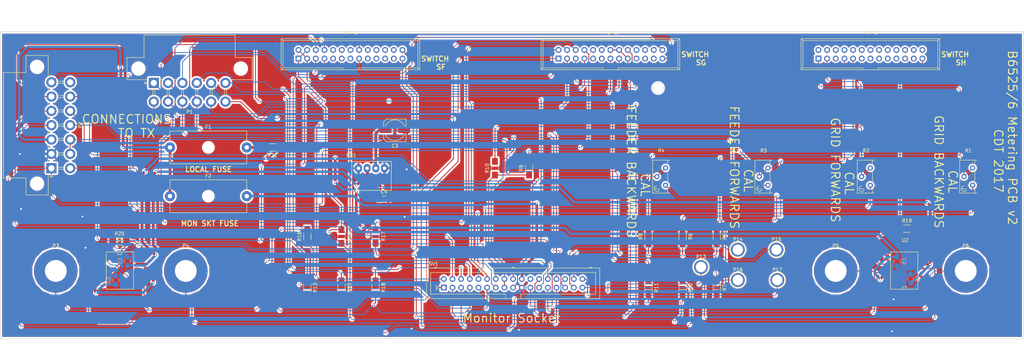
<source format=kicad_pcb>
(kicad_pcb (version 4) (host pcbnew 4.0.7-e2-6376~58~ubuntu14.04.1)

  (general
    (links 137)
    (no_connects 0)
    (area 64.924999 86.200001 365.075001 193.200001)
    (thickness 1.6)
    (drawings 23)
    (tracks 1174)
    (zones 0)
    (modules 48)
    (nets 47)
  )

  (page A3)
  (layers
    (0 F.Cu signal)
    (31 B.Cu signal)
    (32 B.Adhes user hide)
    (33 F.Adhes user hide)
    (34 B.Paste user hide)
    (35 F.Paste user hide)
    (36 B.SilkS user)
    (37 F.SilkS user)
    (38 B.Mask user hide)
    (39 F.Mask user hide)
    (40 Dwgs.User user)
    (41 Cmts.User user)
    (42 Eco1.User user hide)
    (43 Eco2.User user hide)
    (44 Edge.Cuts user)
    (45 Margin user hide)
    (46 B.CrtYd user hide)
    (47 F.CrtYd user hide)
    (48 B.Fab user hide)
    (49 F.Fab user hide)
  )

  (setup
    (last_trace_width 0.25)
    (trace_clearance 0.2)
    (zone_clearance 0.508)
    (zone_45_only no)
    (trace_min 0.2)
    (segment_width 0.2)
    (edge_width 0.15)
    (via_size 0.6)
    (via_drill 0.4)
    (via_min_size 0.4)
    (via_min_drill 0.3)
    (uvia_size 0.3)
    (uvia_drill 0.1)
    (uvias_allowed no)
    (uvia_min_size 0)
    (uvia_min_drill 0)
    (pcb_text_width 0.3)
    (pcb_text_size 1.5 1.5)
    (mod_edge_width 0.15)
    (mod_text_size 1 1)
    (mod_text_width 0.15)
    (pad_size 12.8 12.8)
    (pad_drill 6.4)
    (pad_to_mask_clearance 0.2)
    (aux_axis_origin 0 0)
    (visible_elements 7FFFFFFF)
    (pcbplotparams
      (layerselection 0x00030_80000001)
      (usegerberextensions false)
      (excludeedgelayer true)
      (linewidth 0.100000)
      (plotframeref false)
      (viasonmask false)
      (mode 1)
      (useauxorigin false)
      (hpglpennumber 1)
      (hpglpenspeed 20)
      (hpglpendiameter 15)
      (hpglpenoverlay 2)
      (psnegative false)
      (psa4output false)
      (plotreference true)
      (plotvalue true)
      (plotinvisibletext false)
      (padsonsilk false)
      (subtractmaskfromsilk false)
      (outputformat 1)
      (mirror false)
      (drillshape 1)
      (scaleselection 1)
      (outputdirectory "/home/clive/tombsserver/DOCUMENTS/KiCAD shematics/B6526_meter_panel/"))
  )

  (net 0 "")
  (net 1 /P1-11)
  (net 2 /P1-3)
  (net 3 /P1-8)
  (net 4 /P1-7)
  (net 5 /P1-9)
  (net 6 /P1-10)
  (net 7 /P1-1)
  (net 8 /P1-2)
  (net 9 /P1-4)
  (net 10 /P1-5)
  (net 11 /P1-6)
  (net 12 /P1-12)
  (net 13 /P2-1)
  (net 14 /P2-13)
  (net 15 /M3+)
  (net 16 GNDPWR)
  (net 17 /P2-4)
  (net 18 /P2-5)
  (net 19 /P2-6)
  (net 20 /P2-7)
  (net 21 /P2-8)
  (net 22 /M3-)
  (net 23 /P2-11)
  (net 24 /P2-12)
  (net 25 /M2+)
  (net 26 /M2-)
  (net 27 /-12v)
  (net 28 /P2-3)
  (net 29 /P2-10)
  (net 30 /Spare3)
  (net 31 /Spare4)
  (net 32 /Spare5)
  (net 33 /LOCPWR)
  (net 34 /Spare1)
  (net 35 /Spare2)
  (net 36 "Net-(F1-Pad2)")
  (net 37 /MONPWR)
  (net 38 "Net-(PH-1-Pad1)")
  (net 39 "Net-(PH-1-Pad3)")
  (net 40 "Net-(PH-1-Pad7)")
  (net 41 "Net-(PH-1-Pad9)")
  (net 42 "Net-(PH-1-Pad25)")
  (net 43 "Net-(PF-1-Pad25)")
  (net 44 "Net-(PF-1-Pad26)")
  (net 45 "Net-(PF-1-Pad15)")
  (net 46 "Net-(PF-1-Pad16)")

  (net_class Default "This is the default net class."
    (clearance 0.2)
    (trace_width 0.25)
    (via_dia 0.6)
    (via_drill 0.4)
    (uvia_dia 0.3)
    (uvia_drill 0.1)
    (add_net /Spare1)
    (add_net /Spare2)
    (add_net /Spare3)
    (add_net /Spare4)
    (add_net /Spare5)
    (add_net "Net-(PF-1-Pad15)")
    (add_net "Net-(PF-1-Pad16)")
    (add_net "Net-(PF-1-Pad25)")
    (add_net "Net-(PF-1-Pad26)")
    (add_net "Net-(PH-1-Pad1)")
    (add_net "Net-(PH-1-Pad25)")
    (add_net "Net-(PH-1-Pad3)")
    (add_net "Net-(PH-1-Pad7)")
    (add_net "Net-(PH-1-Pad9)")
  )

  (net_class POWER ""
    (clearance 0.254)
    (trace_width 0.762)
    (via_dia 0.762)
    (via_drill 0.508)
    (uvia_dia 0.3)
    (uvia_drill 0.1)
    (add_net /-12v)
    (add_net /LOCPWR)
    (add_net /MONPWR)
    (add_net /P2-3)
    (add_net GNDPWR)
    (add_net "Net-(F1-Pad2)")
  )

  (net_class SIGNAL ""
    (clearance 0.254)
    (trace_width 0.25)
    (via_dia 0.6)
    (via_drill 0.4)
    (uvia_dia 0.3)
    (uvia_drill 0.1)
    (add_net /M2+)
    (add_net /M2-)
    (add_net /M3+)
    (add_net /M3-)
    (add_net /P1-1)
    (add_net /P1-10)
    (add_net /P1-11)
    (add_net /P1-12)
    (add_net /P1-2)
    (add_net /P1-3)
    (add_net /P1-4)
    (add_net /P1-5)
    (add_net /P1-6)
    (add_net /P1-7)
    (add_net /P1-8)
    (add_net /P1-9)
    (add_net /P2-1)
    (add_net /P2-10)
    (add_net /P2-11)
    (add_net /P2-12)
    (add_net /P2-13)
    (add_net /P2-4)
    (add_net /P2-5)
    (add_net /P2-6)
    (add_net /P2-7)
    (add_net /P2-8)
  )

  (module Connectors_Molex:Molex_MiniFit-JR-5569-12A1_2x06x4.20mm_Angled (layer F.Cu) (tedit 592EE54F) (tstamp 591ECD61)
    (at 110 110)
    (descr "Molex Mini-Fit JR, PN:5569-12A1, dual row, side entry type, through hole, with screw mount")
    (tags "connector molex mini-fit 5569")
    (path /5971F6F3)
    (fp_text reference P1 (at 10.5 8.5) (layer F.SilkS)
      (effects (font (size 1 1) (thickness 0.15)))
    )
    (fp_text value CONN_6X2inLine (at 10.5 10) (layer F.Fab) hide
      (effects (font (size 1 1) (thickness 0.15)))
    )
    (fp_line (start 10.5 -14.05) (end -2.85 -14.05) (layer F.SilkS) (width 0.15))
    (fp_line (start -2.85 -14.05) (end -2.85 -14.05) (layer F.SilkS) (width 0.15))
    (fp_line (start -2.85 -14.05) (end -2.85 -7.45) (layer F.SilkS) (width 0.15))
    (fp_line (start -2.85 -7.45) (end -7.85 -7.45) (layer F.SilkS) (width 0.15))
    (fp_line (start -7.85 -7.45) (end -7.85 -0.95) (layer F.SilkS) (width 0.15))
    (fp_line (start -7.85 -0.95) (end -2 -0.95) (layer F.SilkS) (width 0.15))
    (fp_line (start 10.5 -14.05) (end 23.85 -14.05) (layer F.SilkS) (width 0.15))
    (fp_line (start 23.85 -14.05) (end 23.85 -14.05) (layer F.SilkS) (width 0.15))
    (fp_line (start 23.85 -14.05) (end 23.85 -7.45) (layer F.SilkS) (width 0.15))
    (fp_line (start 23.85 -7.45) (end 28.85 -7.45) (layer F.SilkS) (width 0.15))
    (fp_line (start 28.85 -7.45) (end 28.85 -0.95) (layer F.SilkS) (width 0.15))
    (fp_line (start 28.85 -0.95) (end 23 -0.95) (layer F.SilkS) (width 0.15))
    (fp_line (start -8.15 -14.35) (end -8.15 7.5) (layer F.CrtYd) (width 0.05))
    (fp_line (start -8.15 7.5) (end 29.2 7.5) (layer F.CrtYd) (width 0.05))
    (fp_line (start 29.2 7.5) (end 29.2 -14.35) (layer F.CrtYd) (width 0.05))
    (fp_line (start 29.2 -14.35) (end -8.15 -14.35) (layer F.CrtYd) (width 0.05))
    (fp_line (start -2.7 -13.9) (end -2.7 -1.1) (layer F.Fab) (width 0.05))
    (fp_line (start -2.7 -1.1) (end 23.7 -1.1) (layer F.Fab) (width 0.05))
    (fp_line (start 23.7 -1.1) (end 23.7 -13.9) (layer F.Fab) (width 0.05))
    (fp_line (start 23.7 -13.9) (end -2.7 -13.9) (layer F.Fab) (width 0.05))
    (fp_line (start -0.3 1.8) (end -0.3 3.7) (layer F.SilkS) (width 0.15))
    (fp_line (start 0.3 1.8) (end 0.3 3.7) (layer F.SilkS) (width 0.15))
    (fp_line (start 3.9 1.8) (end 3.9 3.7) (layer F.SilkS) (width 0.15))
    (fp_line (start 4.5 1.8) (end 4.5 3.7) (layer F.SilkS) (width 0.15))
    (fp_line (start 8.1 1.8) (end 8.1 3.7) (layer F.SilkS) (width 0.15))
    (fp_line (start 8.7 1.8) (end 8.7 3.7) (layer F.SilkS) (width 0.15))
    (fp_line (start 12.3 1.8) (end 12.3 3.7) (layer F.SilkS) (width 0.15))
    (fp_line (start 12.9 1.8) (end 12.9 3.7) (layer F.SilkS) (width 0.15))
    (fp_line (start 16.5 1.8) (end 16.5 3.7) (layer F.SilkS) (width 0.15))
    (fp_line (start 17.1 1.8) (end 17.1 3.7) (layer F.SilkS) (width 0.15))
    (fp_line (start 20.7 1.8) (end 20.7 3.7) (layer F.SilkS) (width 0.15))
    (fp_line (start 21.3 1.8) (end 21.3 3.7) (layer F.SilkS) (width 0.15))
    (fp_line (start 1.8 -1) (end 2.4 -1) (layer F.SilkS) (width 0.15))
    (fp_line (start 6 -1) (end 6.6 -1) (layer F.SilkS) (width 0.15))
    (fp_line (start 10.2 -1) (end 10.8 -1) (layer F.SilkS) (width 0.15))
    (fp_line (start 14.4 -1) (end 15 -1) (layer F.SilkS) (width 0.15))
    (fp_line (start 18.6 -1) (end 19.2 -1) (layer F.SilkS) (width 0.15))
    (fp_line (start -2 0) (end -2.6 0.3) (layer F.SilkS) (width 0.15))
    (fp_line (start -2.6 0.3) (end -2.6 -0.3) (layer F.SilkS) (width 0.15))
    (fp_line (start -2.6 -0.3) (end -2 0) (layer F.SilkS) (width 0.15))
    (pad 1 thru_hole rect (at 0 0) (size 3 3) (drill 1.8) (layers *.Cu *.Mask)
      (net 7 /P1-1))
    (pad 2 thru_hole circle (at 4.2 0) (size 3 3) (drill 1.8) (layers *.Cu *.Mask)
      (net 8 /P1-2))
    (pad 3 thru_hole circle (at 8.4 0) (size 3 3) (drill 1.8) (layers *.Cu *.Mask)
      (net 2 /P1-3))
    (pad 4 thru_hole circle (at 12.6 0) (size 3 3) (drill 1.8) (layers *.Cu *.Mask)
      (net 9 /P1-4))
    (pad 5 thru_hole circle (at 16.8 0) (size 3 3) (drill 1.8) (layers *.Cu *.Mask)
      (net 10 /P1-5))
    (pad 6 thru_hole circle (at 21 0) (size 3 3) (drill 1.8) (layers *.Cu *.Mask)
      (net 11 /P1-6))
    (pad 7 thru_hole circle (at 0 5.5) (size 3 3) (drill 1.8) (layers *.Cu *.Mask)
      (net 4 /P1-7))
    (pad 8 thru_hole circle (at 4.2 5.5) (size 3 3) (drill 1.8) (layers *.Cu *.Mask)
      (net 3 /P1-8))
    (pad 9 thru_hole circle (at 8.4 5.5) (size 3 3) (drill 1.8) (layers *.Cu *.Mask)
      (net 5 /P1-9))
    (pad 10 thru_hole circle (at 12.6 5.5) (size 3 3) (drill 1.8) (layers *.Cu *.Mask)
      (net 6 /P1-10))
    (pad 11 thru_hole circle (at 16.8 5.5) (size 3 3) (drill 1.8) (layers *.Cu *.Mask)
      (net 1 /P1-11))
    (pad 12 thru_hole circle (at 21 5.5) (size 3 3) (drill 1.8) (layers *.Cu *.Mask)
      (net 12 /P1-12))
    (pad "" np_thru_hole circle (at -4.5 -4.2) (size 3.2 3.2) (drill 3.2) (layers *.Cu))
    (pad "" np_thru_hole circle (at 25.5 -4.2) (size 3.2 3.2) (drill 3.2) (layers *.Cu))
    (model Connectors_Molex.3dshapes/Molex_MiniFit-JR-5569-12A1_2x06x4.20mm_Angled.wrl
      (at (xyz 0 0 0))
      (scale (xyz 1 1 1))
      (rotate (xyz 0 0 0))
    )
  )

  (module Connectors_Molex:Molex_MiniFit-JR-5569-14A1_2x07x4.20mm_Angled (layer F.Cu) (tedit 592EE540) (tstamp 591ECD75)
    (at 80 135 90)
    (descr "Molex Mini-Fit JR, PN:5569-14A1, dual row, side entry type, through hole, with screw mount")
    (tags "connector molex mini-fit 5569")
    (path /59723ACB)
    (fp_text reference P2 (at 12.6 8.5 90) (layer F.SilkS)
      (effects (font (size 1 1) (thickness 0.15)))
    )
    (fp_text value CONN_7X2In_Line (at 12.6 10 90) (layer F.Fab) hide
      (effects (font (size 1 1) (thickness 0.15)))
    )
    (fp_line (start 12.6 -14.05) (end -2.85 -14.05) (layer F.SilkS) (width 0.15))
    (fp_line (start -2.85 -14.05) (end -2.85 -14.05) (layer F.SilkS) (width 0.15))
    (fp_line (start -2.85 -14.05) (end -2.85 -7.45) (layer F.SilkS) (width 0.15))
    (fp_line (start -2.85 -7.45) (end -7.85 -7.45) (layer F.SilkS) (width 0.15))
    (fp_line (start -7.85 -7.45) (end -7.85 -0.95) (layer F.SilkS) (width 0.15))
    (fp_line (start -7.85 -0.95) (end -2 -0.95) (layer F.SilkS) (width 0.15))
    (fp_line (start 12.6 -14.05) (end 28.05 -14.05) (layer F.SilkS) (width 0.15))
    (fp_line (start 28.05 -14.05) (end 28.05 -14.05) (layer F.SilkS) (width 0.15))
    (fp_line (start 28.05 -14.05) (end 28.05 -7.45) (layer F.SilkS) (width 0.15))
    (fp_line (start 28.05 -7.45) (end 33.05 -7.45) (layer F.SilkS) (width 0.15))
    (fp_line (start 33.05 -7.45) (end 33.05 -0.95) (layer F.SilkS) (width 0.15))
    (fp_line (start 33.05 -0.95) (end 27.2 -0.95) (layer F.SilkS) (width 0.15))
    (fp_line (start -8.15 -14.35) (end -8.15 7.5) (layer F.CrtYd) (width 0.05))
    (fp_line (start -8.15 7.5) (end 33.4 7.5) (layer F.CrtYd) (width 0.05))
    (fp_line (start 33.4 7.5) (end 33.4 -14.35) (layer F.CrtYd) (width 0.05))
    (fp_line (start 33.4 -14.35) (end -8.15 -14.35) (layer F.CrtYd) (width 0.05))
    (fp_line (start -2.7 -13.9) (end -2.7 -1.1) (layer F.Fab) (width 0.05))
    (fp_line (start -2.7 -1.1) (end 27.9 -1.1) (layer F.Fab) (width 0.05))
    (fp_line (start 27.9 -1.1) (end 27.9 -13.9) (layer F.Fab) (width 0.05))
    (fp_line (start 27.9 -13.9) (end -2.7 -13.9) (layer F.Fab) (width 0.05))
    (fp_line (start -0.3 1.8) (end -0.3 3.7) (layer F.SilkS) (width 0.15))
    (fp_line (start 0.3 1.8) (end 0.3 3.7) (layer F.SilkS) (width 0.15))
    (fp_line (start 3.9 1.8) (end 3.9 3.7) (layer F.SilkS) (width 0.15))
    (fp_line (start 4.5 1.8) (end 4.5 3.7) (layer F.SilkS) (width 0.15))
    (fp_line (start 8.1 1.8) (end 8.1 3.7) (layer F.SilkS) (width 0.15))
    (fp_line (start 8.7 1.8) (end 8.7 3.7) (layer F.SilkS) (width 0.15))
    (fp_line (start 12.3 1.8) (end 12.3 3.7) (layer F.SilkS) (width 0.15))
    (fp_line (start 12.9 1.8) (end 12.9 3.7) (layer F.SilkS) (width 0.15))
    (fp_line (start 16.5 1.8) (end 16.5 3.7) (layer F.SilkS) (width 0.15))
    (fp_line (start 17.1 1.8) (end 17.1 3.7) (layer F.SilkS) (width 0.15))
    (fp_line (start 20.7 1.8) (end 20.7 3.7) (layer F.SilkS) (width 0.15))
    (fp_line (start 21.3 1.8) (end 21.3 3.7) (layer F.SilkS) (width 0.15))
    (fp_line (start 24.9 1.8) (end 24.9 3.7) (layer F.SilkS) (width 0.15))
    (fp_line (start 25.5 1.8) (end 25.5 3.7) (layer F.SilkS) (width 0.15))
    (fp_line (start 1.8 -1) (end 2.4 -1) (layer F.SilkS) (width 0.15))
    (fp_line (start 6 -1) (end 6.6 -1) (layer F.SilkS) (width 0.15))
    (fp_line (start 10.2 -1) (end 10.8 -1) (layer F.SilkS) (width 0.15))
    (fp_line (start 14.4 -1) (end 15 -1) (layer F.SilkS) (width 0.15))
    (fp_line (start 18.6 -1) (end 19.2 -1) (layer F.SilkS) (width 0.15))
    (fp_line (start 22.8 -1) (end 23.4 -1) (layer F.SilkS) (width 0.15))
    (fp_line (start -2 0) (end -2.6 0.3) (layer F.SilkS) (width 0.15))
    (fp_line (start -2.6 0.3) (end -2.6 -0.3) (layer F.SilkS) (width 0.15))
    (fp_line (start -2.6 -0.3) (end -2 0) (layer F.SilkS) (width 0.15))
    (pad 1 thru_hole rect (at 0 0 90) (size 3 3) (drill 1.8) (layers *.Cu *.Mask)
      (net 13 /P2-1))
    (pad 2 thru_hole circle (at 4.2 0 90) (size 3 3) (drill 1.8) (layers *.Cu *.Mask)
      (net 16 GNDPWR))
    (pad 3 thru_hole circle (at 8.4 0 90) (size 3 3) (drill 1.8) (layers *.Cu *.Mask)
      (net 28 /P2-3))
    (pad 4 thru_hole circle (at 12.6 0 90) (size 3 3) (drill 1.8) (layers *.Cu *.Mask)
      (net 17 /P2-4))
    (pad 5 thru_hole circle (at 16.8 0 90) (size 3 3) (drill 1.8) (layers *.Cu *.Mask)
      (net 18 /P2-5))
    (pad 6 thru_hole circle (at 21 0 90) (size 3 3) (drill 1.8) (layers *.Cu *.Mask)
      (net 19 /P2-6))
    (pad 7 thru_hole circle (at 25.2 0 90) (size 3 3) (drill 1.8) (layers *.Cu *.Mask)
      (net 20 /P2-7))
    (pad 8 thru_hole circle (at 0 5.5 90) (size 3 3) (drill 1.8) (layers *.Cu *.Mask)
      (net 21 /P2-8))
    (pad 9 thru_hole circle (at 4.2 5.5 90) (size 3 3) (drill 1.8) (layers *.Cu *.Mask)
      (net 29 /P2-10))
    (pad 10 thru_hole circle (at 8.4 5.5 90) (size 3 3) (drill 1.8) (layers *.Cu *.Mask)
      (net 29 /P2-10))
    (pad 11 thru_hole circle (at 12.6 5.5 90) (size 3 3) (drill 1.8) (layers *.Cu *.Mask)
      (net 23 /P2-11))
    (pad 12 thru_hole circle (at 16.8 5.5 90) (size 3 3) (drill 1.8) (layers *.Cu *.Mask)
      (net 24 /P2-12))
    (pad 13 thru_hole circle (at 21 5.5 90) (size 3 3) (drill 1.8) (layers *.Cu *.Mask)
      (net 14 /P2-13))
    (pad 14 thru_hole circle (at 25.2 5.5 90) (size 3 3) (drill 1.8) (layers *.Cu *.Mask))
    (pad "" np_thru_hole circle (at -4.5 -4.2 90) (size 3.2 3.2) (drill 3.2) (layers *.Cu))
    (pad "" np_thru_hole circle (at 29.7 -4.2 90) (size 3.2 3.2) (drill 3.2) (layers *.Cu))
    (model Connectors_Molex.3dshapes/Molex_MiniFit-JR-5569-14A1_2x07x4.20mm_Angled.wrl
      (at (xyz 0 0 0))
      (scale (xyz 1 1 1))
      (rotate (xyz 0 0 0))
    )
  )

  (module Connectors_Multicomp:Multicomp_MC9A12-3434_2x17x2.54mm_Straight (layer F.Cu) (tedit 56C61E6B) (tstamp 591ECD9B)
    (at 195 170)
    (descr http://www.farnell.com/datasheets/1520732.pdf)
    (tags "connector multicomp MC9A MC9A12")
    (path /591ECDB9)
    (fp_text reference SV1 (at -3 -7) (layer F.SilkS)
      (effects (font (size 1 1) (thickness 0.15)))
    )
    (fp_text value ML34 (at 20.32 5) (layer F.Fab)
      (effects (font (size 1 1) (thickness 0.15)))
    )
    (fp_line (start -5.07 3.2) (end -5.07 -5.74) (layer F.SilkS) (width 0.15))
    (fp_line (start -5.07 -5.74) (end 45.71 -5.74) (layer F.SilkS) (width 0.15))
    (fp_line (start 45.71 -5.74) (end 45.71 3.2) (layer F.SilkS) (width 0.15))
    (fp_line (start 45.71 3.2) (end -5.07 3.2) (layer F.SilkS) (width 0.15))
    (fp_line (start 18.095 3.2) (end 18.095 1.9) (layer F.SilkS) (width 0.15))
    (fp_line (start 18.095 1.9) (end -3.87 1.9) (layer F.SilkS) (width 0.15))
    (fp_line (start -3.87 1.9) (end -3.87 -4.44) (layer F.SilkS) (width 0.15))
    (fp_line (start -3.87 -4.44) (end 44.51 -4.44) (layer F.SilkS) (width 0.15))
    (fp_line (start 44.51 -4.44) (end 44.51 1.9) (layer F.SilkS) (width 0.15))
    (fp_line (start 44.51 1.9) (end 22.545 1.9) (layer F.SilkS) (width 0.15))
    (fp_line (start 22.545 1.9) (end 22.545 3.2) (layer F.SilkS) (width 0.15))
    (fp_line (start 20.07 -5.74) (end 20.07 -5.94) (layer F.SilkS) (width 0.15))
    (fp_line (start 20.07 -5.94) (end 20.57 -5.94) (layer F.SilkS) (width 0.15))
    (fp_line (start 20.57 -5.94) (end 20.57 -5.74) (layer F.SilkS) (width 0.15))
    (fp_line (start 20.07 -5.84) (end 20.57 -5.84) (layer F.SilkS) (width 0.15))
    (fp_line (start 42.79 -5.74) (end 42.79 -5.94) (layer F.SilkS) (width 0.15))
    (fp_line (start 42.79 -5.94) (end 43.29 -5.94) (layer F.SilkS) (width 0.15))
    (fp_line (start 43.29 -5.94) (end 43.29 -5.74) (layer F.SilkS) (width 0.15))
    (fp_line (start 42.79 -5.84) (end 43.29 -5.84) (layer F.SilkS) (width 0.15))
    (fp_line (start -2.65 -5.74) (end -2.65 -5.94) (layer F.SilkS) (width 0.15))
    (fp_line (start -2.65 -5.94) (end -2.15 -5.94) (layer F.SilkS) (width 0.15))
    (fp_line (start -2.15 -5.94) (end -2.15 -5.74) (layer F.SilkS) (width 0.15))
    (fp_line (start -2.65 -5.84) (end -2.15 -5.84) (layer F.SilkS) (width 0.15))
    (fp_line (start -2.2 0.6) (end -2.2 -0.6) (layer F.SilkS) (width 0.15))
    (fp_line (start -2.2 -0.6) (end -1.6 0) (layer F.SilkS) (width 0.15))
    (fp_line (start -1.6 0) (end -2.2 0.6) (layer F.SilkS) (width 0.15))
    (fp_line (start -5.55 3.7) (end -5.55 -6.25) (layer F.CrtYd) (width 0.05))
    (fp_line (start -5.55 -6.25) (end 46.2 -6.25) (layer F.CrtYd) (width 0.05))
    (fp_line (start 46.2 -6.25) (end 46.2 3.7) (layer F.CrtYd) (width 0.05))
    (fp_line (start 46.2 3.7) (end -5.55 3.7) (layer F.CrtYd) (width 0.05))
    (pad 1 thru_hole rect (at 0 0) (size 1.7 1.7) (drill 1) (layers *.Cu *.Mask)
      (net 7 /P1-1))
    (pad 2 thru_hole circle (at 0 -2.54) (size 1.7 1.7) (drill 1) (layers *.Cu *.Mask)
      (net 4 /P1-7))
    (pad 3 thru_hole circle (at 2.54 0) (size 1.7 1.7) (drill 1) (layers *.Cu *.Mask)
      (net 8 /P1-2))
    (pad 4 thru_hole circle (at 2.54 -2.54) (size 1.7 1.7) (drill 1) (layers *.Cu *.Mask)
      (net 3 /P1-8))
    (pad 5 thru_hole circle (at 5.08 0) (size 1.7 1.7) (drill 1) (layers *.Cu *.Mask)
      (net 12 /P1-12))
    (pad 6 thru_hole circle (at 5.08 -2.54) (size 1.7 1.7) (drill 1) (layers *.Cu *.Mask)
      (net 9 /P1-4))
    (pad 7 thru_hole circle (at 7.62 0) (size 1.7 1.7) (drill 1) (layers *.Cu *.Mask)
      (net 13 /P2-1))
    (pad 8 thru_hole circle (at 7.62 -2.54) (size 1.7 1.7) (drill 1) (layers *.Cu *.Mask)
      (net 10 /P1-5))
    (pad 9 thru_hole circle (at 10.16 0) (size 1.7 1.7) (drill 1) (layers *.Cu *.Mask)
      (net 2 /P1-3))
    (pad 10 thru_hole circle (at 10.16 -2.54) (size 1.7 1.7) (drill 1) (layers *.Cu *.Mask)
      (net 11 /P1-6))
    (pad 11 thru_hole circle (at 12.7 0) (size 1.7 1.7) (drill 1) (layers *.Cu *.Mask)
      (net 14 /P2-13))
    (pad 12 thru_hole circle (at 12.7 -2.54) (size 1.7 1.7) (drill 1) (layers *.Cu *.Mask)
      (net 1 /P1-11))
    (pad 13 thru_hole circle (at 15.24 0) (size 1.7 1.7) (drill 1) (layers *.Cu *.Mask)
      (net 20 /P2-7))
    (pad 14 thru_hole circle (at 15.24 -2.54) (size 1.7 1.7) (drill 1) (layers *.Cu *.Mask)
      (net 21 /P2-8))
    (pad 15 thru_hole circle (at 17.78 0) (size 1.7 1.7) (drill 1) (layers *.Cu *.Mask)
      (net 29 /P2-10))
    (pad 16 thru_hole circle (at 17.78 -2.54) (size 1.7 1.7) (drill 1) (layers *.Cu *.Mask)
      (net 29 /P2-10))
    (pad 17 thru_hole circle (at 20.32 0) (size 1.7 1.7) (drill 1) (layers *.Cu *.Mask)
      (net 24 /P2-12))
    (pad 18 thru_hole circle (at 20.32 -2.54) (size 1.7 1.7) (drill 1) (layers *.Cu *.Mask)
      (net 23 /P2-11))
    (pad 19 thru_hole circle (at 22.86 0) (size 1.7 1.7) (drill 1) (layers *.Cu *.Mask)
      (net 16 GNDPWR))
    (pad 20 thru_hole circle (at 22.86 -2.54) (size 1.7 1.7) (drill 1) (layers *.Cu *.Mask)
      (net 37 /MONPWR))
    (pad 21 thru_hole circle (at 25.4 0) (size 1.7 1.7) (drill 1) (layers *.Cu *.Mask)
      (net 17 /P2-4))
    (pad 22 thru_hole circle (at 25.4 -2.54) (size 1.7 1.7) (drill 1) (layers *.Cu *.Mask)
      (net 18 /P2-5))
    (pad 23 thru_hole circle (at 27.94 0) (size 1.7 1.7) (drill 1) (layers *.Cu *.Mask)
      (net 19 /P2-6))
    (pad 24 thru_hole circle (at 27.94 -2.54) (size 1.7 1.7) (drill 1) (layers *.Cu *.Mask)
      (net 15 /M3+))
    (pad 25 thru_hole circle (at 30.48 0) (size 1.7 1.7) (drill 1) (layers *.Cu *.Mask)
      (net 22 /M3-))
    (pad 26 thru_hole circle (at 30.48 -2.54) (size 1.7 1.7) (drill 1) (layers *.Cu *.Mask)
      (net 25 /M2+))
    (pad 27 thru_hole circle (at 33.02 0) (size 1.7 1.7) (drill 1) (layers *.Cu *.Mask)
      (net 26 /M2-))
    (pad 28 thru_hole circle (at 33.02 -2.54) (size 1.7 1.7) (drill 1) (layers *.Cu *.Mask)
      (net 6 /P1-10))
    (pad 29 thru_hole circle (at 35.56 0) (size 1.7 1.7) (drill 1) (layers *.Cu *.Mask)
      (net 5 /P1-9))
    (pad 30 thru_hole circle (at 35.56 -2.54) (size 1.7 1.7) (drill 1) (layers *.Cu *.Mask)
      (net 34 /Spare1))
    (pad 31 thru_hole circle (at 38.1 0) (size 1.7 1.7) (drill 1) (layers *.Cu *.Mask)
      (net 35 /Spare2))
    (pad 32 thru_hole circle (at 38.1 -2.54) (size 1.7 1.7) (drill 1) (layers *.Cu *.Mask)
      (net 30 /Spare3))
    (pad 33 thru_hole circle (at 40.64 0) (size 1.7 1.7) (drill 1) (layers *.Cu *.Mask)
      (net 31 /Spare4))
    (pad 34 thru_hole circle (at 40.64 -2.54) (size 1.7 1.7) (drill 1) (layers *.Cu *.Mask)
      (net 32 /Spare5))
  )

  (module Potentiometers:Potentiometer_Bourns_3296Y_3-8Zoll_Angular_ScrewUp (layer F.Cu) (tedit 54130BC5) (tstamp 591ED40E)
    (at 350 140)
    (descr "3296, 3/8, Square, Trimpot, Trimming, Potentiometer, Bourns")
    (tags "3296, 3/8, Square, Trimpot, Trimming, Potentiometer, Bourns")
    (path /591ED4A3)
    (fp_text reference R1 (at -1.27 -10.16) (layer F.SilkS)
      (effects (font (size 1 1) (thickness 0.15)))
    )
    (fp_text value 3266P-1-502 (at 0 5.08) (layer F.Fab)
      (effects (font (size 1 1) (thickness 0.15)))
    )
    (fp_line (start 0.635 1.27) (end 0.635 2.286) (layer F.SilkS) (width 0.15))
    (fp_line (start 0.635 -3.81) (end 0.635 -1.27) (layer F.SilkS) (width 0.15))
    (fp_line (start 0.635 -7.366) (end 0.635 -6.35) (layer F.SilkS) (width 0.15))
    (fp_line (start -3.302 1.016) (end -2.032 1.016) (layer F.SilkS) (width 0.15))
    (fp_line (start -2.5527 0.2286) (end -2.8067 0.2667) (layer F.SilkS) (width 0.15))
    (fp_line (start -2.8067 0.2667) (end -3.0861 0.4445) (layer F.SilkS) (width 0.15))
    (fp_line (start -3.0861 0.4445) (end -3.302 0.762) (layer F.SilkS) (width 0.15))
    (fp_line (start -3.302 0.762) (end -3.3147 1.2065) (layer F.SilkS) (width 0.15))
    (fp_line (start -3.3147 1.2065) (end -3.1115 1.5621) (layer F.SilkS) (width 0.15))
    (fp_line (start -3.1115 1.5621) (end -2.8194 1.7399) (layer F.SilkS) (width 0.15))
    (fp_line (start -2.8194 1.7399) (end -2.5019 1.7907) (layer F.SilkS) (width 0.15))
    (fp_line (start -2.5019 1.7907) (end -2.0955 1.6891) (layer F.SilkS) (width 0.15))
    (fp_line (start -2.0955 1.6891) (end -1.8415 1.3462) (layer F.SilkS) (width 0.15))
    (fp_line (start -1.8415 1.3462) (end -1.7526 1.1684) (layer F.SilkS) (width 0.15))
    (fp_line (start -2.54 2.286) (end -3.81 2.286) (layer F.SilkS) (width 0.15))
    (fp_line (start -3.81 2.286) (end -3.81 -7.366) (layer F.SilkS) (width 0.15))
    (fp_line (start -3.81 -7.366) (end 1.27 -7.366) (layer F.SilkS) (width 0.15))
    (fp_line (start 1.27 2.286) (end -1.27 2.286) (layer F.SilkS) (width 0.15))
    (fp_line (start -1.27 2.286) (end -2.54 2.286) (layer F.SilkS) (width 0.15))
    (pad 2 thru_hole circle (at -2.54 -2.54) (size 1.524 1.524) (drill 0.8128) (layers *.Cu *.Mask)
      (net 38 "Net-(PH-1-Pad1)"))
    (pad 3 thru_hole circle (at 0 -5.08) (size 1.524 1.524) (drill 0.8128) (layers *.Cu *.Mask)
      (net 38 "Net-(PH-1-Pad1)"))
    (pad 1 thru_hole circle (at 0 0) (size 1.524 1.524) (drill 0.8128) (layers *.Cu *.Mask)
      (net 20 /P2-7))
    (model Potentiometers.3dshapes/Potentiometer_Bourns_3296Y_3-8Zoll_Angular_ScrewUp.wrl
      (at (xyz 0 0 0))
      (scale (xyz 1 1 1))
      (rotate (xyz 0 0 0))
    )
  )

  (module Potentiometers:Potentiometer_Bourns_3296Y_3-8Zoll_Angular_ScrewUp (layer F.Cu) (tedit 54130BC5) (tstamp 591ED415)
    (at 320 140)
    (descr "3296, 3/8, Square, Trimpot, Trimming, Potentiometer, Bourns")
    (tags "3296, 3/8, Square, Trimpot, Trimming, Potentiometer, Bourns")
    (path /591ED51A)
    (fp_text reference R2 (at -1.27 -10.16) (layer F.SilkS)
      (effects (font (size 1 1) (thickness 0.15)))
    )
    (fp_text value 3266P-1-502 (at 0 5.08) (layer F.Fab)
      (effects (font (size 1 1) (thickness 0.15)))
    )
    (fp_line (start 0.635 1.27) (end 0.635 2.286) (layer F.SilkS) (width 0.15))
    (fp_line (start 0.635 -3.81) (end 0.635 -1.27) (layer F.SilkS) (width 0.15))
    (fp_line (start 0.635 -7.366) (end 0.635 -6.35) (layer F.SilkS) (width 0.15))
    (fp_line (start -3.302 1.016) (end -2.032 1.016) (layer F.SilkS) (width 0.15))
    (fp_line (start -2.5527 0.2286) (end -2.8067 0.2667) (layer F.SilkS) (width 0.15))
    (fp_line (start -2.8067 0.2667) (end -3.0861 0.4445) (layer F.SilkS) (width 0.15))
    (fp_line (start -3.0861 0.4445) (end -3.302 0.762) (layer F.SilkS) (width 0.15))
    (fp_line (start -3.302 0.762) (end -3.3147 1.2065) (layer F.SilkS) (width 0.15))
    (fp_line (start -3.3147 1.2065) (end -3.1115 1.5621) (layer F.SilkS) (width 0.15))
    (fp_line (start -3.1115 1.5621) (end -2.8194 1.7399) (layer F.SilkS) (width 0.15))
    (fp_line (start -2.8194 1.7399) (end -2.5019 1.7907) (layer F.SilkS) (width 0.15))
    (fp_line (start -2.5019 1.7907) (end -2.0955 1.6891) (layer F.SilkS) (width 0.15))
    (fp_line (start -2.0955 1.6891) (end -1.8415 1.3462) (layer F.SilkS) (width 0.15))
    (fp_line (start -1.8415 1.3462) (end -1.7526 1.1684) (layer F.SilkS) (width 0.15))
    (fp_line (start -2.54 2.286) (end -3.81 2.286) (layer F.SilkS) (width 0.15))
    (fp_line (start -3.81 2.286) (end -3.81 -7.366) (layer F.SilkS) (width 0.15))
    (fp_line (start -3.81 -7.366) (end 1.27 -7.366) (layer F.SilkS) (width 0.15))
    (fp_line (start 1.27 2.286) (end -1.27 2.286) (layer F.SilkS) (width 0.15))
    (fp_line (start -1.27 2.286) (end -2.54 2.286) (layer F.SilkS) (width 0.15))
    (pad 2 thru_hole circle (at -2.54 -2.54) (size 1.524 1.524) (drill 0.8128) (layers *.Cu *.Mask)
      (net 39 "Net-(PH-1-Pad3)"))
    (pad 3 thru_hole circle (at 0 -5.08) (size 1.524 1.524) (drill 0.8128) (layers *.Cu *.Mask)
      (net 39 "Net-(PH-1-Pad3)"))
    (pad 1 thru_hole circle (at 0 0) (size 1.524 1.524) (drill 0.8128) (layers *.Cu *.Mask)
      (net 21 /P2-8))
    (model Potentiometers.3dshapes/Potentiometer_Bourns_3296Y_3-8Zoll_Angular_ScrewUp.wrl
      (at (xyz 0 0 0))
      (scale (xyz 1 1 1))
      (rotate (xyz 0 0 0))
    )
  )

  (module Potentiometers:Potentiometer_Bourns_3296Y_3-8Zoll_Angular_ScrewUp (layer F.Cu) (tedit 54130BC5) (tstamp 591ED41C)
    (at 290 140)
    (descr "3296, 3/8, Square, Trimpot, Trimming, Potentiometer, Bourns")
    (tags "3296, 3/8, Square, Trimpot, Trimming, Potentiometer, Bourns")
    (path /591ED553)
    (fp_text reference R3 (at -1.27 -10.16) (layer F.SilkS)
      (effects (font (size 1 1) (thickness 0.15)))
    )
    (fp_text value 3266P-1-502 (at 0 5.08) (layer F.Fab)
      (effects (font (size 1 1) (thickness 0.15)))
    )
    (fp_line (start 0.635 1.27) (end 0.635 2.286) (layer F.SilkS) (width 0.15))
    (fp_line (start 0.635 -3.81) (end 0.635 -1.27) (layer F.SilkS) (width 0.15))
    (fp_line (start 0.635 -7.366) (end 0.635 -6.35) (layer F.SilkS) (width 0.15))
    (fp_line (start -3.302 1.016) (end -2.032 1.016) (layer F.SilkS) (width 0.15))
    (fp_line (start -2.5527 0.2286) (end -2.8067 0.2667) (layer F.SilkS) (width 0.15))
    (fp_line (start -2.8067 0.2667) (end -3.0861 0.4445) (layer F.SilkS) (width 0.15))
    (fp_line (start -3.0861 0.4445) (end -3.302 0.762) (layer F.SilkS) (width 0.15))
    (fp_line (start -3.302 0.762) (end -3.3147 1.2065) (layer F.SilkS) (width 0.15))
    (fp_line (start -3.3147 1.2065) (end -3.1115 1.5621) (layer F.SilkS) (width 0.15))
    (fp_line (start -3.1115 1.5621) (end -2.8194 1.7399) (layer F.SilkS) (width 0.15))
    (fp_line (start -2.8194 1.7399) (end -2.5019 1.7907) (layer F.SilkS) (width 0.15))
    (fp_line (start -2.5019 1.7907) (end -2.0955 1.6891) (layer F.SilkS) (width 0.15))
    (fp_line (start -2.0955 1.6891) (end -1.8415 1.3462) (layer F.SilkS) (width 0.15))
    (fp_line (start -1.8415 1.3462) (end -1.7526 1.1684) (layer F.SilkS) (width 0.15))
    (fp_line (start -2.54 2.286) (end -3.81 2.286) (layer F.SilkS) (width 0.15))
    (fp_line (start -3.81 2.286) (end -3.81 -7.366) (layer F.SilkS) (width 0.15))
    (fp_line (start -3.81 -7.366) (end 1.27 -7.366) (layer F.SilkS) (width 0.15))
    (fp_line (start 1.27 2.286) (end -1.27 2.286) (layer F.SilkS) (width 0.15))
    (fp_line (start -1.27 2.286) (end -2.54 2.286) (layer F.SilkS) (width 0.15))
    (pad 2 thru_hole circle (at -2.54 -2.54) (size 1.524 1.524) (drill 0.8128) (layers *.Cu *.Mask)
      (net 40 "Net-(PH-1-Pad7)"))
    (pad 3 thru_hole circle (at 0 -5.08) (size 1.524 1.524) (drill 0.8128) (layers *.Cu *.Mask)
      (net 40 "Net-(PH-1-Pad7)"))
    (pad 1 thru_hole circle (at 0 0) (size 1.524 1.524) (drill 0.8128) (layers *.Cu *.Mask)
      (net 23 /P2-11))
    (model Potentiometers.3dshapes/Potentiometer_Bourns_3296Y_3-8Zoll_Angular_ScrewUp.wrl
      (at (xyz 0 0 0))
      (scale (xyz 1 1 1))
      (rotate (xyz 0 0 0))
    )
  )

  (module Potentiometers:Potentiometer_Bourns_3296Y_3-8Zoll_Angular_ScrewUp (layer F.Cu) (tedit 54130BC5) (tstamp 591ED423)
    (at 260 140)
    (descr "3296, 3/8, Square, Trimpot, Trimming, Potentiometer, Bourns")
    (tags "3296, 3/8, Square, Trimpot, Trimming, Potentiometer, Bourns")
    (path /591ED5CF)
    (fp_text reference R4 (at -1.27 -10.16) (layer F.SilkS)
      (effects (font (size 1 1) (thickness 0.15)))
    )
    (fp_text value 3266P-1-102 (at 0 5.08) (layer F.Fab)
      (effects (font (size 1 1) (thickness 0.15)))
    )
    (fp_line (start 0.635 1.27) (end 0.635 2.286) (layer F.SilkS) (width 0.15))
    (fp_line (start 0.635 -3.81) (end 0.635 -1.27) (layer F.SilkS) (width 0.15))
    (fp_line (start 0.635 -7.366) (end 0.635 -6.35) (layer F.SilkS) (width 0.15))
    (fp_line (start -3.302 1.016) (end -2.032 1.016) (layer F.SilkS) (width 0.15))
    (fp_line (start -2.5527 0.2286) (end -2.8067 0.2667) (layer F.SilkS) (width 0.15))
    (fp_line (start -2.8067 0.2667) (end -3.0861 0.4445) (layer F.SilkS) (width 0.15))
    (fp_line (start -3.0861 0.4445) (end -3.302 0.762) (layer F.SilkS) (width 0.15))
    (fp_line (start -3.302 0.762) (end -3.3147 1.2065) (layer F.SilkS) (width 0.15))
    (fp_line (start -3.3147 1.2065) (end -3.1115 1.5621) (layer F.SilkS) (width 0.15))
    (fp_line (start -3.1115 1.5621) (end -2.8194 1.7399) (layer F.SilkS) (width 0.15))
    (fp_line (start -2.8194 1.7399) (end -2.5019 1.7907) (layer F.SilkS) (width 0.15))
    (fp_line (start -2.5019 1.7907) (end -2.0955 1.6891) (layer F.SilkS) (width 0.15))
    (fp_line (start -2.0955 1.6891) (end -1.8415 1.3462) (layer F.SilkS) (width 0.15))
    (fp_line (start -1.8415 1.3462) (end -1.7526 1.1684) (layer F.SilkS) (width 0.15))
    (fp_line (start -2.54 2.286) (end -3.81 2.286) (layer F.SilkS) (width 0.15))
    (fp_line (start -3.81 2.286) (end -3.81 -7.366) (layer F.SilkS) (width 0.15))
    (fp_line (start -3.81 -7.366) (end 1.27 -7.366) (layer F.SilkS) (width 0.15))
    (fp_line (start 1.27 2.286) (end -1.27 2.286) (layer F.SilkS) (width 0.15))
    (fp_line (start -1.27 2.286) (end -2.54 2.286) (layer F.SilkS) (width 0.15))
    (pad 2 thru_hole circle (at -2.54 -2.54) (size 1.524 1.524) (drill 0.8128) (layers *.Cu *.Mask)
      (net 24 /P2-12))
    (pad 3 thru_hole circle (at 0 -5.08) (size 1.524 1.524) (drill 0.8128) (layers *.Cu *.Mask)
      (net 24 /P2-12))
    (pad 1 thru_hole circle (at 0 0) (size 1.524 1.524) (drill 0.8128) (layers *.Cu *.Mask)
      (net 41 "Net-(PH-1-Pad9)"))
    (model Potentiometers.3dshapes/Potentiometer_Bourns_3296Y_3-8Zoll_Angular_ScrewUp.wrl
      (at (xyz 0 0 0))
      (scale (xyz 1 1 1))
      (rotate (xyz 0 0 0))
    )
  )

  (module Resistors_SMD:R_1206_HandSoldering (layer F.Cu) (tedit 58307C0D) (tstamp 5986B990)
    (at 275 155 270)
    (descr "Resistor SMD 1206, hand soldering")
    (tags "resistor 1206")
    (path /591F6802)
    (attr smd)
    (fp_text reference R5 (at 0 -2.3 270) (layer F.SilkS)
      (effects (font (size 1 1) (thickness 0.15)))
    )
    (fp_text value 50 (at 0 2.3 270) (layer F.Fab)
      (effects (font (size 1 1) (thickness 0.15)))
    )
    (fp_line (start -1.6 0.8) (end -1.6 -0.8) (layer F.Fab) (width 0.1))
    (fp_line (start 1.6 0.8) (end -1.6 0.8) (layer F.Fab) (width 0.1))
    (fp_line (start 1.6 -0.8) (end 1.6 0.8) (layer F.Fab) (width 0.1))
    (fp_line (start -1.6 -0.8) (end 1.6 -0.8) (layer F.Fab) (width 0.1))
    (fp_line (start -3.3 -1.2) (end 3.3 -1.2) (layer F.CrtYd) (width 0.05))
    (fp_line (start -3.3 1.2) (end 3.3 1.2) (layer F.CrtYd) (width 0.05))
    (fp_line (start -3.3 -1.2) (end -3.3 1.2) (layer F.CrtYd) (width 0.05))
    (fp_line (start 3.3 -1.2) (end 3.3 1.2) (layer F.CrtYd) (width 0.05))
    (fp_line (start 1 1.075) (end -1 1.075) (layer F.SilkS) (width 0.15))
    (fp_line (start -1 -1.075) (end 1 -1.075) (layer F.SilkS) (width 0.15))
    (pad 1 smd rect (at -2 0 270) (size 2 1.7) (layers F.Cu F.Paste F.Mask)
      (net 41 "Net-(PH-1-Pad9)"))
    (pad 2 smd rect (at 2 0 270) (size 2 1.7) (layers F.Cu F.Paste F.Mask)
      (net 29 /P2-10))
    (model Resistors_SMD.3dshapes/R_1206_HandSoldering.wrl
      (at (xyz 0 0 0))
      (scale (xyz 1 1 1))
      (rotate (xyz 0 0 0))
    )
  )

  (module Resistors_SMD:R_1206_HandSoldering (layer F.Cu) (tedit 58307C0D) (tstamp 5986B9A0)
    (at 265 155 270)
    (descr "Resistor SMD 1206, hand soldering")
    (tags "resistor 1206")
    (path /591F6403)
    (attr smd)
    (fp_text reference R6 (at 0 -2.3 270) (layer F.SilkS)
      (effects (font (size 1 1) (thickness 0.15)))
    )
    (fp_text value 50 (at 0 2.3 270) (layer F.Fab)
      (effects (font (size 1 1) (thickness 0.15)))
    )
    (fp_line (start -1.6 0.8) (end -1.6 -0.8) (layer F.Fab) (width 0.1))
    (fp_line (start 1.6 0.8) (end -1.6 0.8) (layer F.Fab) (width 0.1))
    (fp_line (start 1.6 -0.8) (end 1.6 0.8) (layer F.Fab) (width 0.1))
    (fp_line (start -1.6 -0.8) (end 1.6 -0.8) (layer F.Fab) (width 0.1))
    (fp_line (start -3.3 -1.2) (end 3.3 -1.2) (layer F.CrtYd) (width 0.05))
    (fp_line (start -3.3 1.2) (end 3.3 1.2) (layer F.CrtYd) (width 0.05))
    (fp_line (start -3.3 -1.2) (end -3.3 1.2) (layer F.CrtYd) (width 0.05))
    (fp_line (start 3.3 -1.2) (end 3.3 1.2) (layer F.CrtYd) (width 0.05))
    (fp_line (start 1 1.075) (end -1 1.075) (layer F.SilkS) (width 0.15))
    (fp_line (start -1 -1.075) (end 1 -1.075) (layer F.SilkS) (width 0.15))
    (pad 1 smd rect (at -2 0 270) (size 2 1.7) (layers F.Cu F.Paste F.Mask)
      (net 40 "Net-(PH-1-Pad7)"))
    (pad 2 smd rect (at 2 0 270) (size 2 1.7) (layers F.Cu F.Paste F.Mask)
      (net 29 /P2-10))
    (model Resistors_SMD.3dshapes/R_1206_HandSoldering.wrl
      (at (xyz 0 0 0))
      (scale (xyz 1 1 1))
      (rotate (xyz 0 0 0))
    )
  )

  (module SMD_Packages:SO-16-W (layer F.Cu) (tedit 592EE523) (tstamp 5986B9BB)
    (at 100 165 270)
    (descr "Module CMS SOJ 16 pins tres large")
    (tags "CMS SOJ")
    (path /59230B4F)
    (attr smd)
    (fp_text reference U1 (at -9.044 -0.33 360) (layer F.SilkS)
      (effects (font (size 1 1) (thickness 0.15)))
    )
    (fp_text value LTC1151CSW (at -7.393 -0.076 360) (layer F.Fab)
      (effects (font (size 1 1) (thickness 0.15)))
    )
    (fp_line (start -5.461 3.937) (end -5.461 -4.064) (layer F.SilkS) (width 0.15))
    (fp_line (start 5.461 -4.064) (end 5.461 3.937) (layer F.SilkS) (width 0.15))
    (fp_line (start -5.461 -4.064) (end 5.461 -4.064) (layer F.SilkS) (width 0.15))
    (fp_line (start 5.461 3.937) (end -5.461 3.937) (layer F.SilkS) (width 0.15))
    (fp_line (start -5.461 -0.508) (end -4.699 -0.508) (layer F.SilkS) (width 0.15))
    (fp_line (start -4.699 -0.508) (end -4.699 0.508) (layer F.SilkS) (width 0.15))
    (fp_line (start -4.699 0.508) (end -5.461 0.508) (layer F.SilkS) (width 0.15))
    (pad 1 smd rect (at -4.445 5.08 270) (size 0.508 1.143) (layers F.Cu F.Paste F.Mask))
    (pad 2 smd rect (at -3.175 5.08 270) (size 0.508 1.143) (layers F.Cu F.Paste F.Mask))
    (pad 3 smd rect (at -1.905 5.08 270) (size 0.508 1.143) (layers F.Cu F.Paste F.Mask)
      (net 26 /M2-))
    (pad 4 smd rect (at -0.635 5.08 270) (size 0.508 1.143) (layers F.Cu F.Paste F.Mask)
      (net 26 /M2-))
    (pad 5 smd rect (at 0.635 5.08 270) (size 0.508 1.143) (layers F.Cu F.Paste F.Mask)
      (net 44 "Net-(PF-1-Pad26)"))
    (pad 6 smd rect (at 1.905 5.08 270) (size 0.508 1.143) (layers F.Cu F.Paste F.Mask)
      (net 27 /-12v))
    (pad 7 smd rect (at 3.175 5.08 270) (size 0.508 1.143) (layers F.Cu F.Paste F.Mask))
    (pad 8 smd rect (at 4.445 5.08 270) (size 0.508 1.143) (layers F.Cu F.Paste F.Mask))
    (pad 9 smd rect (at 4.445 -5.08 270) (size 0.508 1.143) (layers F.Cu F.Paste F.Mask))
    (pad 10 smd rect (at 3.175 -5.08 270) (size 0.508 1.143) (layers F.Cu F.Paste F.Mask))
    (pad 11 smd rect (at 1.905 -5.08 270) (size 0.508 1.143) (layers F.Cu F.Paste F.Mask)
      (net 43 "Net-(PF-1-Pad25)"))
    (pad 12 smd rect (at 0.635 -5.08 270) (size 0.508 1.143) (layers F.Cu F.Paste F.Mask)
      (net 25 /M2+))
    (pad 13 smd rect (at -0.635 -5.08 270) (size 0.508 1.143) (layers F.Cu F.Paste F.Mask)
      (net 25 /M2+))
    (pad 14 smd rect (at -1.905 -5.08 270) (size 0.508 1.143) (layers F.Cu F.Paste F.Mask)
      (net 33 /LOCPWR))
    (pad 15 smd rect (at -3.175 -5.08 270) (size 0.508 1.143) (layers F.Cu F.Paste F.Mask))
    (pad 16 smd rect (at -4.445 -5.08 270) (size 0.508 1.143) (layers F.Cu F.Paste F.Mask))
    (model SMD_Packages.3dshapes/SO-16-W.wrl
      (at (xyz 0 0 0))
      (scale (xyz 0.5 0.6 0.5))
      (rotate (xyz 0 0 0))
    )
  )

  (module SMD_Packages:SO-16-W (layer F.Cu) (tedit 592EE50B) (tstamp 5923FFF5)
    (at 330 165 90)
    (descr "Module CMS SOJ 16 pins tres large")
    (tags "CMS SOJ")
    (path /5923FEB3)
    (attr smd)
    (fp_text reference U2 (at 8.917 0.2 180) (layer F.SilkS)
      (effects (font (size 1 1) (thickness 0.15)))
    )
    (fp_text value LTC1151CSW (at 7.139 0.2 180) (layer F.Fab)
      (effects (font (size 1 1) (thickness 0.15)))
    )
    (fp_line (start -5.461 3.937) (end -5.461 -4.064) (layer F.SilkS) (width 0.15))
    (fp_line (start 5.461 -4.064) (end 5.461 3.937) (layer F.SilkS) (width 0.15))
    (fp_line (start -5.461 -4.064) (end 5.461 -4.064) (layer F.SilkS) (width 0.15))
    (fp_line (start 5.461 3.937) (end -5.461 3.937) (layer F.SilkS) (width 0.15))
    (fp_line (start -5.461 -0.508) (end -4.699 -0.508) (layer F.SilkS) (width 0.15))
    (fp_line (start -4.699 -0.508) (end -4.699 0.508) (layer F.SilkS) (width 0.15))
    (fp_line (start -4.699 0.508) (end -5.461 0.508) (layer F.SilkS) (width 0.15))
    (pad 1 smd rect (at -4.445 5.08 90) (size 0.508 1.143) (layers F.Cu F.Paste F.Mask))
    (pad 2 smd rect (at -3.175 5.08 90) (size 0.508 1.143) (layers F.Cu F.Paste F.Mask))
    (pad 3 smd rect (at -1.905 5.08 90) (size 0.508 1.143) (layers F.Cu F.Paste F.Mask)
      (net 22 /M3-))
    (pad 4 smd rect (at -0.635 5.08 90) (size 0.508 1.143) (layers F.Cu F.Paste F.Mask)
      (net 22 /M3-))
    (pad 5 smd rect (at 0.635 5.08 90) (size 0.508 1.143) (layers F.Cu F.Paste F.Mask)
      (net 29 /P2-10))
    (pad 6 smd rect (at 1.905 5.08 90) (size 0.508 1.143) (layers F.Cu F.Paste F.Mask)
      (net 27 /-12v))
    (pad 7 smd rect (at 3.175 5.08 90) (size 0.508 1.143) (layers F.Cu F.Paste F.Mask))
    (pad 8 smd rect (at 4.445 5.08 90) (size 0.508 1.143) (layers F.Cu F.Paste F.Mask))
    (pad 9 smd rect (at 4.445 -5.08 90) (size 0.508 1.143) (layers F.Cu F.Paste F.Mask))
    (pad 10 smd rect (at 3.175 -5.08 90) (size 0.508 1.143) (layers F.Cu F.Paste F.Mask))
    (pad 11 smd rect (at 1.905 -5.08 90) (size 0.508 1.143) (layers F.Cu F.Paste F.Mask)
      (net 42 "Net-(PH-1-Pad25)"))
    (pad 12 smd rect (at 0.635 -5.08 90) (size 0.508 1.143) (layers F.Cu F.Paste F.Mask)
      (net 15 /M3+))
    (pad 13 smd rect (at -0.635 -5.08 90) (size 0.508 1.143) (layers F.Cu F.Paste F.Mask)
      (net 15 /M3+))
    (pad 14 smd rect (at -1.905 -5.08 90) (size 0.508 1.143) (layers F.Cu F.Paste F.Mask)
      (net 33 /LOCPWR))
    (pad 15 smd rect (at -3.175 -5.08 90) (size 0.508 1.143) (layers F.Cu F.Paste F.Mask))
    (pad 16 smd rect (at -4.445 -5.08 90) (size 0.508 1.143) (layers F.Cu F.Paste F.Mask))
    (model SMD_Packages.3dshapes/SO-16-W.wrl
      (at (xyz 0 0 0))
      (scale (xyz 0.5 0.6 0.5))
      (rotate (xyz 0 0 0))
    )
  )

  (module Resistors_SMD:R_1206_HandSoldering (layer F.Cu) (tedit 58307C0D) (tstamp 59240BF7)
    (at 275 170 270)
    (descr "Resistor SMD 1206, hand soldering")
    (tags "resistor 1206")
    (path /592424B5)
    (attr smd)
    (fp_text reference R7 (at 0 -2.3 270) (layer F.SilkS)
      (effects (font (size 1 1) (thickness 0.15)))
    )
    (fp_text value 62 (at 0 2.3 270) (layer F.Fab)
      (effects (font (size 1 1) (thickness 0.15)))
    )
    (fp_line (start -1.6 0.8) (end -1.6 -0.8) (layer F.Fab) (width 0.1))
    (fp_line (start 1.6 0.8) (end -1.6 0.8) (layer F.Fab) (width 0.1))
    (fp_line (start 1.6 -0.8) (end 1.6 0.8) (layer F.Fab) (width 0.1))
    (fp_line (start -1.6 -0.8) (end 1.6 -0.8) (layer F.Fab) (width 0.1))
    (fp_line (start -3.3 -1.2) (end 3.3 -1.2) (layer F.CrtYd) (width 0.05))
    (fp_line (start -3.3 1.2) (end 3.3 1.2) (layer F.CrtYd) (width 0.05))
    (fp_line (start -3.3 -1.2) (end -3.3 1.2) (layer F.CrtYd) (width 0.05))
    (fp_line (start 3.3 -1.2) (end 3.3 1.2) (layer F.CrtYd) (width 0.05))
    (fp_line (start 1 1.075) (end -1 1.075) (layer F.SilkS) (width 0.15))
    (fp_line (start -1 -1.075) (end 1 -1.075) (layer F.SilkS) (width 0.15))
    (pad 1 smd rect (at -2 0 270) (size 2 1.7) (layers F.Cu F.Paste F.Mask)
      (net 29 /P2-10))
    (pad 2 smd rect (at 2 0 270) (size 2 1.7) (layers F.Cu F.Paste F.Mask)
      (net 41 "Net-(PH-1-Pad9)"))
    (model Resistors_SMD.3dshapes/R_1206_HandSoldering.wrl
      (at (xyz 0 0 0))
      (scale (xyz 1 1 1))
      (rotate (xyz 0 0 0))
    )
  )

  (module Resistors_SMD:R_1206_HandSoldering (layer F.Cu) (tedit 58307C0D) (tstamp 59240BFD)
    (at 255 155 90)
    (descr "Resistor SMD 1206, hand soldering")
    (tags "resistor 1206")
    (path /5924358D)
    (attr smd)
    (fp_text reference R8 (at 0 -2.3 90) (layer F.SilkS)
      (effects (font (size 1 1) (thickness 0.15)))
    )
    (fp_text value 62 (at 0 2.3 90) (layer F.Fab)
      (effects (font (size 1 1) (thickness 0.15)))
    )
    (fp_line (start -1.6 0.8) (end -1.6 -0.8) (layer F.Fab) (width 0.1))
    (fp_line (start 1.6 0.8) (end -1.6 0.8) (layer F.Fab) (width 0.1))
    (fp_line (start 1.6 -0.8) (end 1.6 0.8) (layer F.Fab) (width 0.1))
    (fp_line (start -1.6 -0.8) (end 1.6 -0.8) (layer F.Fab) (width 0.1))
    (fp_line (start -3.3 -1.2) (end 3.3 -1.2) (layer F.CrtYd) (width 0.05))
    (fp_line (start -3.3 1.2) (end 3.3 1.2) (layer F.CrtYd) (width 0.05))
    (fp_line (start -3.3 -1.2) (end -3.3 1.2) (layer F.CrtYd) (width 0.05))
    (fp_line (start 3.3 -1.2) (end 3.3 1.2) (layer F.CrtYd) (width 0.05))
    (fp_line (start 1 1.075) (end -1 1.075) (layer F.SilkS) (width 0.15))
    (fp_line (start -1 -1.075) (end 1 -1.075) (layer F.SilkS) (width 0.15))
    (pad 1 smd rect (at -2 0 90) (size 2 1.7) (layers F.Cu F.Paste F.Mask)
      (net 29 /P2-10))
    (pad 2 smd rect (at 2 0 90) (size 2 1.7) (layers F.Cu F.Paste F.Mask)
      (net 38 "Net-(PH-1-Pad1)"))
    (model Resistors_SMD.3dshapes/R_1206_HandSoldering.wrl
      (at (xyz 0 0 0))
      (scale (xyz 1 1 1))
      (rotate (xyz 0 0 0))
    )
  )

  (module Resistors_SMD:R_1206_HandSoldering (layer F.Cu) (tedit 58307C0D) (tstamp 59240C03)
    (at 220 135 90)
    (descr "Resistor SMD 1206, hand soldering")
    (tags "resistor 1206")
    (path /592438AF)
    (attr smd)
    (fp_text reference R9 (at 0 -2.3 90) (layer F.SilkS)
      (effects (font (size 1 1) (thickness 0.15)))
    )
    (fp_text value 62 (at 0 2.3 90) (layer F.Fab)
      (effects (font (size 1 1) (thickness 0.15)))
    )
    (fp_line (start -1.6 0.8) (end -1.6 -0.8) (layer F.Fab) (width 0.1))
    (fp_line (start 1.6 0.8) (end -1.6 0.8) (layer F.Fab) (width 0.1))
    (fp_line (start 1.6 -0.8) (end 1.6 0.8) (layer F.Fab) (width 0.1))
    (fp_line (start -1.6 -0.8) (end 1.6 -0.8) (layer F.Fab) (width 0.1))
    (fp_line (start -3.3 -1.2) (end 3.3 -1.2) (layer F.CrtYd) (width 0.05))
    (fp_line (start -3.3 1.2) (end 3.3 1.2) (layer F.CrtYd) (width 0.05))
    (fp_line (start -3.3 -1.2) (end -3.3 1.2) (layer F.CrtYd) (width 0.05))
    (fp_line (start 3.3 -1.2) (end 3.3 1.2) (layer F.CrtYd) (width 0.05))
    (fp_line (start 1 1.075) (end -1 1.075) (layer F.SilkS) (width 0.15))
    (fp_line (start -1 -1.075) (end 1 -1.075) (layer F.SilkS) (width 0.15))
    (pad 1 smd rect (at -2 0 90) (size 2 1.7) (layers F.Cu F.Paste F.Mask)
      (net 29 /P2-10))
    (pad 2 smd rect (at 2 0 90) (size 2 1.7) (layers F.Cu F.Paste F.Mask)
      (net 40 "Net-(PH-1-Pad7)"))
    (model Resistors_SMD.3dshapes/R_1206_HandSoldering.wrl
      (at (xyz 0 0 0))
      (scale (xyz 1 1 1))
      (rotate (xyz 0 0 0))
    )
  )

  (module Resistors_SMD:R_1206_HandSoldering (layer F.Cu) (tedit 58307C0D) (tstamp 59240C09)
    (at 210 135 90)
    (descr "Resistor SMD 1206, hand soldering")
    (tags "resistor 1206")
    (path /59243CA9)
    (attr smd)
    (fp_text reference R10 (at 0 -2.3 90) (layer F.SilkS)
      (effects (font (size 1 1) (thickness 0.15)))
    )
    (fp_text value 62 (at 0 2.3 90) (layer F.Fab)
      (effects (font (size 1 1) (thickness 0.15)))
    )
    (fp_line (start -1.6 0.8) (end -1.6 -0.8) (layer F.Fab) (width 0.1))
    (fp_line (start 1.6 0.8) (end -1.6 0.8) (layer F.Fab) (width 0.1))
    (fp_line (start 1.6 -0.8) (end 1.6 0.8) (layer F.Fab) (width 0.1))
    (fp_line (start -1.6 -0.8) (end 1.6 -0.8) (layer F.Fab) (width 0.1))
    (fp_line (start -3.3 -1.2) (end 3.3 -1.2) (layer F.CrtYd) (width 0.05))
    (fp_line (start -3.3 1.2) (end 3.3 1.2) (layer F.CrtYd) (width 0.05))
    (fp_line (start -3.3 -1.2) (end -3.3 1.2) (layer F.CrtYd) (width 0.05))
    (fp_line (start 3.3 -1.2) (end 3.3 1.2) (layer F.CrtYd) (width 0.05))
    (fp_line (start 1 1.075) (end -1 1.075) (layer F.SilkS) (width 0.15))
    (fp_line (start -1 -1.075) (end 1 -1.075) (layer F.SilkS) (width 0.15))
    (pad 1 smd rect (at -2 0 90) (size 2 1.7) (layers F.Cu F.Paste F.Mask)
      (net 29 /P2-10))
    (pad 2 smd rect (at 2 0 90) (size 2 1.7) (layers F.Cu F.Paste F.Mask)
      (net 39 "Net-(PH-1-Pad3)"))
    (model Resistors_SMD.3dshapes/R_1206_HandSoldering.wrl
      (at (xyz 0 0 0))
      (scale (xyz 1 1 1))
      (rotate (xyz 0 0 0))
    )
  )

  (module Resistors_SMD:R_1206_HandSoldering (layer F.Cu) (tedit 58307C0D) (tstamp 59240C0F)
    (at 255 170 270)
    (descr "Resistor SMD 1206, hand soldering")
    (tags "resistor 1206")
    (path /5924432F)
    (attr smd)
    (fp_text reference R11 (at 0 -2.3 270) (layer F.SilkS)
      (effects (font (size 1 1) (thickness 0.15)))
    )
    (fp_text value 100 (at 0 2.3 270) (layer F.Fab)
      (effects (font (size 1 1) (thickness 0.15)))
    )
    (fp_line (start -1.6 0.8) (end -1.6 -0.8) (layer F.Fab) (width 0.1))
    (fp_line (start 1.6 0.8) (end -1.6 0.8) (layer F.Fab) (width 0.1))
    (fp_line (start 1.6 -0.8) (end 1.6 0.8) (layer F.Fab) (width 0.1))
    (fp_line (start -1.6 -0.8) (end 1.6 -0.8) (layer F.Fab) (width 0.1))
    (fp_line (start -3.3 -1.2) (end 3.3 -1.2) (layer F.CrtYd) (width 0.05))
    (fp_line (start -3.3 1.2) (end 3.3 1.2) (layer F.CrtYd) (width 0.05))
    (fp_line (start -3.3 -1.2) (end -3.3 1.2) (layer F.CrtYd) (width 0.05))
    (fp_line (start 3.3 -1.2) (end 3.3 1.2) (layer F.CrtYd) (width 0.05))
    (fp_line (start 1 1.075) (end -1 1.075) (layer F.SilkS) (width 0.15))
    (fp_line (start -1 -1.075) (end 1 -1.075) (layer F.SilkS) (width 0.15))
    (pad 1 smd rect (at -2 0 270) (size 2 1.7) (layers F.Cu F.Paste F.Mask)
      (net 1 /P1-11))
    (pad 2 smd rect (at 2 0 270) (size 2 1.7) (layers F.Cu F.Paste F.Mask)
      (net 2 /P1-3))
    (model Resistors_SMD.3dshapes/R_1206_HandSoldering.wrl
      (at (xyz 0 0 0))
      (scale (xyz 1 1 1))
      (rotate (xyz 0 0 0))
    )
  )

  (module Resistors_SMD:R_1206_HandSoldering (layer F.Cu) (tedit 58307C0D) (tstamp 59240C15)
    (at 265 170 270)
    (descr "Resistor SMD 1206, hand soldering")
    (tags "resistor 1206")
    (path /59244447)
    (attr smd)
    (fp_text reference R12 (at 0 -2.3 270) (layer F.SilkS)
      (effects (font (size 1 1) (thickness 0.15)))
    )
    (fp_text value 100 (at 0 2.3 270) (layer F.Fab)
      (effects (font (size 1 1) (thickness 0.15)))
    )
    (fp_line (start -1.6 0.8) (end -1.6 -0.8) (layer F.Fab) (width 0.1))
    (fp_line (start 1.6 0.8) (end -1.6 0.8) (layer F.Fab) (width 0.1))
    (fp_line (start 1.6 -0.8) (end 1.6 0.8) (layer F.Fab) (width 0.1))
    (fp_line (start -1.6 -0.8) (end 1.6 -0.8) (layer F.Fab) (width 0.1))
    (fp_line (start -3.3 -1.2) (end 3.3 -1.2) (layer F.CrtYd) (width 0.05))
    (fp_line (start -3.3 1.2) (end 3.3 1.2) (layer F.CrtYd) (width 0.05))
    (fp_line (start -3.3 -1.2) (end -3.3 1.2) (layer F.CrtYd) (width 0.05))
    (fp_line (start 3.3 -1.2) (end 3.3 1.2) (layer F.CrtYd) (width 0.05))
    (fp_line (start 1 1.075) (end -1 1.075) (layer F.SilkS) (width 0.15))
    (fp_line (start -1 -1.075) (end 1 -1.075) (layer F.SilkS) (width 0.15))
    (pad 1 smd rect (at -2 0 270) (size 2 1.7) (layers F.Cu F.Paste F.Mask)
      (net 12 /P1-12))
    (pad 2 smd rect (at 2 0 270) (size 2 1.7) (layers F.Cu F.Paste F.Mask)
      (net 2 /P1-3))
    (model Resistors_SMD.3dshapes/R_1206_HandSoldering.wrl
      (at (xyz 0 0 0))
      (scale (xyz 1 1 1))
      (rotate (xyz 0 0 0))
    )
  )

  (module Resistors_SMD:R_1206_HandSoldering (layer F.Cu) (tedit 58307C0D) (tstamp 59240C1B)
    (at 155 170 270)
    (descr "Resistor SMD 1206, hand soldering")
    (tags "resistor 1206")
    (path /592444D5)
    (attr smd)
    (fp_text reference R13 (at 0 -2.3 270) (layer F.SilkS)
      (effects (font (size 1 1) (thickness 0.15)))
    )
    (fp_text value 100 (at 0 2.3 270) (layer F.Fab)
      (effects (font (size 1 1) (thickness 0.15)))
    )
    (fp_line (start -1.6 0.8) (end -1.6 -0.8) (layer F.Fab) (width 0.1))
    (fp_line (start 1.6 0.8) (end -1.6 0.8) (layer F.Fab) (width 0.1))
    (fp_line (start 1.6 -0.8) (end 1.6 0.8) (layer F.Fab) (width 0.1))
    (fp_line (start -1.6 -0.8) (end 1.6 -0.8) (layer F.Fab) (width 0.1))
    (fp_line (start -3.3 -1.2) (end 3.3 -1.2) (layer F.CrtYd) (width 0.05))
    (fp_line (start -3.3 1.2) (end 3.3 1.2) (layer F.CrtYd) (width 0.05))
    (fp_line (start -3.3 -1.2) (end -3.3 1.2) (layer F.CrtYd) (width 0.05))
    (fp_line (start 3.3 -1.2) (end 3.3 1.2) (layer F.CrtYd) (width 0.05))
    (fp_line (start 1 1.075) (end -1 1.075) (layer F.SilkS) (width 0.15))
    (fp_line (start -1 -1.075) (end 1 -1.075) (layer F.SilkS) (width 0.15))
    (pad 1 smd rect (at -2 0 270) (size 2 1.7) (layers F.Cu F.Paste F.Mask)
      (net 14 /P2-13))
    (pad 2 smd rect (at 2 0 270) (size 2 1.7) (layers F.Cu F.Paste F.Mask)
      (net 2 /P1-3))
    (model Resistors_SMD.3dshapes/R_1206_HandSoldering.wrl
      (at (xyz 0 0 0))
      (scale (xyz 1 1 1))
      (rotate (xyz 0 0 0))
    )
  )

  (module Resistors_SMD:R_1206_HandSoldering (layer F.Cu) (tedit 58307C0D) (tstamp 59240C21)
    (at 165 155 270)
    (descr "Resistor SMD 1206, hand soldering")
    (tags "resistor 1206")
    (path /5924454B)
    (attr smd)
    (fp_text reference R14 (at 0 -2.3 270) (layer F.SilkS)
      (effects (font (size 1 1) (thickness 0.15)))
    )
    (fp_text value 100 (at 0 2.3 270) (layer F.Fab)
      (effects (font (size 1 1) (thickness 0.15)))
    )
    (fp_line (start -1.6 0.8) (end -1.6 -0.8) (layer F.Fab) (width 0.1))
    (fp_line (start 1.6 0.8) (end -1.6 0.8) (layer F.Fab) (width 0.1))
    (fp_line (start 1.6 -0.8) (end 1.6 0.8) (layer F.Fab) (width 0.1))
    (fp_line (start -1.6 -0.8) (end 1.6 -0.8) (layer F.Fab) (width 0.1))
    (fp_line (start -3.3 -1.2) (end 3.3 -1.2) (layer F.CrtYd) (width 0.05))
    (fp_line (start -3.3 1.2) (end 3.3 1.2) (layer F.CrtYd) (width 0.05))
    (fp_line (start -3.3 -1.2) (end -3.3 1.2) (layer F.CrtYd) (width 0.05))
    (fp_line (start 3.3 -1.2) (end 3.3 1.2) (layer F.CrtYd) (width 0.05))
    (fp_line (start 1 1.075) (end -1 1.075) (layer F.SilkS) (width 0.15))
    (fp_line (start -1 -1.075) (end 1 -1.075) (layer F.SilkS) (width 0.15))
    (pad 1 smd rect (at -2 0 270) (size 2 1.7) (layers F.Cu F.Paste F.Mask)
      (net 11 /P1-6))
    (pad 2 smd rect (at 2 0 270) (size 2 1.7) (layers F.Cu F.Paste F.Mask)
      (net 2 /P1-3))
    (model Resistors_SMD.3dshapes/R_1206_HandSoldering.wrl
      (at (xyz 0 0 0))
      (scale (xyz 1 1 1))
      (rotate (xyz 0 0 0))
    )
  )

  (module Resistors_SMD:R_1206_HandSoldering (layer F.Cu) (tedit 58307C0D) (tstamp 59240C27)
    (at 165 170 270)
    (descr "Resistor SMD 1206, hand soldering")
    (tags "resistor 1206")
    (path /592445DF)
    (attr smd)
    (fp_text reference R15 (at 0 -2.3 270) (layer F.SilkS)
      (effects (font (size 1 1) (thickness 0.15)))
    )
    (fp_text value 100 (at 0 2.3 270) (layer F.Fab)
      (effects (font (size 1 1) (thickness 0.15)))
    )
    (fp_line (start -1.6 0.8) (end -1.6 -0.8) (layer F.Fab) (width 0.1))
    (fp_line (start 1.6 0.8) (end -1.6 0.8) (layer F.Fab) (width 0.1))
    (fp_line (start 1.6 -0.8) (end 1.6 0.8) (layer F.Fab) (width 0.1))
    (fp_line (start -1.6 -0.8) (end 1.6 -0.8) (layer F.Fab) (width 0.1))
    (fp_line (start -3.3 -1.2) (end 3.3 -1.2) (layer F.CrtYd) (width 0.05))
    (fp_line (start -3.3 1.2) (end 3.3 1.2) (layer F.CrtYd) (width 0.05))
    (fp_line (start -3.3 -1.2) (end -3.3 1.2) (layer F.CrtYd) (width 0.05))
    (fp_line (start 3.3 -1.2) (end 3.3 1.2) (layer F.CrtYd) (width 0.05))
    (fp_line (start 1 1.075) (end -1 1.075) (layer F.SilkS) (width 0.15))
    (fp_line (start -1 -1.075) (end 1 -1.075) (layer F.SilkS) (width 0.15))
    (pad 1 smd rect (at -2 0 270) (size 2 1.7) (layers F.Cu F.Paste F.Mask)
      (net 10 /P1-5))
    (pad 2 smd rect (at 2 0 270) (size 2 1.7) (layers F.Cu F.Paste F.Mask)
      (net 2 /P1-3))
    (model Resistors_SMD.3dshapes/R_1206_HandSoldering.wrl
      (at (xyz 0 0 0))
      (scale (xyz 1 1 1))
      (rotate (xyz 0 0 0))
    )
  )

  (module Resistors_SMD:R_1206_HandSoldering (layer F.Cu) (tedit 58307C0D) (tstamp 59240C2D)
    (at 155 155 90)
    (descr "Resistor SMD 1206, hand soldering")
    (tags "resistor 1206")
    (path /5924469B)
    (attr smd)
    (fp_text reference R16 (at 0 -2.3 90) (layer F.SilkS)
      (effects (font (size 1 1) (thickness 0.15)))
    )
    (fp_text value 100 (at 0 2.3 90) (layer F.Fab)
      (effects (font (size 1 1) (thickness 0.15)))
    )
    (fp_line (start -1.6 0.8) (end -1.6 -0.8) (layer F.Fab) (width 0.1))
    (fp_line (start 1.6 0.8) (end -1.6 0.8) (layer F.Fab) (width 0.1))
    (fp_line (start 1.6 -0.8) (end 1.6 0.8) (layer F.Fab) (width 0.1))
    (fp_line (start -1.6 -0.8) (end 1.6 -0.8) (layer F.Fab) (width 0.1))
    (fp_line (start -3.3 -1.2) (end 3.3 -1.2) (layer F.CrtYd) (width 0.05))
    (fp_line (start -3.3 1.2) (end 3.3 1.2) (layer F.CrtYd) (width 0.05))
    (fp_line (start -3.3 -1.2) (end -3.3 1.2) (layer F.CrtYd) (width 0.05))
    (fp_line (start 3.3 -1.2) (end 3.3 1.2) (layer F.CrtYd) (width 0.05))
    (fp_line (start 1 1.075) (end -1 1.075) (layer F.SilkS) (width 0.15))
    (fp_line (start -1 -1.075) (end 1 -1.075) (layer F.SilkS) (width 0.15))
    (pad 1 smd rect (at -2 0 90) (size 2 1.7) (layers F.Cu F.Paste F.Mask)
      (net 4 /P1-7))
    (pad 2 smd rect (at 2 0 90) (size 2 1.7) (layers F.Cu F.Paste F.Mask)
      (net 7 /P1-1))
    (model Resistors_SMD.3dshapes/R_1206_HandSoldering.wrl
      (at (xyz 0 0 0))
      (scale (xyz 1 1 1))
      (rotate (xyz 0 0 0))
    )
  )

  (module Resistors_SMD:R_1206_HandSoldering (layer F.Cu) (tedit 58307C0D) (tstamp 59240C33)
    (at 175 155 270)
    (descr "Resistor SMD 1206, hand soldering")
    (tags "resistor 1206")
    (path /59244716)
    (attr smd)
    (fp_text reference R17 (at 0 -2.3 270) (layer F.SilkS)
      (effects (font (size 1 1) (thickness 0.15)))
    )
    (fp_text value 100 (at 0 2.3 270) (layer F.Fab)
      (effects (font (size 1 1) (thickness 0.15)))
    )
    (fp_line (start -1.6 0.8) (end -1.6 -0.8) (layer F.Fab) (width 0.1))
    (fp_line (start 1.6 0.8) (end -1.6 0.8) (layer F.Fab) (width 0.1))
    (fp_line (start 1.6 -0.8) (end 1.6 0.8) (layer F.Fab) (width 0.1))
    (fp_line (start -1.6 -0.8) (end 1.6 -0.8) (layer F.Fab) (width 0.1))
    (fp_line (start -3.3 -1.2) (end 3.3 -1.2) (layer F.CrtYd) (width 0.05))
    (fp_line (start -3.3 1.2) (end 3.3 1.2) (layer F.CrtYd) (width 0.05))
    (fp_line (start -3.3 -1.2) (end -3.3 1.2) (layer F.CrtYd) (width 0.05))
    (fp_line (start 3.3 -1.2) (end 3.3 1.2) (layer F.CrtYd) (width 0.05))
    (fp_line (start 1 1.075) (end -1 1.075) (layer F.SilkS) (width 0.15))
    (fp_line (start -1 -1.075) (end 1 -1.075) (layer F.SilkS) (width 0.15))
    (pad 1 smd rect (at -2 0 270) (size 2 1.7) (layers F.Cu F.Paste F.Mask)
      (net 3 /P1-8))
    (pad 2 smd rect (at 2 0 270) (size 2 1.7) (layers F.Cu F.Paste F.Mask)
      (net 8 /P1-2))
    (model Resistors_SMD.3dshapes/R_1206_HandSoldering.wrl
      (at (xyz 0 0 0))
      (scale (xyz 1 1 1))
      (rotate (xyz 0 0 0))
    )
  )

  (module Resistors_SMD:R_1206_HandSoldering (layer F.Cu) (tedit 58307C0D) (tstamp 59240C39)
    (at 175 170 270)
    (descr "Resistor SMD 1206, hand soldering")
    (tags "resistor 1206")
    (path /59244798)
    (attr smd)
    (fp_text reference R18 (at 0 -2.3 270) (layer F.SilkS)
      (effects (font (size 1 1) (thickness 0.15)))
    )
    (fp_text value 100 (at 0 2.3 270) (layer F.Fab)
      (effects (font (size 1 1) (thickness 0.15)))
    )
    (fp_line (start -1.6 0.8) (end -1.6 -0.8) (layer F.Fab) (width 0.1))
    (fp_line (start 1.6 0.8) (end -1.6 0.8) (layer F.Fab) (width 0.1))
    (fp_line (start 1.6 -0.8) (end 1.6 0.8) (layer F.Fab) (width 0.1))
    (fp_line (start -1.6 -0.8) (end 1.6 -0.8) (layer F.Fab) (width 0.1))
    (fp_line (start -3.3 -1.2) (end 3.3 -1.2) (layer F.CrtYd) (width 0.05))
    (fp_line (start -3.3 1.2) (end 3.3 1.2) (layer F.CrtYd) (width 0.05))
    (fp_line (start -3.3 -1.2) (end -3.3 1.2) (layer F.CrtYd) (width 0.05))
    (fp_line (start 3.3 -1.2) (end 3.3 1.2) (layer F.CrtYd) (width 0.05))
    (fp_line (start 1 1.075) (end -1 1.075) (layer F.SilkS) (width 0.15))
    (fp_line (start -1 -1.075) (end 1 -1.075) (layer F.SilkS) (width 0.15))
    (pad 1 smd rect (at -2 0 270) (size 2 1.7) (layers F.Cu F.Paste F.Mask)
      (net 9 /P1-4))
    (pad 2 smd rect (at 2 0 270) (size 2 1.7) (layers F.Cu F.Paste F.Mask)
      (net 13 /P2-1))
    (model Resistors_SMD.3dshapes/R_1206_HandSoldering.wrl
      (at (xyz 0 0 0))
      (scale (xyz 1 1 1))
      (rotate (xyz 0 0 0))
    )
  )

  (module Capacitors_SMD:C_0805_HandSoldering (layer B.Cu) (tedit 541A9B8D) (tstamp 59941865)
    (at 102.235 162.2425 270)
    (descr "Capacitor SMD 0805, hand soldering")
    (tags "capacitor 0805")
    (path /592ED234)
    (attr smd)
    (fp_text reference C1 (at 0 2.1 270) (layer B.SilkS)
      (effects (font (size 1 1) (thickness 0.15)) (justify mirror))
    )
    (fp_text value 0.1u (at 0 -2.1 270) (layer B.Fab)
      (effects (font (size 1 1) (thickness 0.15)) (justify mirror))
    )
    (fp_line (start -1 -0.625) (end -1 0.625) (layer B.Fab) (width 0.15))
    (fp_line (start 1 -0.625) (end -1 -0.625) (layer B.Fab) (width 0.15))
    (fp_line (start 1 0.625) (end 1 -0.625) (layer B.Fab) (width 0.15))
    (fp_line (start -1 0.625) (end 1 0.625) (layer B.Fab) (width 0.15))
    (fp_line (start -2.3 1) (end 2.3 1) (layer B.CrtYd) (width 0.05))
    (fp_line (start -2.3 -1) (end 2.3 -1) (layer B.CrtYd) (width 0.05))
    (fp_line (start -2.3 1) (end -2.3 -1) (layer B.CrtYd) (width 0.05))
    (fp_line (start 2.3 1) (end 2.3 -1) (layer B.CrtYd) (width 0.05))
    (fp_line (start 0.5 0.85) (end -0.5 0.85) (layer B.SilkS) (width 0.15))
    (fp_line (start -0.5 -0.85) (end 0.5 -0.85) (layer B.SilkS) (width 0.15))
    (pad 1 smd rect (at -1.25 0 270) (size 1.5 1.25) (layers B.Cu B.Paste B.Mask)
      (net 16 GNDPWR))
    (pad 2 smd rect (at 1.25 0 270) (size 1.5 1.25) (layers B.Cu B.Paste B.Mask)
      (net 33 /LOCPWR))
    (model Capacitors_SMD.3dshapes/C_0805_HandSoldering.wrl
      (at (xyz 0 0 0))
      (scale (xyz 1 1 1))
      (rotate (xyz 0 0 0))
    )
  )

  (module Capacitors_SMD:C_0805_HandSoldering (layer B.Cu) (tedit 541A9B8D) (tstamp 59941875)
    (at 98.8695 167.8305 270)
    (descr "Capacitor SMD 0805, hand soldering")
    (tags "capacitor 0805")
    (path /592ED413)
    (attr smd)
    (fp_text reference C2 (at 0 2.1 270) (layer B.SilkS)
      (effects (font (size 1 1) (thickness 0.15)) (justify mirror))
    )
    (fp_text value 0.1u (at 0 -2.1 270) (layer B.Fab)
      (effects (font (size 1 1) (thickness 0.15)) (justify mirror))
    )
    (fp_line (start -1 -0.625) (end -1 0.625) (layer B.Fab) (width 0.15))
    (fp_line (start 1 -0.625) (end -1 -0.625) (layer B.Fab) (width 0.15))
    (fp_line (start 1 0.625) (end 1 -0.625) (layer B.Fab) (width 0.15))
    (fp_line (start -1 0.625) (end 1 0.625) (layer B.Fab) (width 0.15))
    (fp_line (start -2.3 1) (end 2.3 1) (layer B.CrtYd) (width 0.05))
    (fp_line (start -2.3 -1) (end 2.3 -1) (layer B.CrtYd) (width 0.05))
    (fp_line (start -2.3 1) (end -2.3 -1) (layer B.CrtYd) (width 0.05))
    (fp_line (start 2.3 1) (end 2.3 -1) (layer B.CrtYd) (width 0.05))
    (fp_line (start 0.5 0.85) (end -0.5 0.85) (layer B.SilkS) (width 0.15))
    (fp_line (start -0.5 -0.85) (end 0.5 -0.85) (layer B.SilkS) (width 0.15))
    (pad 1 smd rect (at -1.25 0 270) (size 1.5 1.25) (layers B.Cu B.Paste B.Mask)
      (net 16 GNDPWR))
    (pad 2 smd rect (at 1.25 0 270) (size 1.5 1.25) (layers B.Cu B.Paste B.Mask)
      (net 27 /-12v))
    (model Capacitors_SMD.3dshapes/C_0805_HandSoldering.wrl
      (at (xyz 0 0 0))
      (scale (xyz 1 1 1))
      (rotate (xyz 0 0 0))
    )
  )

  (module Capacitors_SMD:c_elec_6.3x4.5 (layer F.Cu) (tedit 57FA4558) (tstamp 59941891)
    (at 180.6575 123.8885)
    (descr "SMT capacitor, aluminium electrolytic, 6.3x4.5")
    (path /592ED7BB)
    (attr smd)
    (fp_text reference C3 (at 0 4.5593) (layer F.SilkS)
      (effects (font (size 1 1) (thickness 0.15)))
    )
    (fp_text value 10u (at 0 -4.5593) (layer F.Fab)
      (effects (font (size 1 1) (thickness 0.15)))
    )
    (fp_line (start 3.1496 3.1496) (end 3.1496 -3.1496) (layer F.Fab) (width 0.15))
    (fp_line (start -2.4765 3.1496) (end 3.1496 3.1496) (layer F.Fab) (width 0.15))
    (fp_line (start -3.1496 2.4765) (end -2.4765 3.1496) (layer F.Fab) (width 0.15))
    (fp_line (start -3.1496 -2.4765) (end -3.1496 2.4765) (layer F.Fab) (width 0.15))
    (fp_line (start -2.4765 -3.1496) (end -3.1496 -2.4765) (layer F.Fab) (width 0.15))
    (fp_line (start 3.1496 -3.1496) (end -2.4765 -3.1496) (layer F.Fab) (width 0.15))
    (fp_text user + (at -1.7272 -0.0762) (layer F.Fab)
      (effects (font (size 1 1) (thickness 0.15)))
    )
    (fp_arc (start 0 0) (end 2.8321 1.1176) (angle 136.9297483) (layer F.SilkS) (width 0.15))
    (fp_arc (start 0 0) (end -2.8321 -1.1176) (angle 136.9770428) (layer F.SilkS) (width 0.15))
    (fp_line (start 3.302 3.302) (end 3.302 1.1176) (layer F.SilkS) (width 0.15))
    (fp_line (start 3.302 -3.302) (end 3.302 -1.1176) (layer F.SilkS) (width 0.15))
    (fp_line (start -3.302 2.54) (end -3.302 1.1176) (layer F.SilkS) (width 0.15))
    (fp_line (start -3.302 -2.54) (end -3.302 -1.1176) (layer F.SilkS) (width 0.15))
    (fp_text user + (at -4.2799 2.9591) (layer F.SilkS)
      (effects (font (size 1 1) (thickness 0.15)))
    )
    (fp_line (start 4.85 -3.6) (end -4.85 -3.6) (layer F.CrtYd) (width 0.05))
    (fp_line (start -4.85 -3.6) (end -4.85 3.6) (layer F.CrtYd) (width 0.05))
    (fp_line (start -4.85 3.6) (end 4.85 3.6) (layer F.CrtYd) (width 0.05))
    (fp_line (start 4.85 3.6) (end 4.85 -3.6) (layer F.CrtYd) (width 0.05))
    (fp_line (start 3.302 3.302) (end -2.54 3.302) (layer F.SilkS) (width 0.15))
    (fp_line (start -2.54 3.302) (end -3.302 2.54) (layer F.SilkS) (width 0.15))
    (fp_line (start -3.302 -2.54) (end -2.54 -3.302) (layer F.SilkS) (width 0.15))
    (fp_line (start -2.54 -3.302) (end 3.302 -3.302) (layer F.SilkS) (width 0.15))
    (pad 1 smd rect (at -2.7 0 180) (size 3.5 1.6) (layers F.Cu F.Paste F.Mask)
      (net 33 /LOCPWR))
    (pad 2 smd rect (at 2.7 0 180) (size 3.5 1.6) (layers F.Cu F.Paste F.Mask)
      (net 16 GNDPWR))
    (model Capacitors_SMD.3dshapes/c_elec_6.3x4.5.wrl
      (at (xyz 0 0 0))
      (scale (xyz 1 1 1))
      (rotate (xyz 0 0 180))
    )
  )

  (module Capacitors_SMD:C_0805_HandSoldering (layer F.Cu) (tedit 541A9B8D) (tstamp 599418A1)
    (at 177.4825 144.018)
    (descr "Capacitor SMD 0805, hand soldering")
    (tags "capacitor 0805")
    (path /592ED934)
    (attr smd)
    (fp_text reference C4 (at 0 -2.1) (layer F.SilkS)
      (effects (font (size 1 1) (thickness 0.15)))
    )
    (fp_text value 1u (at 0 2.1) (layer F.Fab)
      (effects (font (size 1 1) (thickness 0.15)))
    )
    (fp_line (start -1 0.625) (end -1 -0.625) (layer F.Fab) (width 0.15))
    (fp_line (start 1 0.625) (end -1 0.625) (layer F.Fab) (width 0.15))
    (fp_line (start 1 -0.625) (end 1 0.625) (layer F.Fab) (width 0.15))
    (fp_line (start -1 -0.625) (end 1 -0.625) (layer F.Fab) (width 0.15))
    (fp_line (start -2.3 -1) (end 2.3 -1) (layer F.CrtYd) (width 0.05))
    (fp_line (start -2.3 1) (end 2.3 1) (layer F.CrtYd) (width 0.05))
    (fp_line (start -2.3 -1) (end -2.3 1) (layer F.CrtYd) (width 0.05))
    (fp_line (start 2.3 -1) (end 2.3 1) (layer F.CrtYd) (width 0.05))
    (fp_line (start 0.5 -0.85) (end -0.5 -0.85) (layer F.SilkS) (width 0.15))
    (fp_line (start -0.5 0.85) (end 0.5 0.85) (layer F.SilkS) (width 0.15))
    (pad 1 smd rect (at -1.25 0) (size 1.5 1.25) (layers F.Cu F.Paste F.Mask)
      (net 27 /-12v))
    (pad 2 smd rect (at 1.25 0) (size 1.5 1.25) (layers F.Cu F.Paste F.Mask)
      (net 16 GNDPWR))
    (model Capacitors_SMD.3dshapes/C_0805_HandSoldering.wrl
      (at (xyz 0 0 0))
      (scale (xyz 1 1 1))
      (rotate (xyz 0 0 0))
    )
  )

  (module Capacitors_SMD:C_0805_HandSoldering (layer B.Cu) (tedit 541A9B8D) (tstamp 599418B1)
    (at 327.8505 162.306 90)
    (descr "Capacitor SMD 0805, hand soldering")
    (tags "capacitor 0805")
    (path /592EDC07)
    (attr smd)
    (fp_text reference C5 (at 0 2.1 90) (layer B.SilkS)
      (effects (font (size 1 1) (thickness 0.15)) (justify mirror))
    )
    (fp_text value 0.1u (at 0 -2.1 90) (layer B.Fab)
      (effects (font (size 1 1) (thickness 0.15)) (justify mirror))
    )
    (fp_line (start -1 -0.625) (end -1 0.625) (layer B.Fab) (width 0.15))
    (fp_line (start 1 -0.625) (end -1 -0.625) (layer B.Fab) (width 0.15))
    (fp_line (start 1 0.625) (end 1 -0.625) (layer B.Fab) (width 0.15))
    (fp_line (start -1 0.625) (end 1 0.625) (layer B.Fab) (width 0.15))
    (fp_line (start -2.3 1) (end 2.3 1) (layer B.CrtYd) (width 0.05))
    (fp_line (start -2.3 -1) (end 2.3 -1) (layer B.CrtYd) (width 0.05))
    (fp_line (start -2.3 1) (end -2.3 -1) (layer B.CrtYd) (width 0.05))
    (fp_line (start 2.3 1) (end 2.3 -1) (layer B.CrtYd) (width 0.05))
    (fp_line (start 0.5 0.85) (end -0.5 0.85) (layer B.SilkS) (width 0.15))
    (fp_line (start -0.5 -0.85) (end 0.5 -0.85) (layer B.SilkS) (width 0.15))
    (pad 1 smd rect (at -1.25 0 90) (size 1.5 1.25) (layers B.Cu B.Paste B.Mask)
      (net 16 GNDPWR))
    (pad 2 smd rect (at 1.25 0 90) (size 1.5 1.25) (layers B.Cu B.Paste B.Mask)
      (net 33 /LOCPWR))
    (model Capacitors_SMD.3dshapes/C_0805_HandSoldering.wrl
      (at (xyz 0 0 0))
      (scale (xyz 1 1 1))
      (rotate (xyz 0 0 0))
    )
  )

  (module Capacitors_SMD:C_0805_HandSoldering (layer B.Cu) (tedit 541A9B8D) (tstamp 599418C1)
    (at 331.7875 167.386 90)
    (descr "Capacitor SMD 0805, hand soldering")
    (tags "capacitor 0805")
    (path /592EDD60)
    (attr smd)
    (fp_text reference C6 (at 0 2.1 90) (layer B.SilkS)
      (effects (font (size 1 1) (thickness 0.15)) (justify mirror))
    )
    (fp_text value 0.1u (at 0 -2.1 90) (layer B.Fab)
      (effects (font (size 1 1) (thickness 0.15)) (justify mirror))
    )
    (fp_line (start -1 -0.625) (end -1 0.625) (layer B.Fab) (width 0.15))
    (fp_line (start 1 -0.625) (end -1 -0.625) (layer B.Fab) (width 0.15))
    (fp_line (start 1 0.625) (end 1 -0.625) (layer B.Fab) (width 0.15))
    (fp_line (start -1 0.625) (end 1 0.625) (layer B.Fab) (width 0.15))
    (fp_line (start -2.3 1) (end 2.3 1) (layer B.CrtYd) (width 0.05))
    (fp_line (start -2.3 -1) (end 2.3 -1) (layer B.CrtYd) (width 0.05))
    (fp_line (start -2.3 1) (end -2.3 -1) (layer B.CrtYd) (width 0.05))
    (fp_line (start 2.3 1) (end 2.3 -1) (layer B.CrtYd) (width 0.05))
    (fp_line (start 0.5 0.85) (end -0.5 0.85) (layer B.SilkS) (width 0.15))
    (fp_line (start -0.5 -0.85) (end 0.5 -0.85) (layer B.SilkS) (width 0.15))
    (pad 1 smd rect (at -1.25 0 90) (size 1.5 1.25) (layers B.Cu B.Paste B.Mask)
      (net 27 /-12v))
    (pad 2 smd rect (at 1.25 0 90) (size 1.5 1.25) (layers B.Cu B.Paste B.Mask)
      (net 16 GNDPWR))
    (model Capacitors_SMD.3dshapes/C_0805_HandSoldering.wrl
      (at (xyz 0 0 0))
      (scale (xyz 1 1 1))
      (rotate (xyz 0 0 0))
    )
  )

  (module Connectors:1pin (layer F.Cu) (tedit 592EE5C4) (tstamp 59B55FEC)
    (at 270.383 163.957)
    (descr "module 1 pin (ou trou mecanique de percage)")
    (tags DEV)
    (path /592F718A)
    (fp_text reference P13 (at 0 -3.048) (layer F.SilkS)
      (effects (font (size 1 1) (thickness 0.15)))
    )
    (fp_text value CONN_1 (at 0 2.794) (layer F.Fab) hide
      (effects (font (size 1 1) (thickness 0.15)))
    )
    (fp_circle (center 0 0) (end 0 -2.286) (layer F.SilkS) (width 0.15))
    (pad 1 thru_hole circle (at 0 0) (size 4.064 4.064) (drill 3.048) (layers *.Cu *.Mask)
      (net 34 /Spare1))
  )

  (module Connectors:1pin (layer F.Cu) (tedit 592EE5CD) (tstamp 59B55FF2)
    (at 281.178 158.877)
    (descr "module 1 pin (ou trou mecanique de percage)")
    (tags DEV)
    (path /592F6ECE)
    (fp_text reference P14 (at 0 -3.048) (layer F.SilkS)
      (effects (font (size 1 1) (thickness 0.15)))
    )
    (fp_text value CONN_1 (at 0 2.794) (layer F.Fab) hide
      (effects (font (size 1 1) (thickness 0.15)))
    )
    (fp_circle (center 0 0) (end 0 -2.286) (layer F.SilkS) (width 0.15))
    (pad 1 thru_hole circle (at 0 0) (size 4.064 4.064) (drill 3.048) (layers *.Cu *.Mask)
      (net 35 /Spare2))
  )

  (module Connectors:1pin (layer F.Cu) (tedit 592EE5D1) (tstamp 59B55FF8)
    (at 292.481 158.877)
    (descr "module 1 pin (ou trou mecanique de percage)")
    (tags DEV)
    (path /592F70EC)
    (fp_text reference P15 (at 0 -3.048) (layer F.SilkS)
      (effects (font (size 1 1) (thickness 0.15)))
    )
    (fp_text value CONN_1 (at 0 2.794) (layer F.Fab) hide
      (effects (font (size 1 1) (thickness 0.15)))
    )
    (fp_circle (center 0 0) (end 0 -2.286) (layer F.SilkS) (width 0.15))
    (pad 1 thru_hole circle (at 0 0) (size 4.064 4.064) (drill 3.048) (layers *.Cu *.Mask)
      (net 30 /Spare3))
  )

  (module Connectors:1pin (layer F.Cu) (tedit 592EE5C9) (tstamp 59B55FFE)
    (at 281.178 167.767)
    (descr "module 1 pin (ou trou mecanique de percage)")
    (tags DEV)
    (path /592F6FB9)
    (fp_text reference P16 (at 0 -3.048) (layer F.SilkS)
      (effects (font (size 1 1) (thickness 0.15)))
    )
    (fp_text value CONN_1 (at 0 2.794) (layer F.Fab) hide
      (effects (font (size 1 1) (thickness 0.15)))
    )
    (fp_circle (center 0 0) (end 0 -2.286) (layer F.SilkS) (width 0.15))
    (pad 1 thru_hole circle (at 0 0) (size 4.064 4.064) (drill 3.048) (layers *.Cu *.Mask)
      (net 31 /Spare4))
  )

  (module Connectors:1pin (layer F.Cu) (tedit 592EE5D5) (tstamp 59B56004)
    (at 292.735 167.767)
    (descr "module 1 pin (ou trou mecanique de percage)")
    (tags DEV)
    (path /592F7051)
    (fp_text reference P17 (at 0 -3.048) (layer F.SilkS)
      (effects (font (size 1 1) (thickness 0.15)))
    )
    (fp_text value CONN_1 (at 0 2.794) (layer F.Fab) hide
      (effects (font (size 1 1) (thickness 0.15)))
    )
    (fp_circle (center 0 0) (end 0 -2.286) (layer F.SilkS) (width 0.15))
    (pad 1 thru_hole circle (at 0 0) (size 4.064 4.064) (drill 3.048) (layers *.Cu *.Mask)
      (net 32 /Spare5))
  )

  (module Fuse_Holders_and_Fuses:Fuseholder5x20_horiz_open_Schurter_0031_8201 (layer F.Cu) (tedit 56B65074) (tstamp 59722003)
    (at 114.7445 128.905)
    (descr http://www.schurter.com/var/schurter/storage/ilcatalogue/files/document/datasheet/en/pdf/typ_OGN.pdf)
    (tags "Fuseholder horizontal open 5x20 Schurter 0031.8201")
    (path /5973437F)
    (fp_text reference F1 (at 11.25 -6) (layer F.SilkS)
      (effects (font (size 1 1) (thickness 0.15)))
    )
    (fp_text value "FUSE 315mA" (at 11.25 6) (layer F.Fab)
      (effects (font (size 1 1) (thickness 0.15)))
    )
    (fp_arc (start 22.5 0) (end 22.75 -1.95) (angle 165.3) (layer F.CrtYd) (width 0.05))
    (fp_arc (start 0 0) (end -0.25 1.95) (angle 165.3) (layer F.CrtYd) (width 0.05))
    (fp_line (start -0.25 5.05) (end -0.25 1.95) (layer F.CrtYd) (width 0.05))
    (fp_line (start 22.5 4.8) (end 22.5 2) (layer F.SilkS) (width 0.15))
    (fp_line (start 22.5 -2) (end 22.5 -4.8) (layer F.SilkS) (width 0.15))
    (fp_line (start 0 -2) (end 0 -4.8) (layer F.SilkS) (width 0.15))
    (fp_line (start 0 -4.8) (end 22.5 -4.8) (layer F.SilkS) (width 0.15))
    (fp_line (start 22.75 5.05) (end -0.25 5.05) (layer F.CrtYd) (width 0.05))
    (fp_line (start -0.25 -5.05) (end 22.75 -5.05) (layer F.CrtYd) (width 0.05))
    (fp_line (start 0 4.8) (end 22.5 4.8) (layer F.SilkS) (width 0.15))
    (fp_line (start -0.25 -1.95) (end -0.25 -5.05) (layer F.CrtYd) (width 0.05))
    (fp_line (start 22.75 -1.95) (end 22.75 -5.05) (layer F.CrtYd) (width 0.05))
    (fp_line (start 22.75 1.95) (end 22.75 5.05) (layer F.CrtYd) (width 0.05))
    (fp_line (start 0 4.8) (end 0 2) (layer F.SilkS) (width 0.15))
    (pad 1 thru_hole circle (at 0 0) (size 3 3) (drill 1.3) (layers *.Cu *.Mask)
      (net 28 /P2-3))
    (pad 2 thru_hole circle (at 22.5 0) (size 3 3) (drill 1.3) (layers *.Cu *.Mask)
      (net 36 "Net-(F1-Pad2)"))
    (pad "" np_thru_hole circle (at 11.25 0) (size 2.7 2.7) (drill 2.7) (layers *.Cu *.Mask))
  )

  (module Fuse_Holders_and_Fuses:Fuseholder5x20_horiz_open_Schurter_0031_8201 (layer F.Cu) (tedit 5A856640) (tstamp 5972200A)
    (at 114.7445 143.1925)
    (descr http://www.schurter.com/var/schurter/storage/ilcatalogue/files/document/datasheet/en/pdf/typ_OGN.pdf)
    (tags "Fuseholder horizontal open 5x20 Schurter 0031.8201")
    (path /59734453)
    (fp_text reference F2 (at 11.25 -6) (layer F.SilkS)
      (effects (font (size 1 1) (thickness 0.15)))
    )
    (fp_text value "FUSE 1.5A" (at 11.25 6) (layer F.Fab)
      (effects (font (size 1 1) (thickness 0.15)))
    )
    (fp_arc (start 22.5 0) (end 22.75 -1.95) (angle 165.3) (layer F.CrtYd) (width 0.05))
    (fp_arc (start 0 0) (end -0.25 1.95) (angle 165.3) (layer F.CrtYd) (width 0.05))
    (fp_line (start -0.25 5.05) (end -0.25 1.95) (layer F.CrtYd) (width 0.05))
    (fp_line (start 22.5 4.8) (end 22.5 2) (layer F.SilkS) (width 0.15))
    (fp_line (start 22.5 -2) (end 22.5 -4.8) (layer F.SilkS) (width 0.15))
    (fp_line (start 0 -2) (end 0 -4.8) (layer F.SilkS) (width 0.15))
    (fp_line (start 0 -4.8) (end 22.5 -4.8) (layer F.SilkS) (width 0.15))
    (fp_line (start 22.75 5.05) (end -0.25 5.05) (layer F.CrtYd) (width 0.05))
    (fp_line (start -0.25 -5.05) (end 22.75 -5.05) (layer F.CrtYd) (width 0.05))
    (fp_line (start 0 4.8) (end 22.5 4.8) (layer F.SilkS) (width 0.15))
    (fp_line (start -0.25 -1.95) (end -0.25 -5.05) (layer F.CrtYd) (width 0.05))
    (fp_line (start 22.75 -1.95) (end 22.75 -5.05) (layer F.CrtYd) (width 0.05))
    (fp_line (start 22.75 1.95) (end 22.75 5.05) (layer F.CrtYd) (width 0.05))
    (fp_line (start 0 4.8) (end 0 2) (layer F.SilkS) (width 0.15))
    (pad 1 thru_hole circle (at 0 0) (size 3 3) (drill 1.3) (layers *.Cu *.Mask)
      (net 28 /P2-3))
    (pad 2 thru_hole circle (at 22.5 0) (size 3 3) (drill 1.3) (layers *.Cu *.Mask)
      (net 37 /MONPWR))
    (pad "" np_thru_hole circle (at 11.25 0) (size 2.7 2.7) (drill 2.7) (layers *.Cu *.Mask))
  )

  (module Converters_DCDC_ACDC:DCDC-Conv_Recom_RO-4pin (layer F.Cu) (tedit 5975DBCD) (tstamp 5972288E)
    (at 177.6095 135.001)
    (descr DCDC-Conv_Recom_RO-4pin)
    (tags "Recom 4pin")
    (path /5922DC9F)
    (fp_text reference PS1 (at -9.7155 -3.81) (layer F.SilkS)
      (effects (font (size 1 1) (thickness 0.15)))
    )
    (fp_text value CONVERTERcdt (at 0 -3.85) (layer F.Fab) hide
      (effects (font (size 1 1) (thickness 0.15)))
    )
    (fp_line (start 2.23 -2.25) (end 2.23 6.75) (layer F.CrtYd) (width 0.05))
    (fp_line (start -9.87 -2.25) (end -9.87 6.75) (layer F.CrtYd) (width 0.05))
    (fp_line (start 2.23 -2.25) (end -9.87 -2.25) (layer F.CrtYd) (width 0.05))
    (fp_line (start 2.23 6.75) (end -9.87 6.75) (layer F.CrtYd) (width 0.05))
    (fp_line (start -9.61 -2) (end -9.61 6.5) (layer F.SilkS) (width 0.15))
    (fp_line (start -9.61 6.5) (end 1.99 6.5) (layer F.SilkS) (width 0.15))
    (fp_line (start 1.99 6.5) (end 1.99 -2) (layer F.SilkS) (width 0.15))
    (fp_line (start 1.99 -2) (end -9.61 -2) (layer F.SilkS) (width 0.15))
    (pad 4 thru_hole oval (at -7.62 0) (size 2.032 2.54) (drill 1) (layers *.Cu *.Mask)
      (net 16 GNDPWR))
    (pad 2 thru_hole oval (at -2.54 0) (size 2.032 2.54) (drill 1) (layers *.Cu *.Mask)
      (net 33 /LOCPWR))
    (pad 3 thru_hole oval (at -5.08 0) (size 2.032 2.54) (drill 1) (layers *.Cu *.Mask)
      (net 27 /-12v))
    (pad 1 thru_hole oval (at 0 0) (size 2.032 2.54) (drill 1) (layers *.Cu *.Mask)
      (net 16 GNDPWR))
  )

  (module Resistors_SMD:R_1206_HandSoldering (layer F.Cu) (tedit 58307C0D) (tstamp 59722F3D)
    (at 330.708 152.7175)
    (descr "Resistor SMD 1206, hand soldering")
    (tags "resistor 1206")
    (path /5A8521C0)
    (attr smd)
    (fp_text reference R19 (at 0 -2.3) (layer F.SilkS)
      (effects (font (size 1 1) (thickness 0.15)))
    )
    (fp_text value 100K (at 0 2.3) (layer F.Fab)
      (effects (font (size 1 1) (thickness 0.15)))
    )
    (fp_line (start -1.6 0.8) (end -1.6 -0.8) (layer F.Fab) (width 0.1))
    (fp_line (start 1.6 0.8) (end -1.6 0.8) (layer F.Fab) (width 0.1))
    (fp_line (start 1.6 -0.8) (end 1.6 0.8) (layer F.Fab) (width 0.1))
    (fp_line (start -1.6 -0.8) (end 1.6 -0.8) (layer F.Fab) (width 0.1))
    (fp_line (start -3.3 -1.2) (end 3.3 -1.2) (layer F.CrtYd) (width 0.05))
    (fp_line (start -3.3 1.2) (end 3.3 1.2) (layer F.CrtYd) (width 0.05))
    (fp_line (start -3.3 -1.2) (end -3.3 1.2) (layer F.CrtYd) (width 0.05))
    (fp_line (start 3.3 -1.2) (end 3.3 1.2) (layer F.CrtYd) (width 0.05))
    (fp_line (start 1 1.075) (end -1 1.075) (layer F.SilkS) (width 0.15))
    (fp_line (start -1 -1.075) (end 1 -1.075) (layer F.SilkS) (width 0.15))
    (pad 1 smd rect (at -2 0) (size 2 1.7) (layers F.Cu F.Paste F.Mask)
      (net 42 "Net-(PH-1-Pad25)"))
    (pad 2 smd rect (at 2 0) (size 2 1.7) (layers F.Cu F.Paste F.Mask)
      (net 29 /P2-10))
    (model Resistors_SMD.3dshapes/R_1206_HandSoldering.wrl
      (at (xyz 0 0 0))
      (scale (xyz 1 1 1))
      (rotate (xyz 0 0 0))
    )
  )

  (module Resistors_SMD:R_1206_HandSoldering (layer F.Cu) (tedit 58307C0D) (tstamp 59722F43)
    (at 99.949 156.464)
    (descr "Resistor SMD 1206, hand soldering")
    (tags "resistor 1206")
    (path /5973A658)
    (attr smd)
    (fp_text reference R20 (at 0 -2.3) (layer F.SilkS)
      (effects (font (size 1 1) (thickness 0.15)))
    )
    (fp_text value 100k (at 0 2.3) (layer F.Fab)
      (effects (font (size 1 1) (thickness 0.15)))
    )
    (fp_line (start -1.6 0.8) (end -1.6 -0.8) (layer F.Fab) (width 0.1))
    (fp_line (start 1.6 0.8) (end -1.6 0.8) (layer F.Fab) (width 0.1))
    (fp_line (start 1.6 -0.8) (end 1.6 0.8) (layer F.Fab) (width 0.1))
    (fp_line (start -1.6 -0.8) (end 1.6 -0.8) (layer F.Fab) (width 0.1))
    (fp_line (start -3.3 -1.2) (end 3.3 -1.2) (layer F.CrtYd) (width 0.05))
    (fp_line (start -3.3 1.2) (end 3.3 1.2) (layer F.CrtYd) (width 0.05))
    (fp_line (start -3.3 -1.2) (end -3.3 1.2) (layer F.CrtYd) (width 0.05))
    (fp_line (start 3.3 -1.2) (end 3.3 1.2) (layer F.CrtYd) (width 0.05))
    (fp_line (start 1 1.075) (end -1 1.075) (layer F.SilkS) (width 0.15))
    (fp_line (start -1 -1.075) (end 1 -1.075) (layer F.SilkS) (width 0.15))
    (pad 1 smd rect (at -2 0) (size 2 1.7) (layers F.Cu F.Paste F.Mask)
      (net 43 "Net-(PF-1-Pad25)"))
    (pad 2 smd rect (at 2 0) (size 2 1.7) (layers F.Cu F.Paste F.Mask)
      (net 44 "Net-(PF-1-Pad26)"))
    (model Resistors_SMD.3dshapes/R_1206_HandSoldering.wrl
      (at (xyz 0 0 0))
      (scale (xyz 1 1 1))
      (rotate (xyz 0 0 0))
    )
  )

  (module Mounting_Holes:MountingHole_6.4mm_M6_Pad (layer F.Cu) (tedit 56D1B4CB) (tstamp 5A833033)
    (at 81.28 165.1)
    (descr "Mounting Hole 6.4mm, M6")
    (tags "mounting hole 6.4mm m6")
    (path /591ED106)
    (fp_text reference P3 (at 0 -7.4) (layer F.SilkS)
      (effects (font (size 1 1) (thickness 0.15)))
    )
    (fp_text value CONN_1 (at 0 7.4) (layer F.Fab)
      (effects (font (size 1 1) (thickness 0.15)))
    )
    (fp_circle (center 0 0) (end 6.4 0) (layer Cmts.User) (width 0.15))
    (fp_circle (center 0 0) (end 6.65 0) (layer F.CrtYd) (width 0.05))
    (pad 1 thru_hole circle (at 0 0) (size 12.8 12.8) (drill 6.4) (layers *.Cu *.Mask)
      (net 25 /M2+))
  )

  (module Mounting_Holes:MountingHole_6.4mm_M6_Pad (layer F.Cu) (tedit 56D1B4CB) (tstamp 5A83303A)
    (at 119.38 165.1)
    (descr "Mounting Hole 6.4mm, M6")
    (tags "mounting hole 6.4mm m6")
    (path /591ED32A)
    (fp_text reference P4 (at 0 -7.4) (layer F.SilkS)
      (effects (font (size 1 1) (thickness 0.15)))
    )
    (fp_text value CONN_1 (at 0 7.4) (layer F.Fab)
      (effects (font (size 1 1) (thickness 0.15)))
    )
    (fp_circle (center 0 0) (end 6.4 0) (layer Cmts.User) (width 0.15))
    (fp_circle (center 0 0) (end 6.65 0) (layer F.CrtYd) (width 0.05))
    (pad 1 thru_hole circle (at 0 0) (size 12.8 12.8) (drill 6.4) (layers *.Cu *.Mask)
      (net 26 /M2-))
  )

  (module Mounting_Holes:MountingHole_6.4mm_M6_Pad (layer F.Cu) (tedit 56D1B4CB) (tstamp 5A833041)
    (at 309.88 165.1)
    (descr "Mounting Hole 6.4mm, M6")
    (tags "mounting hole 6.4mm m6")
    (path /591ED362)
    (fp_text reference P5 (at 0 -7.4) (layer F.SilkS)
      (effects (font (size 1 1) (thickness 0.15)))
    )
    (fp_text value CONN_1 (at 0 7.4) (layer F.Fab)
      (effects (font (size 1 1) (thickness 0.15)))
    )
    (fp_circle (center 0 0) (end 6.4 0) (layer Cmts.User) (width 0.15))
    (fp_circle (center 0 0) (end 6.65 0) (layer F.CrtYd) (width 0.05))
    (pad 1 thru_hole circle (at 0 0) (size 12.8 12.8) (drill 6.4) (layers *.Cu *.Mask)
      (net 15 /M3+))
  )

  (module Mounting_Holes:MountingHole_6.4mm_M6_Pad (layer F.Cu) (tedit 56D1B4CB) (tstamp 5A833048)
    (at 347.98 165.1)
    (descr "Mounting Hole 6.4mm, M6")
    (tags "mounting hole 6.4mm m6")
    (path /591ED3A8)
    (fp_text reference P6 (at 0 -7.4) (layer F.SilkS)
      (effects (font (size 1 1) (thickness 0.15)))
    )
    (fp_text value CONN_1 (at 0 7.4) (layer F.Fab)
      (effects (font (size 1 1) (thickness 0.15)))
    )
    (fp_circle (center 0 0) (end 6.4 0) (layer Cmts.User) (width 0.15))
    (fp_circle (center 0 0) (end 6.65 0) (layer F.CrtYd) (width 0.05))
    (pad 1 thru_hole circle (at 0 0) (size 12.8 12.8) (drill 6.4) (layers *.Cu *.Mask)
      (net 22 /M3-))
  )

  (module Resistors_SMD:R_1206_HandSoldering (layer F.Cu) (tedit 58307C0D) (tstamp 5A833058)
    (at 144.78 128.905 180)
    (descr "Resistor SMD 1206, hand soldering")
    (tags "resistor 1206")
    (path /5A047D0D)
    (attr smd)
    (fp_text reference R21 (at 0 -2.3 180) (layer F.SilkS)
      (effects (font (size 1 1) (thickness 0.15)))
    )
    (fp_text value 4.7 (at 0 2.3 180) (layer F.Fab)
      (effects (font (size 1 1) (thickness 0.15)))
    )
    (fp_line (start -1.6 0.8) (end -1.6 -0.8) (layer F.Fab) (width 0.1))
    (fp_line (start 1.6 0.8) (end -1.6 0.8) (layer F.Fab) (width 0.1))
    (fp_line (start 1.6 -0.8) (end 1.6 0.8) (layer F.Fab) (width 0.1))
    (fp_line (start -1.6 -0.8) (end 1.6 -0.8) (layer F.Fab) (width 0.1))
    (fp_line (start -3.3 -1.2) (end 3.3 -1.2) (layer F.CrtYd) (width 0.05))
    (fp_line (start -3.3 1.2) (end 3.3 1.2) (layer F.CrtYd) (width 0.05))
    (fp_line (start -3.3 -1.2) (end -3.3 1.2) (layer F.CrtYd) (width 0.05))
    (fp_line (start 3.3 -1.2) (end 3.3 1.2) (layer F.CrtYd) (width 0.05))
    (fp_line (start 1 1.075) (end -1 1.075) (layer F.SilkS) (width 0.15))
    (fp_line (start -1 -1.075) (end 1 -1.075) (layer F.SilkS) (width 0.15))
    (pad 1 smd rect (at -2 0 180) (size 2 1.7) (layers F.Cu F.Paste F.Mask)
      (net 33 /LOCPWR))
    (pad 2 smd rect (at 2 0 180) (size 2 1.7) (layers F.Cu F.Paste F.Mask)
      (net 36 "Net-(F1-Pad2)"))
    (model Resistors_SMD.3dshapes/R_1206_HandSoldering.wrl
      (at (xyz 0 0 0))
      (scale (xyz 1 1 1))
      (rotate (xyz 0 0 0))
    )
  )

  (module Connectors:IDC_Header_Straight_26pins (layer F.Cu) (tedit 0) (tstamp 5A847B08)
    (at 152.4 102.87)
    (descr "26 pins through hole IDC header")
    (tags "IDC header socket VASCH")
    (path /5A841763)
    (fp_text reference PF-1 (at 15.24 -7.62) (layer F.SilkS)
      (effects (font (size 1 1) (thickness 0.15)))
    )
    (fp_text value HE10-26 (at 15.24 5.223) (layer F.Fab)
      (effects (font (size 1 1) (thickness 0.15)))
    )
    (fp_line (start -5.08 -5.82) (end 35.56 -5.82) (layer F.SilkS) (width 0.15))
    (fp_line (start -4.54 -5.27) (end 35 -5.27) (layer F.SilkS) (width 0.15))
    (fp_line (start -5.08 3.28) (end 35.56 3.28) (layer F.SilkS) (width 0.15))
    (fp_line (start -4.54 2.73) (end 12.99 2.73) (layer F.SilkS) (width 0.15))
    (fp_line (start 17.49 2.73) (end 35 2.73) (layer F.SilkS) (width 0.15))
    (fp_line (start 12.99 2.73) (end 12.99 3.28) (layer F.SilkS) (width 0.15))
    (fp_line (start 17.49 2.73) (end 17.49 3.28) (layer F.SilkS) (width 0.15))
    (fp_line (start -5.08 -5.82) (end -5.08 3.28) (layer F.SilkS) (width 0.15))
    (fp_line (start -4.54 -5.27) (end -4.54 2.73) (layer F.SilkS) (width 0.15))
    (fp_line (start 35.56 -5.82) (end 35.56 3.28) (layer F.SilkS) (width 0.15))
    (fp_line (start 35 -5.27) (end 35 2.73) (layer F.SilkS) (width 0.15))
    (fp_line (start -5.08 -5.82) (end -4.54 -5.27) (layer F.SilkS) (width 0.15))
    (fp_line (start 35.56 -5.82) (end 35 -5.27) (layer F.SilkS) (width 0.15))
    (fp_line (start -5.08 3.28) (end -4.54 2.73) (layer F.SilkS) (width 0.15))
    (fp_line (start 35.56 3.28) (end 35 2.73) (layer F.SilkS) (width 0.15))
    (fp_line (start -5.35 -6.05) (end 35.8 -6.05) (layer F.CrtYd) (width 0.05))
    (fp_line (start 35.8 -6.05) (end 35.8 3.55) (layer F.CrtYd) (width 0.05))
    (fp_line (start 35.8 3.55) (end -5.35 3.55) (layer F.CrtYd) (width 0.05))
    (fp_line (start -5.35 3.55) (end -5.35 -6.05) (layer F.CrtYd) (width 0.05))
    (pad 1 thru_hole rect (at 0 0) (size 1.7272 1.7272) (drill 1.016) (layers *.Cu *.Mask)
      (net 1 /P1-11))
    (pad 2 thru_hole oval (at 0 -2.54) (size 1.7272 1.7272) (drill 1.016) (layers *.Cu *.Mask)
      (net 2 /P1-3))
    (pad 3 thru_hole oval (at 2.54 0) (size 1.7272 1.7272) (drill 1.016) (layers *.Cu *.Mask)
      (net 2 /P1-3))
    (pad 4 thru_hole oval (at 2.54 -2.54) (size 1.7272 1.7272) (drill 1.016) (layers *.Cu *.Mask)
      (net 1 /P1-11))
    (pad 5 thru_hole oval (at 5.08 0) (size 1.7272 1.7272) (drill 1.016) (layers *.Cu *.Mask)
      (net 3 /P1-8))
    (pad 6 thru_hole oval (at 5.08 -2.54) (size 1.7272 1.7272) (drill 1.016) (layers *.Cu *.Mask)
      (net 5 /P1-9))
    (pad 7 thru_hole oval (at 7.62 0) (size 1.7272 1.7272) (drill 1.016) (layers *.Cu *.Mask)
      (net 4 /P1-7))
    (pad 8 thru_hole oval (at 7.62 -2.54) (size 1.7272 1.7272) (drill 1.016) (layers *.Cu *.Mask)
      (net 6 /P1-10))
    (pad 9 thru_hole oval (at 10.16 0) (size 1.7272 1.7272) (drill 1.016) (layers *.Cu *.Mask))
    (pad 10 thru_hole oval (at 10.16 -2.54) (size 1.7272 1.7272) (drill 1.016) (layers *.Cu *.Mask))
    (pad 11 thru_hole oval (at 12.7 0) (size 1.7272 1.7272) (drill 1.016) (layers *.Cu *.Mask))
    (pad 12 thru_hole oval (at 12.7 -2.54) (size 1.7272 1.7272) (drill 1.016) (layers *.Cu *.Mask))
    (pad 13 thru_hole oval (at 15.24 0) (size 1.7272 1.7272) (drill 1.016) (layers *.Cu *.Mask))
    (pad 14 thru_hole oval (at 15.24 -2.54) (size 1.7272 1.7272) (drill 1.016) (layers *.Cu *.Mask))
    (pad 15 thru_hole oval (at 17.78 0) (size 1.7272 1.7272) (drill 1.016) (layers *.Cu *.Mask)
      (net 45 "Net-(PF-1-Pad15)"))
    (pad 16 thru_hole oval (at 17.78 -2.54) (size 1.7272 1.7272) (drill 1.016) (layers *.Cu *.Mask)
      (net 46 "Net-(PF-1-Pad16)"))
    (pad 17 thru_hole oval (at 20.32 0) (size 1.7272 1.7272) (drill 1.016) (layers *.Cu *.Mask))
    (pad 18 thru_hole oval (at 20.32 -2.54) (size 1.7272 1.7272) (drill 1.016) (layers *.Cu *.Mask))
    (pad 19 thru_hole oval (at 22.86 0) (size 1.7272 1.7272) (drill 1.016) (layers *.Cu *.Mask))
    (pad 20 thru_hole oval (at 22.86 -2.54) (size 1.7272 1.7272) (drill 1.016) (layers *.Cu *.Mask))
    (pad 21 thru_hole oval (at 25.4 0) (size 1.7272 1.7272) (drill 1.016) (layers *.Cu *.Mask))
    (pad 22 thru_hole oval (at 25.4 -2.54) (size 1.7272 1.7272) (drill 1.016) (layers *.Cu *.Mask))
    (pad 23 thru_hole oval (at 27.94 0) (size 1.7272 1.7272) (drill 1.016) (layers *.Cu *.Mask))
    (pad 24 thru_hole oval (at 27.94 -2.54) (size 1.7272 1.7272) (drill 1.016) (layers *.Cu *.Mask))
    (pad 25 thru_hole oval (at 30.48 0) (size 1.7272 1.7272) (drill 1.016) (layers *.Cu *.Mask)
      (net 43 "Net-(PF-1-Pad25)"))
    (pad 26 thru_hole oval (at 30.48 -2.54) (size 1.7272 1.7272) (drill 1.016) (layers *.Cu *.Mask)
      (net 44 "Net-(PF-1-Pad26)"))
  )

  (module Connectors:IDC_Header_Straight_26pins (layer F.Cu) (tedit 0) (tstamp 5A847B26)
    (at 228.6 102.87)
    (descr "26 pins through hole IDC header")
    (tags "IDC header socket VASCH")
    (path /5A8415A1)
    (fp_text reference PG-1 (at 15.24 -7.62) (layer F.SilkS)
      (effects (font (size 1 1) (thickness 0.15)))
    )
    (fp_text value HE10-26 (at 15.24 5.223) (layer F.Fab)
      (effects (font (size 1 1) (thickness 0.15)))
    )
    (fp_line (start -5.08 -5.82) (end 35.56 -5.82) (layer F.SilkS) (width 0.15))
    (fp_line (start -4.54 -5.27) (end 35 -5.27) (layer F.SilkS) (width 0.15))
    (fp_line (start -5.08 3.28) (end 35.56 3.28) (layer F.SilkS) (width 0.15))
    (fp_line (start -4.54 2.73) (end 12.99 2.73) (layer F.SilkS) (width 0.15))
    (fp_line (start 17.49 2.73) (end 35 2.73) (layer F.SilkS) (width 0.15))
    (fp_line (start 12.99 2.73) (end 12.99 3.28) (layer F.SilkS) (width 0.15))
    (fp_line (start 17.49 2.73) (end 17.49 3.28) (layer F.SilkS) (width 0.15))
    (fp_line (start -5.08 -5.82) (end -5.08 3.28) (layer F.SilkS) (width 0.15))
    (fp_line (start -4.54 -5.27) (end -4.54 2.73) (layer F.SilkS) (width 0.15))
    (fp_line (start 35.56 -5.82) (end 35.56 3.28) (layer F.SilkS) (width 0.15))
    (fp_line (start 35 -5.27) (end 35 2.73) (layer F.SilkS) (width 0.15))
    (fp_line (start -5.08 -5.82) (end -4.54 -5.27) (layer F.SilkS) (width 0.15))
    (fp_line (start 35.56 -5.82) (end 35 -5.27) (layer F.SilkS) (width 0.15))
    (fp_line (start -5.08 3.28) (end -4.54 2.73) (layer F.SilkS) (width 0.15))
    (fp_line (start 35.56 3.28) (end 35 2.73) (layer F.SilkS) (width 0.15))
    (fp_line (start -5.35 -6.05) (end 35.8 -6.05) (layer F.CrtYd) (width 0.05))
    (fp_line (start 35.8 -6.05) (end 35.8 3.55) (layer F.CrtYd) (width 0.05))
    (fp_line (start 35.8 3.55) (end -5.35 3.55) (layer F.CrtYd) (width 0.05))
    (fp_line (start -5.35 3.55) (end -5.35 -6.05) (layer F.CrtYd) (width 0.05))
    (pad 1 thru_hole rect (at 0 0) (size 1.7272 1.7272) (drill 1.016) (layers *.Cu *.Mask)
      (net 7 /P1-1))
    (pad 2 thru_hole oval (at 0 -2.54) (size 1.7272 1.7272) (drill 1.016) (layers *.Cu *.Mask)
      (net 4 /P1-7))
    (pad 3 thru_hole oval (at 2.54 0) (size 1.7272 1.7272) (drill 1.016) (layers *.Cu *.Mask)
      (net 8 /P1-2))
    (pad 4 thru_hole oval (at 2.54 -2.54) (size 1.7272 1.7272) (drill 1.016) (layers *.Cu *.Mask)
      (net 3 /P1-8))
    (pad 5 thru_hole oval (at 5.08 0) (size 1.7272 1.7272) (drill 1.016) (layers *.Cu *.Mask)
      (net 2 /P1-3))
    (pad 6 thru_hole oval (at 5.08 -2.54) (size 1.7272 1.7272) (drill 1.016) (layers *.Cu *.Mask)
      (net 12 /P1-12))
    (pad 7 thru_hole oval (at 7.62 0) (size 1.7272 1.7272) (drill 1.016) (layers *.Cu *.Mask)
      (net 9 /P1-4))
    (pad 8 thru_hole oval (at 7.62 -2.54) (size 1.7272 1.7272) (drill 1.016) (layers *.Cu *.Mask)
      (net 13 /P2-1))
    (pad 9 thru_hole oval (at 10.16 0) (size 1.7272 1.7272) (drill 1.016) (layers *.Cu *.Mask))
    (pad 10 thru_hole oval (at 10.16 -2.54) (size 1.7272 1.7272) (drill 1.016) (layers *.Cu *.Mask))
    (pad 11 thru_hole oval (at 12.7 0) (size 1.7272 1.7272) (drill 1.016) (layers *.Cu *.Mask))
    (pad 12 thru_hole oval (at 12.7 -2.54) (size 1.7272 1.7272) (drill 1.016) (layers *.Cu *.Mask))
    (pad 13 thru_hole oval (at 15.24 0) (size 1.7272 1.7272) (drill 1.016) (layers *.Cu *.Mask)
      (net 10 /P1-5))
    (pad 14 thru_hole oval (at 15.24 -2.54) (size 1.7272 1.7272) (drill 1.016) (layers *.Cu *.Mask)
      (net 2 /P1-3))
    (pad 15 thru_hole oval (at 17.78 0) (size 1.7272 1.7272) (drill 1.016) (layers *.Cu *.Mask)
      (net 11 /P1-6))
    (pad 16 thru_hole oval (at 17.78 -2.54) (size 1.7272 1.7272) (drill 1.016) (layers *.Cu *.Mask)
      (net 2 /P1-3))
    (pad 17 thru_hole oval (at 20.32 0) (size 1.7272 1.7272) (drill 1.016) (layers *.Cu *.Mask)
      (net 2 /P1-3))
    (pad 18 thru_hole oval (at 20.32 -2.54) (size 1.7272 1.7272) (drill 1.016) (layers *.Cu *.Mask)
      (net 14 /P2-13))
    (pad 19 thru_hole oval (at 22.86 0) (size 1.7272 1.7272) (drill 1.016) (layers *.Cu *.Mask))
    (pad 20 thru_hole oval (at 22.86 -2.54) (size 1.7272 1.7272) (drill 1.016) (layers *.Cu *.Mask))
    (pad 21 thru_hole oval (at 25.4 0) (size 1.7272 1.7272) (drill 1.016) (layers *.Cu *.Mask))
    (pad 22 thru_hole oval (at 25.4 -2.54) (size 1.7272 1.7272) (drill 1.016) (layers *.Cu *.Mask))
    (pad 23 thru_hole oval (at 27.94 0) (size 1.7272 1.7272) (drill 1.016) (layers *.Cu *.Mask))
    (pad 24 thru_hole oval (at 27.94 -2.54) (size 1.7272 1.7272) (drill 1.016) (layers *.Cu *.Mask))
    (pad 25 thru_hole oval (at 30.48 0) (size 1.7272 1.7272) (drill 1.016) (layers *.Cu *.Mask)
      (net 45 "Net-(PF-1-Pad15)"))
    (pad 26 thru_hole oval (at 30.48 -2.54) (size 1.7272 1.7272) (drill 1.016) (layers *.Cu *.Mask)
      (net 46 "Net-(PF-1-Pad16)"))
  )

  (module Connectors:IDC_Header_Straight_26pins (layer F.Cu) (tedit 0) (tstamp 5A847B44)
    (at 304.8 102.87)
    (descr "26 pins through hole IDC header")
    (tags "IDC header socket VASCH")
    (path /5A841671)
    (fp_text reference PH-1 (at 15.24 -7.62) (layer F.SilkS)
      (effects (font (size 1 1) (thickness 0.15)))
    )
    (fp_text value HE10-26 (at 15.24 5.223) (layer F.Fab)
      (effects (font (size 1 1) (thickness 0.15)))
    )
    (fp_line (start -5.08 -5.82) (end 35.56 -5.82) (layer F.SilkS) (width 0.15))
    (fp_line (start -4.54 -5.27) (end 35 -5.27) (layer F.SilkS) (width 0.15))
    (fp_line (start -5.08 3.28) (end 35.56 3.28) (layer F.SilkS) (width 0.15))
    (fp_line (start -4.54 2.73) (end 12.99 2.73) (layer F.SilkS) (width 0.15))
    (fp_line (start 17.49 2.73) (end 35 2.73) (layer F.SilkS) (width 0.15))
    (fp_line (start 12.99 2.73) (end 12.99 3.28) (layer F.SilkS) (width 0.15))
    (fp_line (start 17.49 2.73) (end 17.49 3.28) (layer F.SilkS) (width 0.15))
    (fp_line (start -5.08 -5.82) (end -5.08 3.28) (layer F.SilkS) (width 0.15))
    (fp_line (start -4.54 -5.27) (end -4.54 2.73) (layer F.SilkS) (width 0.15))
    (fp_line (start 35.56 -5.82) (end 35.56 3.28) (layer F.SilkS) (width 0.15))
    (fp_line (start 35 -5.27) (end 35 2.73) (layer F.SilkS) (width 0.15))
    (fp_line (start -5.08 -5.82) (end -4.54 -5.27) (layer F.SilkS) (width 0.15))
    (fp_line (start 35.56 -5.82) (end 35 -5.27) (layer F.SilkS) (width 0.15))
    (fp_line (start -5.08 3.28) (end -4.54 2.73) (layer F.SilkS) (width 0.15))
    (fp_line (start 35.56 3.28) (end 35 2.73) (layer F.SilkS) (width 0.15))
    (fp_line (start -5.35 -6.05) (end 35.8 -6.05) (layer F.CrtYd) (width 0.05))
    (fp_line (start 35.8 -6.05) (end 35.8 3.55) (layer F.CrtYd) (width 0.05))
    (fp_line (start 35.8 3.55) (end -5.35 3.55) (layer F.CrtYd) (width 0.05))
    (fp_line (start -5.35 3.55) (end -5.35 -6.05) (layer F.CrtYd) (width 0.05))
    (pad 1 thru_hole rect (at 0 0) (size 1.7272 1.7272) (drill 1.016) (layers *.Cu *.Mask)
      (net 38 "Net-(PH-1-Pad1)"))
    (pad 2 thru_hole oval (at 0 -2.54) (size 1.7272 1.7272) (drill 1.016) (layers *.Cu *.Mask))
    (pad 3 thru_hole oval (at 2.54 0) (size 1.7272 1.7272) (drill 1.016) (layers *.Cu *.Mask)
      (net 39 "Net-(PH-1-Pad3)"))
    (pad 4 thru_hole oval (at 2.54 -2.54) (size 1.7272 1.7272) (drill 1.016) (layers *.Cu *.Mask))
    (pad 5 thru_hole oval (at 5.08 0) (size 1.7272 1.7272) (drill 1.016) (layers *.Cu *.Mask))
    (pad 6 thru_hole oval (at 5.08 -2.54) (size 1.7272 1.7272) (drill 1.016) (layers *.Cu *.Mask))
    (pad 7 thru_hole oval (at 7.62 0) (size 1.7272 1.7272) (drill 1.016) (layers *.Cu *.Mask)
      (net 40 "Net-(PH-1-Pad7)"))
    (pad 8 thru_hole oval (at 7.62 -2.54) (size 1.7272 1.7272) (drill 1.016) (layers *.Cu *.Mask))
    (pad 9 thru_hole oval (at 10.16 0) (size 1.7272 1.7272) (drill 1.016) (layers *.Cu *.Mask)
      (net 41 "Net-(PH-1-Pad9)"))
    (pad 10 thru_hole oval (at 10.16 -2.54) (size 1.7272 1.7272) (drill 1.016) (layers *.Cu *.Mask))
    (pad 11 thru_hole oval (at 12.7 0) (size 1.7272 1.7272) (drill 1.016) (layers *.Cu *.Mask))
    (pad 12 thru_hole oval (at 12.7 -2.54) (size 1.7272 1.7272) (drill 1.016) (layers *.Cu *.Mask))
    (pad 13 thru_hole oval (at 15.24 0) (size 1.7272 1.7272) (drill 1.016) (layers *.Cu *.Mask))
    (pad 14 thru_hole oval (at 15.24 -2.54) (size 1.7272 1.7272) (drill 1.016) (layers *.Cu *.Mask))
    (pad 15 thru_hole oval (at 17.78 0) (size 1.7272 1.7272) (drill 1.016) (layers *.Cu *.Mask))
    (pad 16 thru_hole oval (at 17.78 -2.54) (size 1.7272 1.7272) (drill 1.016) (layers *.Cu *.Mask))
    (pad 17 thru_hole oval (at 20.32 0) (size 1.7272 1.7272) (drill 1.016) (layers *.Cu *.Mask))
    (pad 18 thru_hole oval (at 20.32 -2.54) (size 1.7272 1.7272) (drill 1.016) (layers *.Cu *.Mask))
    (pad 19 thru_hole oval (at 22.86 0) (size 1.7272 1.7272) (drill 1.016) (layers *.Cu *.Mask))
    (pad 20 thru_hole oval (at 22.86 -2.54) (size 1.7272 1.7272) (drill 1.016) (layers *.Cu *.Mask))
    (pad 21 thru_hole oval (at 25.4 0) (size 1.7272 1.7272) (drill 1.016) (layers *.Cu *.Mask))
    (pad 22 thru_hole oval (at 25.4 -2.54) (size 1.7272 1.7272) (drill 1.016) (layers *.Cu *.Mask))
    (pad 23 thru_hole oval (at 27.94 0) (size 1.7272 1.7272) (drill 1.016) (layers *.Cu *.Mask))
    (pad 24 thru_hole oval (at 27.94 -2.54) (size 1.7272 1.7272) (drill 1.016) (layers *.Cu *.Mask))
    (pad 25 thru_hole oval (at 30.48 0) (size 1.7272 1.7272) (drill 1.016) (layers *.Cu *.Mask)
      (net 42 "Net-(PH-1-Pad25)"))
    (pad 26 thru_hole oval (at 30.48 -2.54) (size 1.7272 1.7272) (drill 1.016) (layers *.Cu *.Mask))
  )

  (module MountingHole_RevA_04Jul2011:MountingHole_3mm_RevA_Date21Jun2010 (layer F.Cu) (tedit 5A85A17A) (tstamp 5A85A13B)
    (at 257.81 111.506)
    (descr "Mounting hole, Befestigungsbohrung, 3mm, No Annular, Kein Restring,")
    (tags "Mounting hole, Befestigungsbohrung, 3mm, No Annular, Kein Restring,")
    (fp_text reference MH (at 0 -4.0005) (layer F.SilkS) hide
      (effects (font (thickness 0.3048)))
    )
    (fp_text value MountingHole_3mm_RevA_Date21Jun2010 (at 1.00076 5.00126) (layer F.SilkS) hide
      (effects (font (thickness 0.3048)))
    )
    (fp_circle (center 0 0) (end 2.99974 0) (layer Cmts.User) (width 0.381))
    (pad 1 thru_hole circle (at 0 0) (size 2.99974 2.99974) (drill 2.99974) (layers))
  )

  (dimension 35.56 (width 0.3) (layer Cmts.User)
    (gr_text "1.4000 in" (at 205.74 88.82) (layer Cmts.User)
      (effects (font (size 1.5 1.5) (thickness 0.3)))
    )
    (feature1 (pts (xy 223.52 97.79) (xy 223.52 87.47)))
    (feature2 (pts (xy 187.96 97.79) (xy 187.96 87.47)))
    (crossbar (pts (xy 187.96 90.17) (xy 223.52 90.17)))
    (arrow1a (pts (xy 223.52 90.17) (xy 222.393496 90.756421)))
    (arrow1b (pts (xy 223.52 90.17) (xy 222.393496 89.583579)))
    (arrow2a (pts (xy 187.96 90.17) (xy 189.086504 90.756421)))
    (arrow2b (pts (xy 187.96 90.17) (xy 189.086504 89.583579)))
  )
  (dimension 35.56 (width 0.3) (layer Cmts.User)
    (gr_text "1.4000 in" (at 281.94 87.550001) (layer Cmts.User)
      (effects (font (size 1.5 1.5) (thickness 0.3)))
    )
    (feature1 (pts (xy 264.16 97.79) (xy 264.16 86.200001)))
    (feature2 (pts (xy 299.72 97.79) (xy 299.72 86.200001)))
    (crossbar (pts (xy 299.72 88.900001) (xy 264.16 88.900001)))
    (arrow1a (pts (xy 264.16 88.900001) (xy 265.286504 88.31358)))
    (arrow1b (pts (xy 264.16 88.900001) (xy 265.286504 89.486422)))
    (arrow2a (pts (xy 299.72 88.900001) (xy 298.593496 88.31358)))
    (arrow2b (pts (xy 299.72 88.900001) (xy 298.593496 89.486422)))
  )
  (gr_text "LOCAL FUSE" (at 126.0475 135.3185) (layer F.SilkS)
    (effects (font (size 1.5 1.5) (thickness 0.3)))
  )
  (gr_text "MON SKT FUSE" (at 126.4285 151.1935) (layer F.SilkS)
    (effects (font (size 1.5 1.5) (thickness 0.3)))
  )
  (gr_text "Monitor Socket" (at 214.884 178.943) (layer F.SilkS)
    (effects (font (size 2.54 2.54) (thickness 0.3)))
  )
  (gr_text "SWITCH \n  SH" (at 345.44 102.87) (layer F.SilkS)
    (effects (font (size 1.5 1.5) (thickness 0.3)))
  )
  (gr_text "SWITCH \n  SG" (at 269.24 102.87) (layer F.SilkS)
    (effects (font (size 1.5 1.5) (thickness 0.3)))
  )
  (gr_text "SWITCH \n  SF" (at 193.04 104.14) (layer F.SilkS)
    (effects (font (size 1.5 1.5) (thickness 0.3)))
  )
  (gr_text "CONNECTIONS\n   TO TX" (at 102.0445 122.682) (layer F.SilkS)
    (effects (font (size 2.54 2.54) (thickness 0.3)))
  )
  (gr_text "    CAL\nFEEDER BACKWARDS" (at 251.968 136.0805 270) (layer F.SilkS)
    (effects (font (size 2.54 2.54) (thickness 0.3)))
  )
  (gr_text "    CAL\nFEEDER FORWARDS" (at 282.194 134.747 270) (layer F.SilkS)
    (effects (font (size 2.54 2.54) (thickness 0.3)))
  )
  (gr_text "    CAL\nGRID FORWARDS" (at 311.785 135.509 270) (layer F.SilkS)
    (effects (font (size 2.54 2.54) (thickness 0.3)))
  )
  (gr_text "   CAL\nGRID BACKWARDS" (at 342.138 136.017 270) (layer F.SilkS)
    (effects (font (size 2.54 2.54) (thickness 0.3)))
  )
  (gr_text "B6525/6 Metering PCB v2\n       CDT 2017" (at 359.6005 126.0475 270) (layer F.SilkS)
    (effects (font (size 2.54 2.54) (thickness 0.3)))
  )
  (dimension 38.1 (width 0.3) (layer Dwgs.User)
    (gr_text "1.5000 in" (at 100.33 176.61) (layer Dwgs.User)
      (effects (font (size 1.5 1.5) (thickness 0.3)))
    )
    (feature1 (pts (xy 81.28 165.1) (xy 81.28 177.96)))
    (feature2 (pts (xy 119.38 165.1) (xy 119.38 177.96)))
    (crossbar (pts (xy 119.38 175.26) (xy 81.28 175.26)))
    (arrow1a (pts (xy 81.28 175.26) (xy 82.406504 174.673579)))
    (arrow1b (pts (xy 81.28 175.26) (xy 82.406504 175.846421)))
    (arrow2a (pts (xy 119.38 175.26) (xy 118.253496 174.673579)))
    (arrow2b (pts (xy 119.38 175.26) (xy 118.253496 175.846421)))
  )
  (dimension 38.1 (width 0.3) (layer Dwgs.User)
    (gr_text "1.5000 in" (at 328.93 153.59) (layer Dwgs.User)
      (effects (font (size 1.5 1.5) (thickness 0.3)))
    )
    (feature1 (pts (xy 309.88 165.1) (xy 309.88 152.24)))
    (feature2 (pts (xy 347.98 165.1) (xy 347.98 152.24)))
    (crossbar (pts (xy 347.98 154.94) (xy 309.88 154.94)))
    (arrow1a (pts (xy 309.88 154.94) (xy 311.006504 154.353579)))
    (arrow1b (pts (xy 309.88 154.94) (xy 311.006504 155.526421)))
    (arrow2a (pts (xy 347.98 154.94) (xy 346.853496 154.353579)))
    (arrow2b (pts (xy 347.98 154.94) (xy 346.853496 155.526421)))
  )
  (dimension 20.32 (width 0.3) (layer Dwgs.User)
    (gr_text "0.8000 in" (at 356.95 175.26 270) (layer Dwgs.User)
      (effects (font (size 1.5 1.5) (thickness 0.3)))
    )
    (feature1 (pts (xy 347.98 185.42) (xy 358.3 185.42)))
    (feature2 (pts (xy 347.98 165.1) (xy 358.3 165.1)))
    (crossbar (pts (xy 355.6 165.1) (xy 355.6 185.42)))
    (arrow1a (pts (xy 355.6 185.42) (xy 355.013579 184.293496)))
    (arrow1b (pts (xy 355.6 185.42) (xy 356.186421 184.293496)))
    (arrow2a (pts (xy 355.6 165.1) (xy 355.013579 166.226504)))
    (arrow2b (pts (xy 355.6 165.1) (xy 356.186421 166.226504)))
  )
  (dimension 20.32 (width 0.3) (layer Dwgs.User)
    (gr_text "0.8000 in" (at 133.43 175.26 270) (layer Dwgs.User)
      (effects (font (size 1.5 1.5) (thickness 0.3)))
    )
    (feature1 (pts (xy 119.38 185.42) (xy 134.78 185.42)))
    (feature2 (pts (xy 119.38 165.1) (xy 134.78 165.1)))
    (crossbar (pts (xy 132.08 165.1) (xy 132.08 185.42)))
    (arrow1a (pts (xy 132.08 185.42) (xy 131.493579 184.293496)))
    (arrow1b (pts (xy 132.08 185.42) (xy 132.666421 184.293496)))
    (arrow2a (pts (xy 132.08 165.1) (xy 131.493579 166.226504)))
    (arrow2b (pts (xy 132.08 165.1) (xy 132.666421 166.226504)))
  )
  (dimension 228.6 (width 0.3) (layer Dwgs.User)
    (gr_text "9.0000 in" (at 233.68 191.85) (layer Dwgs.User)
      (effects (font (size 1.5 1.5) (thickness 0.3)))
    )
    (feature1 (pts (xy 347.98 165.1) (xy 347.98 193.2)))
    (feature2 (pts (xy 119.38 165.1) (xy 119.38 193.2)))
    (crossbar (pts (xy 119.38 190.5) (xy 347.98 190.5)))
    (arrow1a (pts (xy 347.98 190.5) (xy 346.853496 191.086421)))
    (arrow1b (pts (xy 347.98 190.5) (xy 346.853496 189.913579)))
    (arrow2a (pts (xy 119.38 190.5) (xy 120.506504 191.086421)))
    (arrow2b (pts (xy 119.38 190.5) (xy 120.506504 189.913579)))
  )
  (gr_line (start 65 185) (end 65 95) (angle 90) (layer Edge.Cuts) (width 0.15))
  (gr_line (start 365 185) (end 65 185) (angle 90) (layer Edge.Cuts) (width 0.15))
  (gr_line (start 365 95) (end 365 185) (angle 90) (layer Edge.Cuts) (width 0.15))
  (gr_line (start 65 95) (end 365 95) (angle 90) (layer Edge.Cuts) (width 0.15))

  (segment (start 152.4 102.87) (end 154.94 100.33) (width 0.25) (layer B.Cu) (net 1))
  (segment (start 159.766 115.316) (end 159.639 115.316) (width 0.25) (layer F.Cu) (net 1))
  (via (at 159.766 115.316) (size 0.6) (drill 0.4) (layers F.Cu B.Cu) (net 1))
  (segment (start 152.4 108.077) (end 152.4 102.87) (width 0.25) (layer F.Cu) (net 1) (tstamp 5A855C06))
  (segment (start 159.639 115.316) (end 152.4 108.077) (width 0.25) (layer F.Cu) (net 1) (tstamp 5A855C03))
  (via (at 178.943 115.316) (size 0.6) (drill 0.4) (layers F.Cu B.Cu) (net 1))
  (segment (start 255 168) (end 255 162.4805) (width 0.25) (layer F.Cu) (net 1) (status 10))
  (segment (start 244.221 116.078) (end 203.073 116.078) (width 0.25) (layer B.Cu) (net 1) (tstamp 59280036))
  (segment (start 244.4115 116.2685) (end 244.221 116.078) (width 0.25) (layer B.Cu) (net 1) (tstamp 59280035))
  (via (at 244.4115 116.2685) (size 0.6) (drill 0.4) (layers F.Cu B.Cu) (net 1))
  (segment (start 244.475 116.332) (end 244.4115 116.2685) (width 0.25) (layer F.Cu) (net 1) (tstamp 5928002E))
  (segment (start 244.475 161.29) (end 244.475 116.332) (width 0.25) (layer F.Cu) (net 1) (tstamp 59280022))
  (segment (start 244.9195 161.7345) (end 244.475 161.29) (width 0.25) (layer F.Cu) (net 1) (tstamp 59280021))
  (via (at 244.9195 161.7345) (size 0.6) (drill 0.4) (layers F.Cu B.Cu) (net 1))
  (segment (start 245.237 162.052) (end 244.9195 161.7345) (width 0.25) (layer B.Cu) (net 1) (tstamp 59280009))
  (segment (start 254.5715 162.052) (end 245.237 162.052) (width 0.25) (layer B.Cu) (net 1) (tstamp 59280007))
  (segment (start 254.8255 162.306) (end 254.5715 162.052) (width 0.25) (layer B.Cu) (net 1) (tstamp 59280006))
  (via (at 254.8255 162.306) (size 0.6) (drill 0.4) (layers F.Cu B.Cu) (net 1))
  (segment (start 255 162.4805) (end 254.8255 162.306) (width 0.25) (layer F.Cu) (net 1) (tstamp 5927FFED))
  (segment (start 207.7 167.46) (end 207.7 166.3615) (width 0.25) (layer F.Cu) (net 1) (status 10))
  (segment (start 202.311 115.316) (end 178.943 115.316) (width 0.25) (layer B.Cu) (net 1) (tstamp 5927F0A6))
  (segment (start 178.943 115.316) (end 159.766 115.316) (width 0.25) (layer B.Cu) (net 1) (tstamp 59720E84))
  (segment (start 203.073 116.078) (end 202.311 115.316) (width 0.25) (layer B.Cu) (net 1) (tstamp 5927F0A5))
  (via (at 203.073 116.078) (size 0.6) (drill 0.4) (layers F.Cu B.Cu) (net 1))
  (segment (start 203.073 161.7345) (end 203.073 116.078) (width 0.25) (layer F.Cu) (net 1) (tstamp 5927F08D))
  (segment (start 207.7 166.3615) (end 203.073 161.7345) (width 0.25) (layer F.Cu) (net 1) (tstamp 5927F087))
  (segment (start 126.8 115.5) (end 126.8 117.8465) (width 0.25) (layer B.Cu) (net 1) (status 10))
  (segment (start 158.877 116.205) (end 159.766 115.316) (width 0.25) (layer B.Cu) (net 1) (tstamp 5927F067))
  (segment (start 143.3195 116.205) (end 158.877 116.205) (width 0.25) (layer B.Cu) (net 1) (tstamp 5927F060))
  (segment (start 140.462 119.0625) (end 143.3195 116.205) (width 0.25) (layer B.Cu) (net 1) (tstamp 5927F05C))
  (segment (start 128.016 119.0625) (end 140.462 119.0625) (width 0.25) (layer B.Cu) (net 1) (tstamp 5927F059))
  (segment (start 126.8 117.8465) (end 128.016 119.0625) (width 0.25) (layer B.Cu) (net 1) (tstamp 5927F052))
  (via (at 249.682 110.2868) (size 0.6) (drill 0.4) (layers F.Cu B.Cu) (net 2))
  (segment (start 233.68 102.87) (end 233.68 109.5248) (width 0.25) (layer F.Cu) (net 2) (tstamp 5A855FED))
  (segment (start 233.8832 109.728) (end 233.68 109.5248) (width 0.25) (layer F.Cu) (net 2) (tstamp 5A855FEC))
  (via (at 233.8832 109.728) (size 0.6) (drill 0.4) (layers F.Cu B.Cu) (net 2))
  (segment (start 249.1232 109.728) (end 233.8832 109.728) (width 0.25) (layer B.Cu) (net 2) (tstamp 5A855FE8))
  (segment (start 249.1232 109.728) (end 249.682 110.2868) (width 0.25) (layer B.Cu) (net 2) (tstamp 5A855FE7))
  (segment (start 246.38 100.33) (end 243.84 100.33) (width 0.25) (layer F.Cu) (net 2))
  (segment (start 248.92 102.87) (end 246.38 100.33) (width 0.25) (layer F.Cu) (net 2))
  (segment (start 249.682 174.371) (end 249.682 110.2868) (width 0.25) (layer F.Cu) (net 2))
  (segment (start 249.682 110.2868) (end 249.682 107.5436) (width 0.25) (layer F.Cu) (net 2) (tstamp 5A855FE4))
  (via (at 249.682 174.371) (size 0.6) (drill 0.4) (layers F.Cu B.Cu) (net 2))
  (segment (start 248.92 106.7816) (end 248.92 102.87) (width 0.25) (layer F.Cu) (net 2) (tstamp 5A855F06))
  (segment (start 249.682 107.5436) (end 248.92 106.7816) (width 0.25) (layer F.Cu) (net 2) (tstamp 5A855EEC))
  (segment (start 154.94 102.87) (end 152.4 100.33) (width 0.25) (layer F.Cu) (net 2))
  (segment (start 168.3385 110.2995) (end 168.3385 109.5375) (width 0.25) (layer B.Cu) (net 2))
  (segment (start 154.94 109.093) (end 154.94 102.87) (width 0.25) (layer F.Cu) (net 2) (tstamp 5A8557B1))
  (segment (start 155.321 109.474) (end 154.94 109.093) (width 0.25) (layer F.Cu) (net 2) (tstamp 5A8557B0))
  (via (at 155.321 109.474) (size 0.6) (drill 0.4) (layers F.Cu B.Cu) (net 2))
  (segment (start 168.275 109.474) (end 155.321 109.474) (width 0.25) (layer B.Cu) (net 2) (tstamp 5A8557A2))
  (segment (start 168.3385 109.5375) (end 168.275 109.474) (width 0.25) (layer B.Cu) (net 2) (tstamp 5A85579E))
  (segment (start 167.5055 159.512) (end 167.5055 121.6735) (width 0.25) (layer F.Cu) (net 2))
  (segment (start 167.5055 121.6735) (end 168.3385 120.8405) (width 0.25) (layer F.Cu) (net 2) (tstamp 5927EB8B))
  (segment (start 167.5055 174.5055) (end 167.5055 159.512) (width 0.25) (layer F.Cu) (net 2))
  (segment (start 167.5055 159.512) (end 167.5055 159.5055) (width 0.25) (layer F.Cu) (net 2) (tstamp 5927EB89))
  (segment (start 167.5055 159.5055) (end 165 157) (width 0.25) (layer F.Cu) (net 2) (tstamp 5927EB77) (status 20))
  (segment (start 264.6045 174.371) (end 264.6045 177.9905) (width 0.25) (layer F.Cu) (net 2))
  (segment (start 167.513 174.513) (end 167.5055 174.5055) (width 0.25) (layer F.Cu) (net 2) (tstamp 5927EB68))
  (segment (start 167.5055 174.5055) (end 165 172) (width 0.25) (layer F.Cu) (net 2) (tstamp 5927EB75) (status 20))
  (segment (start 167.513 178.6255) (end 167.513 174.513) (width 0.25) (layer F.Cu) (net 2) (tstamp 5927EB5E))
  (segment (start 168.0845 179.197) (end 167.513 178.6255) (width 0.25) (layer F.Cu) (net 2) (tstamp 5927EB5D))
  (via (at 168.0845 179.197) (size 0.6) (drill 0.4) (layers F.Cu B.Cu) (net 2))
  (segment (start 168.275 179.3875) (end 168.0845 179.197) (width 0.25) (layer B.Cu) (net 2) (tstamp 5927EB43))
  (segment (start 262.0645 179.3875) (end 168.275 179.3875) (width 0.25) (layer B.Cu) (net 2) (tstamp 5927EB3E))
  (segment (start 262.636 179.959) (end 262.0645 179.3875) (width 0.25) (layer B.Cu) (net 2) (tstamp 5927EB3D))
  (via (at 262.636 179.959) (size 0.6) (drill 0.4) (layers F.Cu B.Cu) (net 2))
  (segment (start 264.6045 177.9905) (end 262.636 179.959) (width 0.25) (layer F.Cu) (net 2) (tstamp 5927EB28))
  (segment (start 155 172) (end 165 172) (width 0.25) (layer F.Cu) (net 2) (status 30))
  (segment (start 254.508 174.371) (end 264.6045 174.371) (width 0.25) (layer B.Cu) (net 2))
  (segment (start 265 173.9755) (end 265 172) (width 0.25) (layer F.Cu) (net 2) (tstamp 5927E796) (status 20))
  (segment (start 264.6045 174.371) (end 265 173.9755) (width 0.25) (layer F.Cu) (net 2) (tstamp 5927E795))
  (via (at 264.6045 174.371) (size 0.6) (drill 0.4) (layers F.Cu B.Cu) (net 2))
  (segment (start 205.16 170) (end 205.16 170.2985) (width 0.25) (layer B.Cu) (net 2) (status 30))
  (segment (start 205.16 170.2985) (end 209.2325 174.371) (width 0.25) (layer B.Cu) (net 2) (tstamp 5927E770) (status 10))
  (segment (start 209.2325 174.371) (end 249.682 174.371) (width 0.25) (layer B.Cu) (net 2) (tstamp 5927E774))
  (segment (start 249.682 174.371) (end 254.508 174.371) (width 0.25) (layer B.Cu) (net 2) (tstamp 5927E7C8))
  (via (at 254.508 174.371) (size 0.6) (drill 0.4) (layers F.Cu B.Cu) (net 2))
  (segment (start 254.508 174.371) (end 255 173.879) (width 0.25) (layer F.Cu) (net 2) (tstamp 5927E783))
  (segment (start 255 173.879) (end 255 172) (width 0.25) (layer F.Cu) (net 2) (tstamp 5927E784) (status 20))
  (segment (start 168.3385 120.8405) (end 168.3385 110.2995) (width 0.25) (layer F.Cu) (net 2) (tstamp 5927EB96))
  (segment (start 168.3385 110.2995) (end 151.003 110.2995) (width 0.25) (layer B.Cu) (net 2))
  (segment (start 151.003 110.2995) (end 142.4305 101.727) (width 0.25) (layer B.Cu) (net 2) (tstamp 5927EBB8))
  (via (at 168.3385 110.2995) (size 0.6) (drill 0.4) (layers F.Cu B.Cu) (net 2))
  (segment (start 142.4305 101.727) (end 120.523 101.727) (width 0.25) (layer B.Cu) (net 2) (tstamp 5927EBCB))
  (segment (start 118.4 103.85) (end 118.4 110) (width 0.25) (layer B.Cu) (net 2) (tstamp 5927EBD2) (status 20))
  (segment (start 120.523 101.727) (end 118.4 103.85) (width 0.25) (layer B.Cu) (net 2) (tstamp 5927EBCF))
  (segment (start 172.72 154.7495) (end 168.9735 154.7495) (width 0.25) (layer B.Cu) (net 3))
  (segment (start 115.57 116.87) (end 114.2 115.5) (width 0.25) (layer F.Cu) (net 3) (tstamp 5A855D9C))
  (segment (start 115.57 123.698) (end 115.57 116.87) (width 0.25) (layer F.Cu) (net 3) (tstamp 5A855D97))
  (segment (start 112.141 127.127) (end 115.57 123.698) (width 0.25) (layer F.Cu) (net 3) (tstamp 5A855D87))
  (segment (start 112.141 149.86) (end 112.141 127.127) (width 0.25) (layer F.Cu) (net 3) (tstamp 5A855D83))
  (segment (start 113.157 150.876) (end 112.141 149.86) (width 0.25) (layer F.Cu) (net 3) (tstamp 5A855D82))
  (via (at 113.157 150.876) (size 0.6) (drill 0.4) (layers F.Cu B.Cu) (net 3))
  (segment (start 165.1 150.876) (end 113.157 150.876) (width 0.25) (layer B.Cu) (net 3) (tstamp 5A855D6F))
  (segment (start 168.9735 154.7495) (end 165.1 150.876) (width 0.25) (layer B.Cu) (net 3) (tstamp 5A855D6A))
  (segment (start 175 153) (end 175 151.263) (width 0.25) (layer F.Cu) (net 3))
  (segment (start 229.616 98.806) (end 231.14 100.33) (width 0.25) (layer B.Cu) (net 3) (tstamp 5A855CF2))
  (segment (start 203.327 98.806) (end 229.616 98.806) (width 0.25) (layer B.Cu) (net 3) (tstamp 5A855CE1))
  (segment (start 202.184 99.949) (end 203.327 98.806) (width 0.25) (layer B.Cu) (net 3) (tstamp 5A855CE0))
  (via (at 202.184 99.949) (size 0.6) (drill 0.4) (layers F.Cu B.Cu) (net 3))
  (segment (start 201.549 100.584) (end 202.184 99.949) (width 0.25) (layer F.Cu) (net 3) (tstamp 5A855CD3))
  (segment (start 201.549 149.606) (end 201.549 100.584) (width 0.25) (layer F.Cu) (net 3) (tstamp 5A855CC2))
  (segment (start 200.279 150.876) (end 201.549 149.606) (width 0.25) (layer F.Cu) (net 3) (tstamp 5A855CC1))
  (via (at 200.279 150.876) (size 0.6) (drill 0.4) (layers F.Cu B.Cu) (net 3))
  (segment (start 175.641 150.876) (end 200.279 150.876) (width 0.25) (layer B.Cu) (net 3) (tstamp 5A855CB7))
  (segment (start 175.514 150.749) (end 175.641 150.876) (width 0.25) (layer B.Cu) (net 3) (tstamp 5A855CB6))
  (via (at 175.514 150.749) (size 0.6) (drill 0.4) (layers F.Cu B.Cu) (net 3))
  (segment (start 175 151.263) (end 175.514 150.749) (width 0.25) (layer F.Cu) (net 3) (tstamp 5A855C8E))
  (segment (start 114.2 115.5) (end 114.2 113.311) (width 0.25) (layer F.Cu) (net 3))
  (segment (start 114.2 113.311) (end 112.141 111.252) (width 0.25) (layer F.Cu) (net 3) (tstamp 5A855B57))
  (segment (start 112.141 111.252) (end 112.141 104.775) (width 0.25) (layer F.Cu) (net 3) (tstamp 5A855B5B))
  (via (at 112.141 104.775) (size 0.6) (drill 0.4) (layers F.Cu B.Cu) (net 3))
  (segment (start 112.141 104.775) (end 115.824 101.092) (width 0.25) (layer B.Cu) (net 3) (tstamp 5A855B62))
  (segment (start 115.824 101.092) (end 142.748 101.092) (width 0.25) (layer B.Cu) (net 3) (tstamp 5A855B63))
  (segment (start 142.748 101.092) (end 149.225 107.569) (width 0.25) (layer B.Cu) (net 3) (tstamp 5A855B74))
  (segment (start 149.225 107.569) (end 156.591 107.569) (width 0.25) (layer B.Cu) (net 3) (tstamp 5A855B7D))
  (segment (start 156.591 107.569) (end 157.226 106.934) (width 0.25) (layer B.Cu) (net 3) (tstamp 5A855B7E))
  (via (at 157.226 106.934) (size 0.6) (drill 0.4) (layers F.Cu B.Cu) (net 3))
  (segment (start 157.226 106.934) (end 157.48 106.68) (width 0.25) (layer F.Cu) (net 3) (tstamp 5A855B8C))
  (segment (start 157.48 106.68) (end 157.48 102.87) (width 0.25) (layer F.Cu) (net 3) (tstamp 5A855B8D))
  (segment (start 172.72 154.7495) (end 195.8975 154.7495) (width 0.25) (layer B.Cu) (net 3))
  (segment (start 197.54 156.392) (end 197.54 167.46) (width 0.25) (layer F.Cu) (net 3) (tstamp 5927EF13) (status 20))
  (segment (start 196.088 154.94) (end 197.54 156.392) (width 0.25) (layer F.Cu) (net 3) (tstamp 5927EF12))
  (via (at 196.088 154.94) (size 0.6) (drill 0.4) (layers F.Cu B.Cu) (net 3))
  (segment (start 195.8975 154.7495) (end 196.088 154.94) (width 0.25) (layer B.Cu) (net 3) (tstamp 5927EF05))
  (segment (start 173.0725 153) (end 175 153) (width 0.25) (layer F.Cu) (net 3) (tstamp 5927EEFB) (status 20))
  (segment (start 172.72 153.3525) (end 173.0725 153) (width 0.25) (layer F.Cu) (net 3) (tstamp 5927EEFA))
  (segment (start 172.72 154.7495) (end 172.72 153.3525) (width 0.25) (layer F.Cu) (net 3) (tstamp 5927EEF9))
  (via (at 172.72 154.7495) (size 0.6) (drill 0.4) (layers F.Cu B.Cu) (net 3))
  (segment (start 113.2205 114.5205) (end 114.2 115.5) (width 0.25) (layer B.Cu) (net 3) (tstamp 5927EDED) (status 30))
  (segment (start 159.004 108.331) (end 226.06 108.331) (width 0.25) (layer B.Cu) (net 4))
  (segment (start 227.33 100.33) (end 228.6 100.33) (width 0.25) (layer F.Cu) (net 4) (tstamp 5A855D34))
  (segment (start 226.822 100.838) (end 227.33 100.33) (width 0.25) (layer F.Cu) (net 4) (tstamp 5A855D31))
  (segment (start 226.822 107.569) (end 226.822 100.838) (width 0.25) (layer F.Cu) (net 4) (tstamp 5A855D2F))
  (segment (start 226.441 107.95) (end 226.822 107.569) (width 0.25) (layer F.Cu) (net 4) (tstamp 5A855D2E))
  (via (at 226.441 107.95) (size 0.6) (drill 0.4) (layers F.Cu B.Cu) (net 4))
  (segment (start 226.06 108.331) (end 226.441 107.95) (width 0.25) (layer B.Cu) (net 4) (tstamp 5A855D1D))
  (segment (start 155 157) (end 153.444 157) (width 0.25) (layer F.Cu) (net 4))
  (segment (start 160.02 107.315) (end 160.02 102.87) (width 0.25) (layer F.Cu) (net 4) (tstamp 5A855C7B))
  (segment (start 159.004 108.331) (end 160.02 107.315) (width 0.25) (layer F.Cu) (net 4) (tstamp 5A855C7A))
  (via (at 159.004 108.331) (size 0.6) (drill 0.4) (layers F.Cu B.Cu) (net 4))
  (segment (start 151.384 108.331) (end 159.004 108.331) (width 0.25) (layer B.Cu) (net 4) (tstamp 5A855C75))
  (segment (start 150.876 108.839) (end 151.384 108.331) (width 0.25) (layer B.Cu) (net 4) (tstamp 5A855C74))
  (via (at 150.876 108.839) (size 0.6) (drill 0.4) (layers F.Cu B.Cu) (net 4))
  (segment (start 150.876 154.432) (end 150.876 108.839) (width 0.25) (layer F.Cu) (net 4) (tstamp 5A855C5F))
  (segment (start 153.444 157) (end 150.876 154.432) (width 0.25) (layer F.Cu) (net 4) (tstamp 5A855C5A))
  (via (at 158.877 122.1105) (size 0.6) (drill 0.4) (layers F.Cu B.Cu) (net 4))
  (segment (start 157.734 166.751) (end 157.734 123.2535) (width 0.25) (layer F.Cu) (net 4) (tstamp 5927F0E5))
  (segment (start 157.734 123.2535) (end 158.877 122.1105) (width 0.25) (layer F.Cu) (net 4) (tstamp 5927F0E4))
  (segment (start 110 120.7315) (end 110 115.5) (width 0.25) (layer F.Cu) (net 4) (tstamp 5927EC6B) (status 20))
  (segment (start 158.877 122.1105) (end 111.379 122.1105) (width 0.25) (layer B.Cu) (net 4) (tstamp 5927F0E1))
  (segment (start 111.379 122.1105) (end 110.6805 121.412) (width 0.25) (layer B.Cu) (net 4) (tstamp 5927EC5D))
  (via (at 110.6805 121.412) (size 0.6) (drill 0.4) (layers F.Cu B.Cu) (net 4))
  (segment (start 110.6805 121.412) (end 110 120.7315) (width 0.25) (layer F.Cu) (net 4) (tstamp 5927EC6A))
  (segment (start 195 167.46) (end 158.443 167.46) (width 0.25) (layer B.Cu) (net 4) (status 10))
  (segment (start 156.718 158.718) (end 155 157) (width 0.25) (layer F.Cu) (net 4) (tstamp 5927EC05) (status 20))
  (segment (start 156.718 165.735) (end 156.718 158.718) (width 0.25) (layer F.Cu) (net 4) (tstamp 5927EC02))
  (segment (start 157.734 166.751) (end 156.718 165.735) (width 0.25) (layer F.Cu) (net 4) (tstamp 5927EC01))
  (via (at 157.734 166.751) (size 0.6) (drill 0.4) (layers F.Cu B.Cu) (net 4))
  (segment (start 158.443 167.46) (end 157.734 166.751) (width 0.25) (layer B.Cu) (net 4) (tstamp 5927EBEE))
  (segment (start 228.981 159.131) (end 228.981 164.8206) (width 0.25) (layer F.Cu) (net 5))
  (segment (start 118.4 124.115) (end 119.126 124.841) (width 0.25) (layer F.Cu) (net 5) (tstamp 5A855E3C))
  (via (at 119.126 124.841) (size 0.6) (drill 0.4) (layers F.Cu B.Cu) (net 5))
  (segment (start 119.126 124.841) (end 119.507 125.222) (width 0.25) (layer B.Cu) (net 5) (tstamp 5A855E48))
  (segment (start 119.507 125.222) (end 226.06 125.222) (width 0.25) (layer B.Cu) (net 5) (tstamp 5A855E49))
  (via (at 226.06 125.222) (size 0.6) (drill 0.4) (layers F.Cu B.Cu) (net 5))
  (segment (start 226.06 125.222) (end 227.203 126.365) (width 0.25) (layer F.Cu) (net 5) (tstamp 5A855E64))
  (segment (start 227.203 126.365) (end 227.203 159.131) (width 0.25) (layer F.Cu) (net 5) (tstamp 5A855E65))
  (via (at 227.203 159.131) (size 0.6) (drill 0.4) (layers F.Cu B.Cu) (net 5))
  (segment (start 227.203 159.131) (end 228.981 159.131) (width 0.25) (layer B.Cu) (net 5) (tstamp 5A855E75))
  (via (at 228.981 159.131) (size 0.6) (drill 0.4) (layers F.Cu B.Cu) (net 5))
  (segment (start 118.4 115.5) (end 118.4 124.115) (width 0.25) (layer F.Cu) (net 5))
  (segment (start 229.3112 168.7512) (end 230.56 170) (width 0.25) (layer F.Cu) (net 5) (tstamp 5A855ED5))
  (segment (start 229.3112 165.1508) (end 229.3112 168.7512) (width 0.25) (layer F.Cu) (net 5) (tstamp 5A855ED0))
  (segment (start 228.981 164.8206) (end 229.3112 165.1508) (width 0.25) (layer F.Cu) (net 5) (tstamp 5A855EC8))
  (segment (start 118.4 115.5) (end 118.4 112.939) (width 0.25) (layer F.Cu) (net 5))
  (segment (start 157.48 98.044) (end 157.48 100.33) (width 0.25) (layer F.Cu) (net 5) (tstamp 5A855BBE))
  (segment (start 156.083 96.647) (end 157.48 98.044) (width 0.25) (layer F.Cu) (net 5) (tstamp 5A855BBD))
  (via (at 156.083 96.647) (size 0.6) (drill 0.4) (layers F.Cu B.Cu) (net 5))
  (segment (start 119.38 96.647) (end 156.083 96.647) (width 0.25) (layer B.Cu) (net 5) (tstamp 5A855BB1))
  (segment (start 116.205 99.822) (end 119.38 96.647) (width 0.25) (layer B.Cu) (net 5) (tstamp 5A855BB0))
  (via (at 116.205 99.822) (size 0.6) (drill 0.4) (layers F.Cu B.Cu) (net 5))
  (segment (start 116.205 110.744) (end 116.205 99.822) (width 0.25) (layer F.Cu) (net 5) (tstamp 5A855B9D))
  (segment (start 118.4 112.939) (end 116.205 110.744) (width 0.25) (layer F.Cu) (net 5) (tstamp 5A855B98))
  (segment (start 230.56 170) (end 230.56 169.5365) (width 0.25) (layer F.Cu) (net 5) (status 30))
  (segment (start 123.571 123.444) (end 122.936 123.444) (width 0.25) (layer F.Cu) (net 6))
  (segment (start 228.02 125.531) (end 227.457 124.968) (width 0.25) (layer F.Cu) (net 6) (tstamp 5A855DB1))
  (via (at 227.457 124.968) (size 0.6) (drill 0.4) (layers F.Cu B.Cu) (net 6))
  (segment (start 227.457 124.968) (end 226.568 124.079) (width 0.25) (layer B.Cu) (net 6) (tstamp 5A855DEB))
  (segment (start 226.568 124.079) (end 124.206 124.079) (width 0.25) (layer B.Cu) (net 6) (tstamp 5A855DEC))
  (segment (start 124.206 124.079) (end 123.571 123.444) (width 0.25) (layer B.Cu) (net 6) (tstamp 5A855DF6))
  (via (at 123.571 123.444) (size 0.6) (drill 0.4) (layers F.Cu B.Cu) (net 6))
  (segment (start 228.02 167.46) (end 228.02 125.531) (width 0.25) (layer F.Cu) (net 6))
  (segment (start 122.6 123.108) (end 122.6 115.5) (width 0.25) (layer F.Cu) (net 6) (tstamp 5A855E36))
  (segment (start 122.936 123.444) (end 122.6 123.108) (width 0.25) (layer F.Cu) (net 6) (tstamp 5A855E2F))
  (segment (start 122.6 115.5) (end 122.6 114.472) (width 0.25) (layer F.Cu) (net 6))
  (segment (start 122.6 114.472) (end 120.523 112.395) (width 0.25) (layer F.Cu) (net 6) (tstamp 5A855BC6))
  (segment (start 160.02 98.298) (end 160.02 100.33) (width 0.25) (layer F.Cu) (net 6) (tstamp 5A855BE5))
  (segment (start 159.131 97.409) (end 160.02 98.298) (width 0.25) (layer F.Cu) (net 6) (tstamp 5A855BE4))
  (via (at 159.131 97.409) (size 0.6) (drill 0.4) (layers F.Cu B.Cu) (net 6))
  (segment (start 123.063 97.409) (end 159.131 97.409) (width 0.25) (layer B.Cu) (net 6) (tstamp 5A855BD6))
  (segment (start 120.523 99.949) (end 123.063 97.409) (width 0.25) (layer B.Cu) (net 6) (tstamp 5A855BD5))
  (via (at 120.523 99.949) (size 0.6) (drill 0.4) (layers F.Cu B.Cu) (net 6))
  (segment (start 120.523 112.395) (end 120.523 99.949) (width 0.25) (layer F.Cu) (net 6) (tstamp 5A855BCA))
  (segment (start 122.6 115.5) (end 122.6 114.599) (width 0.25) (layer F.Cu) (net 6) (status 30))
  (segment (start 199.1995 118.11) (end 199.1995 103.6701) (width 0.25) (layer F.Cu) (net 7))
  (segment (start 199.9996 102.87) (end 228.6 102.87) (width 0.25) (layer B.Cu) (net 7) (tstamp 5A855F5C))
  (segment (start 199.4916 103.378) (end 199.9996 102.87) (width 0.25) (layer B.Cu) (net 7) (tstamp 5A855F5B))
  (via (at 199.4916 103.378) (size 0.6) (drill 0.4) (layers F.Cu B.Cu) (net 7))
  (segment (start 199.1995 103.6701) (end 199.4916 103.378) (width 0.25) (layer F.Cu) (net 7) (tstamp 5A855F4D))
  (segment (start 155 153) (end 152.365 153) (width 0.25) (layer F.Cu) (net 7) (status 10))
  (segment (start 192.966 170) (end 195 170) (width 0.25) (layer F.Cu) (net 7) (tstamp 59720727) (status 20))
  (segment (start 189.357 173.609) (end 192.966 170) (width 0.25) (layer F.Cu) (net 7) (tstamp 59720726))
  (via (at 189.357 173.609) (size 0.6) (drill 0.4) (layers F.Cu B.Cu) (net 7))
  (segment (start 172.72 173.609) (end 189.357 173.609) (width 0.25) (layer B.Cu) (net 7) (tstamp 5972070E))
  (segment (start 169.545 176.784) (end 172.72 173.609) (width 0.25) (layer B.Cu) (net 7) (tstamp 59720707))
  (segment (start 147.066 176.784) (end 169.545 176.784) (width 0.25) (layer B.Cu) (net 7) (tstamp 59720702))
  (segment (start 146.939 176.657) (end 147.066 176.784) (width 0.25) (layer B.Cu) (net 7) (tstamp 59720701))
  (via (at 146.939 176.657) (size 0.6) (drill 0.4) (layers F.Cu B.Cu) (net 7))
  (segment (start 144.653 174.371) (end 146.939 176.657) (width 0.25) (layer F.Cu) (net 7) (tstamp 597206F1))
  (segment (start 144.653 155.702) (end 144.653 174.371) (width 0.25) (layer F.Cu) (net 7) (tstamp 597206D1))
  (segment (start 147.447 152.908) (end 144.653 155.702) (width 0.25) (layer F.Cu) (net 7) (tstamp 597206D0))
  (via (at 147.447 152.908) (size 0.6) (drill 0.4) (layers F.Cu B.Cu) (net 7))
  (segment (start 152.273 152.908) (end 147.447 152.908) (width 0.25) (layer B.Cu) (net 7) (tstamp 597206CA))
  (via (at 152.273 152.908) (size 0.6) (drill 0.4) (layers F.Cu B.Cu) (net 7))
  (segment (start 152.365 153) (end 152.273 152.908) (width 0.25) (layer F.Cu) (net 7) (tstamp 597206C3))
  (segment (start 195 170) (end 191.463 170) (width 0.25) (layer F.Cu) (net 7) (status 10))
  (segment (start 199.1995 133.0325) (end 199.1995 118.11) (width 0.25) (layer F.Cu) (net 7) (tstamp 5927F3AC))
  (via (at 199.1995 118.11) (size 0.6) (drill 0.4) (layers F.Cu B.Cu) (net 7))
  (segment (start 191.463 170) (end 189.9285 168.4655) (width 0.25) (layer F.Cu) (net 7) (tstamp 5927F365))
  (segment (start 189.9285 168.4655) (end 189.9285 142.3035) (width 0.25) (layer F.Cu) (net 7) (tstamp 5927F36C))
  (segment (start 189.9285 142.3035) (end 199.1995 133.0325) (width 0.25) (layer F.Cu) (net 7) (tstamp 5927F3A8))
  (segment (start 199.1995 118.11) (end 196.215 118.11) (width 0.25) (layer B.Cu) (net 7) (tstamp 5927F3BD))
  (segment (start 196.1515 118.1735) (end 144.145 118.1735) (width 0.25) (layer B.Cu) (net 7) (tstamp 5927ECCC))
  (segment (start 196.215 118.11) (end 196.1515 118.1735) (width 0.25) (layer B.Cu) (net 7) (tstamp 5927ECC7))
  (segment (start 112.141 112.141) (end 110 110) (width 0.25) (layer F.Cu) (net 7) (tstamp 5927ECF8) (status 20))
  (segment (start 112.141 118.618) (end 112.141 112.141) (width 0.25) (layer F.Cu) (net 7) (tstamp 5927ECF2))
  (segment (start 114.046 120.523) (end 112.141 118.618) (width 0.25) (layer F.Cu) (net 7) (tstamp 5927ECF1))
  (via (at 114.046 120.523) (size 0.6) (drill 0.4) (layers F.Cu B.Cu) (net 7))
  (segment (start 114.427 120.904) (end 114.046 120.523) (width 0.25) (layer B.Cu) (net 7) (tstamp 5927ECE7))
  (segment (start 141.4145 120.904) (end 114.427 120.904) (width 0.25) (layer B.Cu) (net 7) (tstamp 5927ECE3))
  (segment (start 144.145 118.1735) (end 141.4145 120.904) (width 0.25) (layer B.Cu) (net 7) (tstamp 5927ECD6))
  (via (at 229.5144 117.0305) (size 0.6) (drill 0.4) (layers F.Cu B.Cu) (net 8))
  (segment (start 231.14 102.87) (end 231.14 115.4049) (width 0.25) (layer F.Cu) (net 8) (tstamp 5A855FA7))
  (segment (start 231.14 115.4049) (end 229.5144 117.0305) (width 0.25) (layer F.Cu) (net 8) (tstamp 5A855FA6))
  (segment (start 186.944 178.435) (end 186.944 161.036) (width 0.25) (layer F.Cu) (net 8))
  (segment (start 175.387 160.401) (end 175 159.125) (width 0.25) (layer F.Cu) (net 8) (tstamp 5927EE94))
  (via (at 175.387 160.401) (size 0.6) (drill 0.4) (layers F.Cu B.Cu) (net 8))
  (segment (start 175 157) (end 175 159.125) (width 0.25) (layer F.Cu) (net 8) (tstamp 5927EE95) (status 20))
  (segment (start 186.944 178.435) (end 198.628 178.435) (width 0.25) (layer B.Cu) (net 8))
  (via (at 186.944 178.435) (size 0.6) (drill 0.4) (layers F.Cu B.Cu) (net 8))
  (segment (start 175.387 160.401) (end 186.309 160.401) (width 0.25) (layer B.Cu) (net 8))
  (via (at 186.309 160.401) (size 0.6) (drill 0.4) (layers F.Cu B.Cu) (net 8))
  (segment (start 186.944 161.036) (end 186.309 160.401) (width 0.25) (layer F.Cu) (net 8) (tstamp 5A855B03))
  (segment (start 197.54 177.347) (end 197.54 170) (width 0.25) (layer F.Cu) (net 8) (tstamp 5927E5A2) (status 20))
  (via (at 198.628 178.435) (size 0.6) (drill 0.4) (layers F.Cu B.Cu) (net 8))
  (segment (start 198.628 178.435) (end 197.54 177.347) (width 0.25) (layer F.Cu) (net 8) (tstamp 5927E5A1))
  (segment (start 248.0945 178.435) (end 198.628 178.435) (width 0.25) (layer B.Cu) (net 8) (tstamp 5927E57C))
  (segment (start 251.333 116.2685) (end 251.333 175.1965) (width 0.25) (layer F.Cu) (net 8) (tstamp 5927ED67))
  (segment (start 251.333 175.1965) (end 248.0945 178.435) (width 0.25) (layer F.Cu) (net 8) (tstamp 5927E559))
  (via (at 248.0945 178.435) (size 0.6) (drill 0.4) (layers F.Cu B.Cu) (net 8))
  (via (at 251.333 116.2685) (size 0.6) (drill 0.4) (layers F.Cu B.Cu) (net 8))
  (segment (start 250.571 117.0305) (end 251.333 116.2685) (width 0.25) (layer B.Cu) (net 8) (tstamp 5927ED6A))
  (segment (start 114.2 110) (end 116.2685 112.0685) (width 0.25) (layer F.Cu) (net 8) (tstamp 5927ED8D) (status 10))
  (segment (start 116.2685 119.0625) (end 116.2685 112.0685) (width 0.25) (layer F.Cu) (net 8) (tstamp 5927ED8C))
  (segment (start 116.713 119.507) (end 116.2685 119.0625) (width 0.25) (layer F.Cu) (net 8) (tstamp 5927ED8B))
  (via (at 116.713 119.507) (size 0.6) (drill 0.4) (layers F.Cu B.Cu) (net 8))
  (segment (start 117.094 119.888) (end 116.713 119.507) (width 0.25) (layer B.Cu) (net 8) (tstamp 5927ED82))
  (segment (start 140.716 119.888) (end 117.094 119.888) (width 0.25) (layer B.Cu) (net 8) (tstamp 5927ED7F))
  (segment (start 143.5735 117.0305) (end 140.716 119.888) (width 0.25) (layer B.Cu) (net 8) (tstamp 5927ED72))
  (segment (start 250.571 117.0305) (end 229.5144 117.0305) (width 0.25) (layer B.Cu) (net 8) (tstamp 5927ED6B))
  (segment (start 229.5144 117.0305) (end 143.5735 117.0305) (width 0.25) (layer B.Cu) (net 8) (tstamp 5A855FA3))
  (segment (start 147.8915 111.8235) (end 235.0389 111.8235) (width 0.25) (layer B.Cu) (net 9))
  (segment (start 236.22 110.6424) (end 236.22 102.87) (width 0.25) (layer F.Cu) (net 9) (tstamp 5A856015))
  (segment (start 235.2548 111.6076) (end 236.22 110.6424) (width 0.25) (layer F.Cu) (net 9) (tstamp 5A856014))
  (via (at 235.2548 111.6076) (size 0.6) (drill 0.4) (layers F.Cu B.Cu) (net 9))
  (segment (start 235.0389 111.8235) (end 235.2548 111.6076) (width 0.25) (layer B.Cu) (net 9) (tstamp 5A856007))
  (via (at 200.08 164.1475) (size 0.6) (drill 0.4) (layers F.Cu B.Cu) (net 9))
  (segment (start 181.991 164.1475) (end 181.4195 164.719) (width 0.25) (layer F.Cu) (net 9) (tstamp 5927FFD2))
  (via (at 181.991 164.1475) (size 0.6) (drill 0.4) (layers F.Cu B.Cu) (net 9))
  (segment (start 181.991 164.1475) (end 200.08 164.1475) (width 0.25) (layer B.Cu) (net 9) (tstamp 5927FFCA))
  (segment (start 200.08 167.46) (end 200.08 164.1475) (width 0.25) (layer F.Cu) (net 9) (status 10))
  (segment (start 175 168) (end 175 165.094) (width 0.25) (layer F.Cu) (net 9) (status 10))
  (segment (start 175 165.094) (end 174.625 164.719) (width 0.25) (layer F.Cu) (net 9) (tstamp 5927F188))
  (segment (start 174.625 164.719) (end 181.4195 164.719) (width 0.25) (layer F.Cu) (net 9) (tstamp 5927FFD3))
  (via (at 174.625 164.719) (size 0.6) (drill 0.4) (layers F.Cu B.Cu) (net 9))
  (segment (start 174.498 164.592) (end 151.13 164.592) (width 0.25) (layer B.Cu) (net 9) (tstamp 5927F190))
  (segment (start 174.625 164.719) (end 174.498 164.592) (width 0.25) (layer B.Cu) (net 9) (tstamp 5927F18F))
  (segment (start 151.13 164.592) (end 150.876 164.338) (width 0.25) (layer B.Cu) (net 9) (tstamp 5927F197))
  (segment (start 125.4755 107.1245) (end 122.6 110) (width 0.25) (layer B.Cu) (net 9) (tstamp 5927F1CA) (status 20))
  (segment (start 131.445 107.1245) (end 125.4755 107.1245) (width 0.25) (layer B.Cu) (net 9) (tstamp 5927F1C9))
  (segment (start 134.0485 109.728) (end 131.445 107.1245) (width 0.25) (layer B.Cu) (net 9) (tstamp 5927F1C6))
  (segment (start 142.748 109.728) (end 134.0485 109.728) (width 0.25) (layer B.Cu) (net 9) (tstamp 5927F1C4))
  (segment (start 144.78 111.76) (end 142.748 109.728) (width 0.25) (layer B.Cu) (net 9) (tstamp 5927F1B8))
  (segment (start 147.7645 111.76) (end 144.78 111.76) (width 0.25) (layer B.Cu) (net 9) (tstamp 5927F1B2))
  (segment (start 147.8915 111.8235) (end 147.7645 111.76) (width 0.25) (layer B.Cu) (net 9) (tstamp 5927F1B1))
  (via (at 147.8915 111.8235) (size 0.6) (drill 0.4) (layers F.Cu B.Cu) (net 9))
  (segment (start 149.86 113.8555) (end 147.8915 111.8235) (width 0.25) (layer F.Cu) (net 9) (tstamp 5927F1A4))
  (segment (start 149.86 163.322) (end 149.86 113.8555) (width 0.25) (layer F.Cu) (net 9) (tstamp 5927F19F))
  (segment (start 150.876 164.338) (end 149.86 163.322) (width 0.25) (layer F.Cu) (net 9) (tstamp 5927F19E))
  (via (at 150.876 164.338) (size 0.6) (drill 0.4) (layers F.Cu B.Cu) (net 9))
  (segment (start 148.6535 114.6175) (end 157.2641 114.6175) (width 0.25) (layer B.Cu) (net 10))
  (segment (start 243.84 112.2172) (end 243.84 102.87) (width 0.25) (layer F.Cu) (net 10) (tstamp 5A856075))
  (segment (start 243.2812 112.776) (end 243.84 112.2172) (width 0.25) (layer F.Cu) (net 10) (tstamp 5A856074))
  (via (at 243.2812 112.776) (size 0.6) (drill 0.4) (layers F.Cu B.Cu) (net 10))
  (segment (start 242.824 113.2332) (end 243.2812 112.776) (width 0.25) (layer B.Cu) (net 10) (tstamp 5A856067))
  (segment (start 158.6484 113.2332) (end 242.824 113.2332) (width 0.25) (layer B.Cu) (net 10) (tstamp 5A856063))
  (segment (start 157.2641 114.6175) (end 158.6484 113.2332) (width 0.25) (layer B.Cu) (net 10) (tstamp 5A85605E))
  (via (at 201.9935 163.068) (size 0.6) (drill 0.4) (layers F.Cu B.Cu) (net 10))
  (segment (start 201.8665 162.941) (end 180.975 162.941) (width 0.25) (layer B.Cu) (net 10) (tstamp 5927FF80))
  (segment (start 201.8665 162.941) (end 201.9935 163.068) (width 0.25) (layer B.Cu) (net 10) (tstamp 5927FF7F))
  (segment (start 202.62 167.46) (end 202.62 163.6945) (width 0.25) (layer F.Cu) (net 10) (status 10))
  (segment (start 202.62 163.6945) (end 201.9935 163.068) (width 0.25) (layer F.Cu) (net 10) (tstamp 5927F62C))
  (segment (start 165 168) (end 165 166.016) (width 0.25) (layer F.Cu) (net 10) (status 10))
  (segment (start 165 166.016) (end 164.592 165.608) (width 0.25) (layer F.Cu) (net 10) (tstamp 5927F141))
  (segment (start 164.592 165.608) (end 177.2285 165.608) (width 0.25) (layer B.Cu) (net 10) (tstamp 5927FF97))
  (segment (start 177.292 165.5445) (end 177.2285 165.608) (width 0.25) (layer B.Cu) (net 10) (tstamp 5927FF8F))
  (segment (start 178.3715 165.5445) (end 177.292 165.5445) (width 0.25) (layer B.Cu) (net 10) (tstamp 5927FF8C))
  (segment (start 180.975 162.941) (end 178.3715 165.5445) (width 0.25) (layer B.Cu) (net 10) (tstamp 5927FF86))
  (segment (start 164.592 165.608) (end 164.211 165.227) (width 0.25) (layer B.Cu) (net 10) (tstamp 5927F147))
  (via (at 164.592 165.608) (size 0.6) (drill 0.4) (layers F.Cu B.Cu) (net 10))
  (segment (start 164.211 165.227) (end 149.733 165.227) (width 0.25) (layer B.Cu) (net 10) (tstamp 5927F148))
  (via (at 149.733 165.227) (size 0.6) (drill 0.4) (layers F.Cu B.Cu) (net 10))
  (segment (start 130.1475 113.3475) (end 126.8 110) (width 0.25) (layer B.Cu) (net 10) (tstamp 5927F174) (status 20))
  (segment (start 147.3835 113.3475) (end 130.1475 113.3475) (width 0.25) (layer B.Cu) (net 10) (tstamp 5927F16C))
  (segment (start 148.6535 114.6175) (end 147.3835 113.3475) (width 0.25) (layer B.Cu) (net 10) (tstamp 5927F16B))
  (via (at 148.6535 114.6175) (size 0.6) (drill 0.4) (layers F.Cu B.Cu) (net 10))
  (segment (start 149.225 115.189) (end 148.6535 114.6175) (width 0.25) (layer F.Cu) (net 10) (tstamp 5927F153))
  (segment (start 149.225 164.719) (end 149.225 115.189) (width 0.25) (layer F.Cu) (net 10) (tstamp 5927F152))
  (segment (start 149.733 165.227) (end 149.225 164.719) (width 0.25) (layer F.Cu) (net 10) (tstamp 5927F151))
  (segment (start 155.8036 112.8776) (end 157.7848 112.8776) (width 0.25) (layer B.Cu) (net 11))
  (segment (start 246.38 111.3028) (end 246.38 102.87) (width 0.25) (layer F.Cu) (net 11) (tstamp 5A85609E))
  (segment (start 245.9228 111.76) (end 246.38 111.3028) (width 0.25) (layer F.Cu) (net 11) (tstamp 5A85609D))
  (via (at 245.9228 111.76) (size 0.6) (drill 0.4) (layers F.Cu B.Cu) (net 11))
  (segment (start 242.1128 111.76) (end 245.9228 111.76) (width 0.25) (layer B.Cu) (net 11) (tstamp 5A856098))
  (segment (start 241.3508 112.522) (end 242.1128 111.76) (width 0.25) (layer B.Cu) (net 11) (tstamp 5A85608D))
  (segment (start 158.1404 112.522) (end 241.3508 112.522) (width 0.25) (layer B.Cu) (net 11) (tstamp 5A85608B))
  (segment (start 157.7848 112.8776) (end 158.1404 112.522) (width 0.25) (layer B.Cu) (net 11) (tstamp 5A856087))
  (segment (start 165 153) (end 161.96 153) (width 0.25) (layer F.Cu) (net 11) (status 10))
  (segment (start 206.471893 157.16263) (end 206.471893 157.162676) (width 0.25) (layer F.Cu) (net 11) (tstamp 5927FD29))
  (segment (start 206.50187 157.16263) (end 206.471893 157.16263) (width 0.25) (layer F.Cu) (net 11) (tstamp 5927FD27))
  (segment (start 206.502 157.1625) (end 206.50187 157.16263) (width 0.25) (layer F.Cu) (net 11) (tstamp 5927FD26))
  (via (at 206.502 157.1625) (size 0.6) (drill 0.4) (layers F.Cu B.Cu) (net 11))
  (segment (start 164.9095 157.1625) (end 206.502 157.1625) (width 0.25) (layer B.Cu) (net 11) (tstamp 5927FCFC))
  (segment (start 161.3535 153.6065) (end 164.9095 157.1625) (width 0.25) (layer B.Cu) (net 11) (tstamp 5927FCFB))
  (via (at 161.3535 153.6065) (size 0.6) (drill 0.4) (layers F.Cu B.Cu) (net 11))
  (segment (start 161.96 153) (end 161.3535 153.6065) (width 0.25) (layer F.Cu) (net 11) (tstamp 5927FCF1))
  (segment (start 205.16 167.46) (end 205.16 164.3465) (width 0.25) (layer B.Cu) (net 11) (status 10))
  (segment (start 205.16 164.3465) (end 206.502 164.1475) (width 0.25) (layer B.Cu) (net 11) (tstamp 5927F672))
  (via (at 206.502 164.1475) (size 0.6) (drill 0.4) (layers F.Cu B.Cu) (net 11))
  (segment (start 206.502 164.1475) (end 206.471893 157.162676) (width 0.25) (layer F.Cu) (net 11) (tstamp 5927F67C))
  (segment (start 155.8036 112.8776) (end 155.702 112.8776) (width 0.25) (layer B.Cu) (net 11))
  (segment (start 165 145.8865) (end 160.401 141.2875) (width 0.25) (layer F.Cu) (net 11) (tstamp 5927F1E4))
  (segment (start 160.401 141.2875) (end 160.401 117.5385) (width 0.25) (layer F.Cu) (net 11) (tstamp 5927F1EC))
  (segment (start 160.401 117.5385) (end 155.8036 112.9411) (width 0.25) (layer F.Cu) (net 11) (tstamp 5927F1F2))
  (segment (start 155.8036 112.9411) (end 155.8036 112.8776) (width 0.25) (layer F.Cu) (net 11) (tstamp 5927F206))
  (via (at 155.8036 112.8776) (size 0.6) (drill 0.4) (layers F.Cu B.Cu) (net 11))
  (segment (start 165 153) (end 165 145.8865) (width 0.25) (layer F.Cu) (net 11) (status 10))
  (segment (start 132.86 110) (end 131 110) (width 0.25) (layer B.Cu) (net 11) (tstamp 5927F28A) (status 20))
  (segment (start 135.4455 112.5855) (end 132.86 110) (width 0.25) (layer B.Cu) (net 11) (tstamp 5927F288))
  (segment (start 155.4099 112.5855) (end 135.4455 112.5855) (width 0.25) (layer B.Cu) (net 11) (tstamp 5927F284))
  (segment (start 155.702 112.8776) (end 155.4099 112.5855) (width 0.25) (layer B.Cu) (net 11) (tstamp 5927F27E))
  (segment (start 233.68 100.33) (end 231.521 98.171) (width 0.25) (layer B.Cu) (net 12))
  (segment (start 197.8025 99.6315) (end 197.8025 120.523) (width 0.25) (layer F.Cu) (net 12) (tstamp 5A855C3E))
  (segment (start 198.501 98.933) (end 197.8025 99.6315) (width 0.25) (layer F.Cu) (net 12) (tstamp 5A855C3D))
  (via (at 198.501 98.933) (size 0.6) (drill 0.4) (layers F.Cu B.Cu) (net 12))
  (segment (start 199.263 98.171) (end 198.501 98.933) (width 0.25) (layer B.Cu) (net 12) (tstamp 5A855C2E))
  (segment (start 231.521 98.171) (end 199.263 98.171) (width 0.25) (layer B.Cu) (net 12) (tstamp 5A855C2C))
  (segment (start 131 115.5) (end 135.5025 115.5) (width 0.25) (layer F.Cu) (net 12) (status 10))
  (segment (start 188.6585 181.2925) (end 200.9775 181.2925) (width 0.25) (layer B.Cu) (net 12) (tstamp 5927F308))
  (segment (start 188.595 181.229) (end 188.6585 181.2925) (width 0.25) (layer B.Cu) (net 12) (tstamp 5927F307))
  (via (at 188.595 181.229) (size 0.6) (drill 0.4) (layers F.Cu B.Cu) (net 12))
  (segment (start 188.4045 181.0385) (end 188.595 181.229) (width 0.25) (layer F.Cu) (net 12) (tstamp 5927F2FC))
  (segment (start 188.4045 141.6685) (end 188.4045 181.0385) (width 0.25) (layer F.Cu) (net 12) (tstamp 5927F2F2))
  (segment (start 197.866 132.207) (end 188.4045 141.6685) (width 0.25) (layer F.Cu) (net 12) (tstamp 5927F2EC))
  (segment (start 197.866 120.5865) (end 197.866 132.207) (width 0.25) (layer F.Cu) (net 12) (tstamp 5927F2D3))
  (segment (start 197.8025 120.523) (end 197.866 120.5865) (width 0.25) (layer F.Cu) (net 12) (tstamp 5927F2D2))
  (via (at 197.8025 120.523) (size 0.6) (drill 0.4) (layers F.Cu B.Cu) (net 12))
  (segment (start 197.8025 120.4595) (end 197.8025 120.523) (width 0.25) (layer B.Cu) (net 12) (tstamp 5927F2CF))
  (segment (start 197.4215 120.0785) (end 197.8025 120.4595) (width 0.25) (layer B.Cu) (net 12) (tstamp 5927F2C6))
  (segment (start 146.558 120.0785) (end 197.4215 120.0785) (width 0.25) (layer B.Cu) (net 12) (tstamp 5927F2C3))
  (segment (start 146.2405 120.396) (end 146.558 120.0785) (width 0.25) (layer B.Cu) (net 12) (tstamp 5927F2C2))
  (via (at 146.2405 120.396) (size 0.6) (drill 0.4) (layers F.Cu B.Cu) (net 12))
  (segment (start 140.3985 120.396) (end 146.2405 120.396) (width 0.25) (layer F.Cu) (net 12) (tstamp 5927F2BE))
  (segment (start 135.5025 115.5) (end 140.3985 120.396) (width 0.25) (layer F.Cu) (net 12) (tstamp 5927F2BB))
  (segment (start 200.08 170) (end 200.08 180.395) (width 0.25) (layer F.Cu) (net 12) (status 10))
  (segment (start 267.589 170.589) (end 265 168) (width 0.25) (layer F.Cu) (net 12) (tstamp 5927E8BB) (status 20))
  (segment (start 267.589 180.2765) (end 267.589 170.589) (width 0.25) (layer F.Cu) (net 12) (tstamp 5927E8B9))
  (segment (start 267.0175 180.848) (end 267.589 180.2765) (width 0.25) (layer F.Cu) (net 12) (tstamp 5927E8B8))
  (via (at 267.0175 180.848) (size 0.6) (drill 0.4) (layers F.Cu B.Cu) (net 12))
  (segment (start 266.319 181.5465) (end 267.0175 180.848) (width 0.25) (layer B.Cu) (net 12) (tstamp 5927E8AA))
  (segment (start 201.2315 181.5465) (end 266.319 181.5465) (width 0.25) (layer B.Cu) (net 12) (tstamp 5927E8A8))
  (segment (start 200.9775 181.2925) (end 201.2315 181.5465) (width 0.25) (layer B.Cu) (net 12) (tstamp 5927E8A7))
  (via (at 200.9775 181.2925) (size 0.6) (drill 0.4) (layers F.Cu B.Cu) (net 12))
  (segment (start 200.08 180.395) (end 200.9775 181.2925) (width 0.25) (layer F.Cu) (net 12) (tstamp 5927E891))
  (segment (start 67.3608 137.922) (end 67.3608 177.4698) (width 0.25) (layer F.Cu) (net 13))
  (segment (start 80 135) (end 70.2955 135) (width 0.25) (layer B.Cu) (net 13) (status 10))
  (via (at 67.3608 137.922) (size 0.6) (drill 0.4) (layers F.Cu B.Cu) (net 13))
  (segment (start 70.2955 135) (end 67.3608 137.922) (width 0.25) (layer B.Cu) (net 13) (tstamp 5927E48C))
  (segment (start 67.3608 177.4698) (end 71.1835 181.2925) (width 0.25) (layer F.Cu) (net 13) (tstamp 5A856839))
  (segment (start 80 135) (end 80 142.9412) (width 0.25) (layer F.Cu) (net 13))
  (segment (start 237.49 101.6) (end 236.22 100.33) (width 0.25) (layer F.Cu) (net 13) (tstamp 5A8561CE))
  (segment (start 237.49 126.492) (end 237.49 101.6) (width 0.25) (layer F.Cu) (net 13) (tstamp 5A8561C0))
  (segment (start 235.0516 128.9304) (end 237.49 126.492) (width 0.25) (layer F.Cu) (net 13) (tstamp 5A8561BF))
  (via (at 235.0516 128.9304) (size 0.6) (drill 0.4) (layers F.Cu B.Cu) (net 13))
  (segment (start 235.0008 128.8796) (end 235.0516 128.9304) (width 0.25) (layer B.Cu) (net 13) (tstamp 5A8561B7))
  (segment (start 218.2876 128.8796) (end 235.0008 128.8796) (width 0.25) (layer B.Cu) (net 13) (tstamp 5A8561B1))
  (segment (start 217.3224 129.8448) (end 218.2876 128.8796) (width 0.25) (layer B.Cu) (net 13) (tstamp 5A8561A1))
  (segment (start 159.766 129.8448) (end 217.3224 129.8448) (width 0.25) (layer B.Cu) (net 13) (tstamp 5A8561A0))
  (segment (start 159.4104 130.2004) (end 159.766 129.8448) (width 0.25) (layer B.Cu) (net 13) (tstamp 5A85619F))
  (via (at 159.4104 130.2004) (size 0.6) (drill 0.4) (layers F.Cu B.Cu) (net 13))
  (segment (start 159.4104 145.0848) (end 159.4104 130.2004) (width 0.25) (layer F.Cu) (net 13) (tstamp 5A856197))
  (segment (start 159.258 145.2372) (end 159.4104 145.0848) (width 0.25) (layer F.Cu) (net 13) (tstamp 5A856196))
  (via (at 159.258 145.2372) (size 0.6) (drill 0.4) (layers F.Cu B.Cu) (net 13))
  (segment (start 159.004 145.4912) (end 159.258 145.2372) (width 0.25) (layer B.Cu) (net 13) (tstamp 5A856162))
  (segment (start 82.55 145.4912) (end 159.004 145.4912) (width 0.25) (layer B.Cu) (net 13) (tstamp 5A85615C))
  (segment (start 80.5688 143.51) (end 82.55 145.4912) (width 0.25) (layer B.Cu) (net 13) (tstamp 5A85615B))
  (via (at 80.5688 143.51) (size 0.6) (drill 0.4) (layers F.Cu B.Cu) (net 13))
  (segment (start 80 142.9412) (end 80.5688 143.51) (width 0.25) (layer F.Cu) (net 13) (tstamp 5A856150))
  (segment (start 174.498 174.879) (end 174.498 175.1965) (width 0.25) (layer B.Cu) (net 13))
  (segment (start 202.62 175.967) (end 202.62 170) (width 0.25) (layer F.Cu) (net 13) (tstamp 5927E531) (status 20))
  (segment (start 201.168 177.419) (end 202.62 175.967) (width 0.25) (layer F.Cu) (net 13) (tstamp 5927E530))
  (via (at 201.168 177.419) (size 0.6) (drill 0.4) (layers F.Cu B.Cu) (net 13))
  (segment (start 176.7205 177.419) (end 201.168 177.419) (width 0.25) (layer B.Cu) (net 13) (tstamp 5927E526))
  (segment (start 174.498 175.1965) (end 176.7205 177.419) (width 0.25) (layer B.Cu) (net 13) (tstamp 5927E522))
  (segment (start 105.6005 177.8635) (end 171.5135 177.8635) (width 0.25) (layer B.Cu) (net 13))
  (segment (start 70.993 181.2925) (end 71.1835 181.2925) (width 0.25) (layer F.Cu) (net 13) (tstamp 5927E4B4))
  (via (at 71.1835 181.2925) (size 0.6) (drill 0.4) (layers F.Cu B.Cu) (net 13))
  (segment (start 71.1835 181.2925) (end 102.1715 181.2925) (width 0.25) (layer B.Cu) (net 13) (tstamp 5927E4BD))
  (segment (start 102.1715 181.2925) (end 105.6005 177.8635) (width 0.25) (layer B.Cu) (net 13) (tstamp 5927E4BE))
  (segment (start 175 174.377) (end 175 172) (width 0.25) (layer F.Cu) (net 13) (tstamp 5927E514) (status 20))
  (segment (start 174.498 174.879) (end 175 174.377) (width 0.25) (layer F.Cu) (net 13) (tstamp 5927E513))
  (via (at 174.498 174.879) (size 0.6) (drill 0.4) (layers F.Cu B.Cu) (net 13))
  (segment (start 171.5135 177.8635) (end 174.498 174.879) (width 0.25) (layer B.Cu) (net 13) (tstamp 5927E50B))
  (via (at 141.224 156.21) (size 0.6) (drill 0.4) (layers F.Cu B.Cu) (net 14))
  (segment (start 248.92 100.33) (end 250.19 101.6) (width 0.25) (layer F.Cu) (net 14) (tstamp 5A856270))
  (segment (start 250.19 105.7656) (end 250.19 101.6) (width 0.25) (layer F.Cu) (net 14) (tstamp 5A85625F))
  (segment (start 251.3076 106.8832) (end 250.19 105.7656) (width 0.25) (layer F.Cu) (net 14) (tstamp 5A85625B))
  (segment (start 251.3076 111.0996) (end 251.3076 106.8832) (width 0.25) (layer F.Cu) (net 14) (tstamp 5A85625A))
  (segment (start 251.0028 111.4044) (end 251.3076 111.0996) (width 0.25) (layer F.Cu) (net 14) (tstamp 5A856259))
  (via (at 251.0028 111.4044) (size 0.6) (drill 0.4) (layers F.Cu B.Cu) (net 14))
  (segment (start 248.158 111.4044) (end 251.0028 111.4044) (width 0.25) (layer B.Cu) (net 14) (tstamp 5A856255))
  (segment (start 247.4976 110.744) (end 248.158 111.4044) (width 0.25) (layer B.Cu) (net 14) (tstamp 5A856253))
  (segment (start 234.3912 110.744) (end 247.4976 110.744) (width 0.25) (layer B.Cu) (net 14) (tstamp 5A856244))
  (segment (start 234.0864 111.0488) (end 234.3912 110.744) (width 0.25) (layer B.Cu) (net 14) (tstamp 5A85623B))
  (segment (start 223.6724 111.0488) (end 234.0864 111.0488) (width 0.25) (layer B.Cu) (net 14) (tstamp 5A856237))
  (segment (start 195.1228 111.0488) (end 223.6724 111.0488) (width 0.25) (layer B.Cu) (net 14) (tstamp 5A85622A))
  (segment (start 170.3832 111.0488) (end 195.1228 111.0488) (width 0.25) (layer B.Cu) (net 14) (tstamp 5A856226))
  (segment (start 154.178 111.0488) (end 170.3832 111.0488) (width 0.25) (layer B.Cu) (net 14) (tstamp 5A856225))
  (via (at 154.178 111.0488) (size 0.6) (drill 0.4) (layers F.Cu B.Cu) (net 14))
  (segment (start 154.178 133.35) (end 154.178 111.0488) (width 0.25) (layer F.Cu) (net 14) (tstamp 5A85621B))
  (segment (start 153.7208 133.8072) (end 154.178 133.35) (width 0.25) (layer F.Cu) (net 14) (tstamp 5A85621A))
  (via (at 153.7208 133.8072) (size 0.6) (drill 0.4) (layers F.Cu B.Cu) (net 14))
  (segment (start 142.1892 133.8072) (end 153.7208 133.8072) (width 0.25) (layer B.Cu) (net 14) (tstamp 5A856212))
  (segment (start 141.5288 134.4676) (end 142.1892 133.8072) (width 0.25) (layer B.Cu) (net 14) (tstamp 5A856211))
  (via (at 141.5288 134.4676) (size 0.6) (drill 0.4) (layers F.Cu B.Cu) (net 14))
  (segment (start 141.5288 155.9052) (end 141.5288 134.4676) (width 0.25) (layer F.Cu) (net 14) (tstamp 5A8561FC))
  (segment (start 141.5288 155.9052) (end 141.224 156.21) (width 0.25) (layer F.Cu) (net 14) (tstamp 5A8561FB))
  (segment (start 155 168) (end 153.7545 168) (width 0.25) (layer F.Cu) (net 14) (status 10))
  (segment (start 207.7 175.7765) (end 207.7 170) (width 0.25) (layer F.Cu) (net 14) (tstamp 5927F4CB) (status 20))
  (segment (start 207.4545 176.022) (end 207.7 175.7765) (width 0.25) (layer F.Cu) (net 14) (tstamp 5927F4CA))
  (via (at 207.4545 176.022) (size 0.6) (drill 0.4) (layers F.Cu B.Cu) (net 14))
  (segment (start 193.294 176.022) (end 207.4545 176.022) (width 0.25) (layer B.Cu) (net 14) (tstamp 5927F4BD))
  (segment (start 187.5155 170.2435) (end 193.294 176.022) (width 0.25) (layer B.Cu) (net 14) (tstamp 5927F4BB))
  (segment (start 153.797 170.2435) (end 187.5155 170.2435) (width 0.25) (layer B.Cu) (net 14) (tstamp 5927F4AD))
  (segment (start 152.654 169.1005) (end 153.797 170.2435) (width 0.25) (layer B.Cu) (net 14) (tstamp 5927F4AC))
  (via (at 152.654 169.1005) (size 0.6) (drill 0.4) (layers F.Cu B.Cu) (net 14))
  (segment (start 153.7545 168) (end 152.654 169.1005) (width 0.25) (layer F.Cu) (net 14) (tstamp 5927F4A7))
  (segment (start 85.5 114) (end 89.362 114) (width 0.25) (layer F.Cu) (net 14) (status 10))
  (segment (start 155 161.0325) (end 155 168) (width 0.25) (layer F.Cu) (net 14) (tstamp 5927EAE9) (status 20))
  (segment (start 150.876 156.9085) (end 155 161.0325) (width 0.25) (layer F.Cu) (net 14) (tstamp 5927EAE8))
  (via (at 150.876 156.9085) (size 0.6) (drill 0.4) (layers F.Cu B.Cu) (net 14))
  (segment (start 150.1775 156.21) (end 150.876 156.9085) (width 0.25) (layer B.Cu) (net 14) (tstamp 5927EAD8))
  (segment (start 94.107 156.21) (end 141.224 156.21) (width 0.25) (layer B.Cu) (net 14) (tstamp 5927EAD5))
  (segment (start 141.224 156.21) (end 150.1775 156.21) (width 0.25) (layer B.Cu) (net 14) (tstamp 5A8561F8))
  (segment (start 93.472 155.575) (end 94.107 156.21) (width 0.25) (layer B.Cu) (net 14) (tstamp 5927EAD4))
  (via (at 93.472 155.575) (size 0.6) (drill 0.4) (layers F.Cu B.Cu) (net 14))
  (segment (start 93.472 129.7305) (end 93.472 155.575) (width 0.25) (layer F.Cu) (net 14) (tstamp 5927EAC3))
  (segment (start 91.186 127.4445) (end 93.472 129.7305) (width 0.25) (layer F.Cu) (net 14) (tstamp 5927EABF))
  (segment (start 91.186 115.824) (end 91.186 127.4445) (width 0.25) (layer F.Cu) (net 14) (tstamp 5927EABD))
  (segment (start 89.362 114) (end 91.186 115.824) (width 0.25) (layer F.Cu) (net 14) (tstamp 5927EAB6))
  (segment (start 321.183 165.635) (end 322.553 165.635) (width 0.25) (layer F.Cu) (net 15))
  (segment (start 322.553 165.635) (end 324.92 165.635) (width 0.25) (layer F.Cu) (net 15) (tstamp 59280085) (status 20))
  (segment (start 321.183 172.72) (end 321.183 165.635) (width 0.25) (layer F.Cu) (net 15))
  (segment (start 321.183 165.635) (end 321.183 165.6334) (width 0.25) (layer F.Cu) (net 15) (tstamp 5A85655F))
  (segment (start 309.88 165.1) (end 317.6905 165.1) (width 0.25) (layer F.Cu) (net 15) (tstamp 59495893) (status 20))
  (segment (start 321.183 176.8602) (end 321.183 172.72) (width 0.25) (layer F.Cu) (net 15) (tstamp 5A8564DF))
  (segment (start 320.802 177.2412) (end 321.183 176.8602) (width 0.25) (layer F.Cu) (net 15) (tstamp 5A8564DE))
  (via (at 320.802 177.2412) (size 0.6) (drill 0.4) (layers F.Cu B.Cu) (net 15))
  (segment (start 320.294 177.7492) (end 320.802 177.2412) (width 0.25) (layer B.Cu) (net 15) (tstamp 5A8564D1))
  (segment (start 222.3516 177.7492) (end 320.294 177.7492) (width 0.25) (layer B.Cu) (net 15) (tstamp 5A8564CB))
  (segment (start 222.0468 177.4444) (end 222.3516 177.7492) (width 0.25) (layer B.Cu) (net 15) (tstamp 5A8564CA))
  (via (at 222.0468 177.4444) (size 0.6) (drill 0.4) (layers F.Cu B.Cu) (net 15))
  (segment (start 221.6912 177.0888) (end 222.0468 177.4444) (width 0.25) (layer F.Cu) (net 15) (tstamp 5A8564BE))
  (segment (start 221.6912 168.91) (end 221.6912 177.0888) (width 0.25) (layer F.Cu) (net 15) (tstamp 5A8564B9))
  (segment (start 221.6912 168.91) (end 222.94 167.6612) (width 0.25) (layer F.Cu) (net 15) (tstamp 5A8564B4))
  (segment (start 320.6496 165.1) (end 317.6905 165.1) (width 0.25) (layer F.Cu) (net 15) (tstamp 5A85654A))
  (segment (start 321.183 165.6334) (end 320.6496 165.1) (width 0.25) (layer F.Cu) (net 15) (tstamp 5A85653A))
  (segment (start 222.94 167.46) (end 222.94 167.6612) (width 0.25) (layer F.Cu) (net 15))
  (segment (start 324.92 164.365) (end 324.92 165.635) (width 0.25) (layer F.Cu) (net 15) (status 30))
  (segment (start 217.0176 182.372) (end 217.2716 182.372) (width 0.762) (layer B.Cu) (net 16))
  (segment (start 329.16225 171.09075) (end 329.16225 164.86775) (width 0.762) (layer B.Cu) (net 16) (tstamp 59941BB6))
  (segment (start 326.8345 173.4185) (end 329.16225 171.09075) (width 0.762) (layer B.Cu) (net 16) (tstamp 59941BB5))
  (via (at 326.8345 173.4185) (size 0.762) (drill 0.508) (layers F.Cu B.Cu) (net 16))
  (segment (start 326.8345 182.372) (end 326.8345 173.4185) (width 0.762) (layer F.Cu) (net 16) (tstamp 59941BB2))
  (segment (start 326.39 182.8165) (end 326.8345 182.372) (width 0.762) (layer F.Cu) (net 16) (tstamp 59941BB1))
  (via (at 326.39 182.8165) (size 0.762) (drill 0.508) (layers F.Cu B.Cu) (net 16))
  (segment (start 325.6915 183.515) (end 326.39 182.8165) (width 0.762) (layer B.Cu) (net 16) (tstamp 59941BAE))
  (segment (start 217.424 183.515) (end 325.6915 183.515) (width 0.762) (layer B.Cu) (net 16) (tstamp 59941BAD))
  (segment (start 217.2716 182.372) (end 217.424 183.515) (width 0.762) (layer B.Cu) (net 16) (tstamp 59941BAC))
  (segment (start 331.7875 166.136) (end 330.4305 166.136) (width 0.762) (layer B.Cu) (net 16) (status 10))
  (segment (start 330.4305 166.136) (end 329.16225 164.86775) (width 0.762) (layer B.Cu) (net 16) (tstamp 59941B96))
  (segment (start 329.16225 164.86775) (end 327.8505 163.556) (width 0.762) (layer B.Cu) (net 16) (tstamp 59941BB9) (status 20))
  (segment (start 92.837 161.2265) (end 89.9795 158.369) (width 0.762) (layer B.Cu) (net 16))
  (segment (start 89.0905 149.1615) (end 89.0905 149.225) (width 0.762) (layer B.Cu) (net 16) (tstamp 59941B10))
  (via (at 89.0905 149.1615) (size 0.762) (drill 0.508) (layers F.Cu B.Cu) (net 16))
  (segment (start 89.0905 157.4165) (end 89.0905 149.1615) (width 0.762) (layer F.Cu) (net 16) (tstamp 59941B0D))
  (segment (start 89.9795 158.3055) (end 89.0905 157.4165) (width 0.762) (layer F.Cu) (net 16) (tstamp 59941B0C))
  (via (at 89.9795 158.3055) (size 0.762) (drill 0.508) (layers F.Cu B.Cu) (net 16))
  (segment (start 89.9795 158.369) (end 89.9795 158.3055) (width 0.762) (layer B.Cu) (net 16) (tstamp 59941B09))
  (segment (start 98.8695 166.5805) (end 96.667 166.5805) (width 0.762) (layer B.Cu) (net 16) (status 10))
  (segment (start 101.199 159.9565) (end 102.235 160.9925) (width 0.762) (layer B.Cu) (net 16) (tstamp 59941B06) (status 20))
  (segment (start 94.107 159.9565) (end 101.199 159.9565) (width 0.762) (layer B.Cu) (net 16) (tstamp 59941B05))
  (segment (start 92.837 161.2265) (end 94.107 159.9565) (width 0.762) (layer B.Cu) (net 16) (tstamp 59941B04))
  (segment (start 92.837 162.7505) (end 92.837 161.2265) (width 0.762) (layer B.Cu) (net 16) (tstamp 59941B02))
  (segment (start 96.667 166.5805) (end 92.837 162.7505) (width 0.762) (layer B.Cu) (net 16) (tstamp 59941B01))
  (segment (start 178.7325 144.018) (end 182.5625 144.018) (width 0.762) (layer F.Cu) (net 16) (status 10))
  (segment (start 182.5625 144.018) (end 183.515 143.0655) (width 0.762) (layer F.Cu) (net 16) (tstamp 5994199D))
  (segment (start 183.3575 123.8885) (end 184.4675 123.8885) (width 0.762) (layer F.Cu) (net 16) (status 30))
  (segment (start 184.4675 123.8885) (end 184.15 124.206) (width 0.762) (layer F.Cu) (net 16) (tstamp 5994193C) (status 30))
  (segment (start 184.15 124.206) (end 184.15 135.3185) (width 0.762) (layer F.Cu) (net 16) (tstamp 5994193D) (status 10))
  (via (at 184.15 135.3185) (size 0.762) (drill 0.508) (layers F.Cu B.Cu) (net 16))
  (segment (start 184.15 135.3185) (end 183.8315 135) (width 0.762) (layer B.Cu) (net 16) (tstamp 59941940))
  (segment (start 183.8315 135) (end 177.62 135) (width 0.762) (layer B.Cu) (net 16) (tstamp 59941941) (status 20))
  (segment (start 177.62 135) (end 177.62 137.848) (width 0.762) (layer B.Cu) (net 16) (status 10))
  (segment (start 170 137.869) (end 170 135) (width 0.762) (layer B.Cu) (net 16) (tstamp 592413D6) (status 20))
  (segment (start 170.815 138.684) (end 170 137.869) (width 0.762) (layer B.Cu) (net 16) (tstamp 592413D2))
  (segment (start 176.784 138.684) (end 170.815 138.684) (width 0.762) (layer B.Cu) (net 16) (tstamp 592413D0))
  (segment (start 177.62 137.848) (end 176.784 138.684) (width 0.762) (layer B.Cu) (net 16) (tstamp 592413C5))
  (segment (start 177.62 135) (end 180.085 135) (width 0.762) (layer F.Cu) (net 16) (status 10))
  (segment (start 183.515 138.43) (end 183.515 143.0655) (width 0.762) (layer F.Cu) (net 16) (tstamp 592413AE))
  (segment (start 183.515 143.0655) (end 183.515 149.225) (width 0.762) (layer F.Cu) (net 16) (tstamp 5994199F))
  (segment (start 180.085 135) (end 183.515 138.43) (width 0.762) (layer F.Cu) (net 16) (tstamp 592413A9))
  (segment (start 80 130.8) (end 70.749 130.8) (width 0.762) (layer B.Cu) (net 16) (status 10))
  (segment (start 73.406 149.225) (end 89.0905 149.225) (width 0.762) (layer B.Cu) (net 16) (tstamp 592412CB))
  (segment (start 71.12 146.939) (end 73.406 149.225) (width 0.762) (layer B.Cu) (net 16) (tstamp 592412CA))
  (via (at 71.12 146.939) (size 0.762) (drill 0.508) (layers F.Cu B.Cu) (net 16))
  (segment (start 71.12 146.558) (end 71.12 146.939) (width 0.762) (layer F.Cu) (net 16) (tstamp 592412BC))
  (segment (start 70.739 146.177) (end 71.12 146.558) (width 0.762) (layer F.Cu) (net 16) (tstamp 592412B9))
  (segment (start 70.739 130.81) (end 70.739 146.177) (width 0.762) (layer F.Cu) (net 16) (tstamp 592412B8))
  (via (at 70.739 130.81) (size 0.762) (drill 0.508) (layers F.Cu B.Cu) (net 16))
  (segment (start 70.749 130.8) (end 70.739 130.81) (width 0.762) (layer B.Cu) (net 16) (tstamp 592412AE))
  (segment (start 217.86 181.555) (end 217.86 170) (width 0.762) (layer F.Cu) (net 16) (tstamp 5924130B) (status 20))
  (segment (start 217.0176 182.372) (end 217.86 181.555) (width 0.762) (layer F.Cu) (net 16) (tstamp 5924130A))
  (via (at 217.0176 182.372) (size 0.762) (drill 0.508) (layers F.Cu B.Cu) (net 16))
  (segment (start 215.9 183.515) (end 217.0176 182.372) (width 0.762) (layer B.Cu) (net 16) (tstamp 59241305))
  (segment (start 186.055 183.515) (end 215.9 183.515) (width 0.762) (layer B.Cu) (net 16) (tstamp 59241300))
  (segment (start 185.5724 182.0164) (end 186.055 183.515) (width 0.762) (layer B.Cu) (net 16) (tstamp 592412FF))
  (via (at 185.5724 182.0164) (size 0.762) (drill 0.508) (layers F.Cu B.Cu) (net 16))
  (segment (start 184.912 182.372) (end 185.5724 182.0164) (width 0.762) (layer F.Cu) (net 16) (tstamp 592412FB))
  (segment (start 184.912 150.622) (end 184.912 182.372) (width 0.762) (layer F.Cu) (net 16) (tstamp 592412ED))
  (segment (start 183.515 149.225) (end 184.912 150.622) (width 0.762) (layer F.Cu) (net 16) (tstamp 592412EC))
  (via (at 183.515 149.225) (size 0.762) (drill 0.508) (layers F.Cu B.Cu) (net 16))
  (segment (start 89.0905 149.225) (end 183.515 149.225) (width 0.762) (layer B.Cu) (net 16) (tstamp 59941B13))
  (segment (start 80 122.4) (end 72.8244 122.4) (width 0.25) (layer B.Cu) (net 17))
  (segment (start 220.4 175.332) (end 220.4 170) (width 0.25) (layer F.Cu) (net 17) (tstamp 5A856AD5))
  (segment (start 220.3196 175.4124) (end 220.4 175.332) (width 0.25) (layer F.Cu) (net 17) (tstamp 5A856AD4))
  (via (at 220.3196 175.4124) (size 0.6) (drill 0.4) (layers F.Cu B.Cu) (net 17))
  (segment (start 226.7712 175.4124) (end 220.3196 175.4124) (width 0.25) (layer B.Cu) (net 17) (tstamp 5A856ACE))
  (segment (start 226.8728 175.3108) (end 226.7712 175.4124) (width 0.25) (layer B.Cu) (net 17) (tstamp 5A856ACD))
  (via (at 226.8728 175.3108) (size 0.6) (drill 0.4) (layers F.Cu B.Cu) (net 17))
  (segment (start 226.7712 175.2092) (end 226.8728 175.3108) (width 0.25) (layer F.Cu) (net 17) (tstamp 5A856ABD))
  (segment (start 226.7712 165.2016) (end 226.7712 175.2092) (width 0.25) (layer F.Cu) (net 17) (tstamp 5A856AB6))
  (segment (start 227.1776 164.7952) (end 226.7712 165.2016) (width 0.25) (layer F.Cu) (net 17) (tstamp 5A856AAE))
  (segment (start 227.1776 162.306) (end 227.1776 164.7952) (width 0.25) (layer F.Cu) (net 17) (tstamp 5A856AAA))
  (segment (start 225.1964 160.3248) (end 227.1776 162.306) (width 0.25) (layer F.Cu) (net 17) (tstamp 5A856AA5))
  (segment (start 225.1964 156.2608) (end 225.1964 160.3248) (width 0.25) (layer F.Cu) (net 17) (tstamp 5A856A9E))
  (segment (start 224.8408 155.9052) (end 225.1964 156.2608) (width 0.25) (layer F.Cu) (net 17) (tstamp 5A856A9D))
  (via (at 224.8408 155.9052) (size 0.6) (drill 0.4) (layers F.Cu B.Cu) (net 17))
  (segment (start 224.79 155.8544) (end 224.8408 155.9052) (width 0.25) (layer B.Cu) (net 17) (tstamp 5A856A72))
  (segment (start 168.0972 155.8544) (end 224.79 155.8544) (width 0.25) (layer B.Cu) (net 17) (tstamp 5A856A70))
  (segment (start 164.2872 152.0444) (end 168.0972 155.8544) (width 0.25) (layer B.Cu) (net 17) (tstamp 5A856A60))
  (segment (start 70.104 152.0444) (end 164.2872 152.0444) (width 0.25) (layer B.Cu) (net 17) (tstamp 5A856A5A))
  (segment (start 69.3928 151.3332) (end 70.104 152.0444) (width 0.25) (layer B.Cu) (net 17) (tstamp 5A856A59))
  (via (at 69.3928 151.3332) (size 0.6) (drill 0.4) (layers F.Cu B.Cu) (net 17))
  (segment (start 69.3928 125.8316) (end 69.3928 151.3332) (width 0.25) (layer F.Cu) (net 17) (tstamp 5A856A4B))
  (segment (start 72.5424 122.682) (end 69.3928 125.8316) (width 0.25) (layer F.Cu) (net 17) (tstamp 5A856A4A))
  (via (at 72.5424 122.682) (size 0.6) (drill 0.4) (layers F.Cu B.Cu) (net 17))
  (segment (start 72.8244 122.4) (end 72.5424 122.682) (width 0.25) (layer B.Cu) (net 17) (tstamp 5A856A3D))
  (segment (start 66.5988 178.1175) (end 66.5988 178.5112) (width 0.25) (layer F.Cu) (net 18))
  (segment (start 73.3795 118.2) (end 66.5988 125.4125) (width 0.25) (layer F.Cu) (net 18) (tstamp 5927FB22))
  (segment (start 66.5988 125.4125) (end 66.5988 178.1175) (width 0.25) (layer F.Cu) (net 18) (tstamp 5927FB27))
  (segment (start 80 118.2) (end 73.3795 118.2) (width 0.25) (layer F.Cu) (net 18) (status 10))
  (segment (start 66.5988 178.5112) (end 71.6026 183.1594) (width 0.25) (layer F.Cu) (net 18) (tstamp 5A856871))
  (segment (start 219.1385 168.7215) (end 220.4 167.46) (width 0.25) (layer B.Cu) (net 18) (tstamp 5927FB8C) (status 20))
  (segment (start 219.1385 171.323) (end 219.1385 168.7215) (width 0.25) (layer B.Cu) (net 18) (tstamp 5927FB85))
  (segment (start 217.932 172.5295) (end 219.1385 171.323) (width 0.25) (layer B.Cu) (net 18) (tstamp 5927FB80))
  (segment (start 216.4715 172.5295) (end 217.932 172.5295) (width 0.25) (layer B.Cu) (net 18) (tstamp 5927FB7C))
  (segment (start 215.7095 173.2915) (end 216.4715 172.5295) (width 0.25) (layer B.Cu) (net 18) (tstamp 5927FB7B))
  (via (at 215.7095 173.2915) (size 0.6) (drill 0.4) (layers F.Cu B.Cu) (net 18))
  (segment (start 215.7095 180.848) (end 215.7095 173.2915) (width 0.25) (layer F.Cu) (net 18) (tstamp 5927FB71))
  (segment (start 214.1728 182.2323) (end 215.7095 180.848) (width 0.25) (layer F.Cu) (net 18) (tstamp 5927FB70))
  (via (at 214.1728 182.2323) (size 0.6) (drill 0.4) (layers F.Cu B.Cu) (net 18))
  (segment (start 214.1093 182.1688) (end 214.1728 182.2323) (width 0.25) (layer B.Cu) (net 18) (tstamp 5927FB5D))
  (segment (start 187.8838 182.1688) (end 214.1093 182.1688) (width 0.25) (layer B.Cu) (net 18) (tstamp 5927FB53))
  (segment (start 185.824395 181.1655) (end 187.8838 182.1688) (width 0.25) (layer B.Cu) (net 18) (tstamp 5927FB51))
  (segment (start 180.612676 181.1655) (end 185.824395 181.1655) (width 0.25) (layer B.Cu) (net 18) (tstamp 5927FB4F))
  (segment (start 177.9905 183.2229) (end 180.612676 181.1655) (width 0.25) (layer B.Cu) (net 18) (tstamp 5927FB4E))
  (via (at 177.9905 183.2229) (size 0.6) (drill 0.4) (layers F.Cu B.Cu) (net 18))
  (segment (start 177.927 183.1594) (end 177.9905 183.2229) (width 0.25) (layer F.Cu) (net 18) (tstamp 5927FB38))
  (segment (start 71.5645 183.1594) (end 71.6026 183.1594) (width 0.25) (layer F.Cu) (net 18) (tstamp 5927FB36))
  (segment (start 71.6026 183.1594) (end 177.927 183.1594) (width 0.25) (layer F.Cu) (net 18) (tstamp 5A856878))
  (segment (start 222.94 170) (end 222.94 169.9345) (width 0.25) (layer B.Cu) (net 19) (status 30))
  (segment (start 222.94 169.9345) (end 224.2185 168.656) (width 0.25) (layer B.Cu) (net 19) (tstamp 5927FBC0) (status 10))
  (segment (start 224.2185 168.656) (end 224.2185 166.37) (width 0.25) (layer B.Cu) (net 19) (tstamp 5927FBC3))
  (segment (start 224.2185 166.37) (end 226.3775 164.211) (width 0.25) (layer B.Cu) (net 19) (tstamp 5927FBC8))
  (segment (start 226.3775 164.211) (end 226.3775 163.195) (width 0.25) (layer B.Cu) (net 19) (tstamp 5927FBCB))
  (segment (start 226.3775 163.195) (end 226.441 163.1315) (width 0.25) (layer B.Cu) (net 19) (tstamp 5927FBCF))
  (via (at 226.441 163.1315) (size 0.6) (drill 0.4) (layers F.Cu B.Cu) (net 19))
  (segment (start 226.441 163.1315) (end 223.52 160.2105) (width 0.25) (layer F.Cu) (net 19) (tstamp 5927FBE0))
  (segment (start 223.52 160.2105) (end 223.52 114.935) (width 0.25) (layer F.Cu) (net 19) (tstamp 5927FBE1))
  (via (at 223.52 114.935) (size 0.6) (drill 0.4) (layers F.Cu B.Cu) (net 19))
  (segment (start 223.52 114.935) (end 222.5675 113.9825) (width 0.25) (layer B.Cu) (net 19) (tstamp 5927FC02))
  (segment (start 222.5675 113.9825) (end 159.3215 113.9825) (width 0.25) (layer B.Cu) (net 19) (tstamp 5927FC03))
  (segment (start 159.3215 113.9825) (end 157.7975 115.5065) (width 0.25) (layer B.Cu) (net 19) (tstamp 5927FC12))
  (segment (start 157.7975 115.5065) (end 141.0335 115.5065) (width 0.25) (layer B.Cu) (net 19) (tstamp 5927FC16))
  (segment (start 141.0335 115.5065) (end 140.9065 115.3795) (width 0.25) (layer B.Cu) (net 19) (tstamp 5927FC18))
  (via (at 140.9065 115.3795) (size 0.6) (drill 0.4) (layers F.Cu B.Cu) (net 19))
  (segment (start 140.9065 115.3795) (end 139.827 114.3) (width 0.25) (layer F.Cu) (net 19) (tstamp 5927FC28))
  (segment (start 139.827 114.3) (end 139.827 99.1235) (width 0.25) (layer F.Cu) (net 19) (tstamp 5927FC29))
  (segment (start 139.827 99.1235) (end 139.446 98.7425) (width 0.25) (layer F.Cu) (net 19) (tstamp 5927FC32))
  (segment (start 139.446 98.7425) (end 71.4375 98.7425) (width 0.25) (layer F.Cu) (net 19) (tstamp 5927FC34))
  (segment (start 71.4375 98.7425) (end 69.977 100.203) (width 0.25) (layer F.Cu) (net 19) (tstamp 5927FC38))
  (segment (start 69.977 100.203) (end 69.977 108.7755) (width 0.25) (layer F.Cu) (net 19) (tstamp 5927FC3F))
  (segment (start 69.977 108.7755) (end 75.2015 114) (width 0.25) (layer F.Cu) (net 19) (tstamp 5927FC41))
  (segment (start 75.2015 114) (end 80 114) (width 0.25) (layer F.Cu) (net 19) (tstamp 5927FC45) (status 20))
  (segment (start 103.0605 145.415) (end 103.0605 107.8865) (width 0.25) (layer F.Cu) (net 20))
  (segment (start 80.192 109.8) (end 82.423 107.569) (width 0.25) (layer B.Cu) (net 20) (tstamp 5927F881) (status 10))
  (segment (start 103.0605 145.415) (end 104.4575 146.812) (width 0.25) (layer F.Cu) (net 20) (tstamp 5927F89D))
  (via (at 104.4575 146.812) (size 0.6) (drill 0.4) (layers F.Cu B.Cu) (net 20))
  (segment (start 104.4575 146.812) (end 104.8385 147.193) (width 0.25) (layer B.Cu) (net 20) (tstamp 5927F8B3))
  (segment (start 104.8385 147.193) (end 169.6085 147.193) (width 0.25) (layer B.Cu) (net 20) (tstamp 5927F8B4))
  (segment (start 169.6085 147.193) (end 170.561 148.1455) (width 0.25) (layer B.Cu) (net 20))
  (segment (start 170.561 148.1455) (end 204.9145 148.1455) (width 0.25) (layer B.Cu) (net 20) (tstamp 5927F961))
  (segment (start 102.743 107.569) (end 82.423 107.569) (width 0.25) (layer B.Cu) (net 20) (tstamp 5972213C))
  (via (at 102.743 107.569) (size 0.6) (drill 0.4) (layers F.Cu B.Cu) (net 20))
  (segment (start 103.0605 107.8865) (end 102.743 107.569) (width 0.25) (layer F.Cu) (net 20) (tstamp 59722131))
  (segment (start 210.24 170) (end 210.1955 170) (width 0.25) (layer B.Cu) (net 20) (status 30))
  (segment (start 210.1955 170) (end 208.9785 168.783) (width 0.25) (layer B.Cu) (net 20) (tstamp 5927FCB1) (status 10))
  (via (at 204.9145 148.1455) (size 0.6) (drill 0.4) (layers F.Cu B.Cu) (net 20))
  (segment (start 204.9145 162.2425) (end 204.9145 148.1455) (width 0.25) (layer F.Cu) (net 20) (tstamp 5927FCBF))
  (segment (start 205.613 162.941) (end 204.9145 162.2425) (width 0.25) (layer F.Cu) (net 20) (tstamp 5927FCBE))
  (via (at 205.613 162.941) (size 0.6) (drill 0.4) (layers F.Cu B.Cu) (net 20))
  (segment (start 207.01 162.941) (end 205.613 162.941) (width 0.25) (layer B.Cu) (net 20) (tstamp 5927FCB8))
  (segment (start 208.9785 164.9095) (end 207.01 162.941) (width 0.25) (layer B.Cu) (net 20) (tstamp 5927FCB6))
  (segment (start 208.9785 168.783) (end 208.9785 164.9095) (width 0.25) (layer B.Cu) (net 20) (tstamp 5927FCB3))
  (segment (start 204.9145 148.1455) (end 349.5675 148.1455) (width 0.25) (layer B.Cu) (net 20))
  (via (at 349.5675 148.1455) (size 0.6) (drill 0.4) (layers F.Cu B.Cu) (net 20))
  (segment (start 349.5675 148.1455) (end 350 147.713) (width 0.25) (layer F.Cu) (net 20) (tstamp 5927F9A3))
  (segment (start 350 147.713) (end 350 140) (width 0.25) (layer F.Cu) (net 20) (tstamp 5927F9A4) (status 20))
  (segment (start 80 109.8) (end 80.192 109.8) (width 0.25) (layer B.Cu) (net 20) (status 30))
  (segment (start 105.6132 146.4945) (end 105.6005 146.4945) (width 0.25) (layer B.Cu) (net 21))
  (via (at 105.6005 146.4945) (size 0.6) (drill 0.4) (layers F.Cu B.Cu) (net 21))
  (segment (start 85.5 135) (end 94.106 135) (width 0.25) (layer B.Cu) (net 21) (status 10))
  (segment (start 104.3676 135) (end 94.106 135) (width 0.25) (layer B.Cu) (net 21) (tstamp 5A856141))
  (segment (start 104.5972 135.2296) (end 104.3676 135) (width 0.25) (layer B.Cu) (net 21) (tstamp 5A856140))
  (via (at 104.5972 135.2296) (size 0.6) (drill 0.4) (layers F.Cu B.Cu) (net 21))
  (segment (start 105.0544 135.6868) (end 104.5972 135.2296) (width 0.25) (layer F.Cu) (net 21) (tstamp 5A85613C))
  (segment (start 105.0544 145.9484) (end 105.0544 135.6868) (width 0.25) (layer F.Cu) (net 21) (tstamp 5A856138))
  (segment (start 105.6005 146.4945) (end 105.0544 145.9484) (width 0.25) (layer F.Cu) (net 21) (tstamp 5A856137))
  (segment (start 207.264 146.685) (end 170.815 146.685) (width 0.25) (layer B.Cu) (net 21))
  (via (at 207.264 146.685) (size 0.6) (drill 0.4) (layers F.Cu B.Cu) (net 21))
  (segment (start 210.24 167.46) (end 210.24 163.5675) (width 0.25) (layer F.Cu) (net 21) (status 10))
  (segment (start 207.3275 160.655) (end 207.264 146.685) (width 0.25) (layer F.Cu) (net 21) (tstamp 5927F74D))
  (segment (start 210.24 163.5675) (end 207.3275 160.655) (width 0.25) (layer F.Cu) (net 21) (tstamp 5927F742))
  (segment (start 170.6245 146.4945) (end 170.815 146.685) (width 0.25) (layer B.Cu) (net 21) (tstamp 5927F6F6))
  (segment (start 105.6132 146.4945) (end 170.6245 146.4945) (width 0.25) (layer B.Cu) (net 21) (tstamp 5A856133))
  (segment (start 320 145.582) (end 320 140) (width 0.25) (layer F.Cu) (net 21) (tstamp 5927F72A) (status 20))
  (segment (start 319.3415 146.2405) (end 320 145.582) (width 0.25) (layer F.Cu) (net 21) (tstamp 5927F729))
  (via (at 319.3415 146.2405) (size 0.6) (drill 0.4) (layers F.Cu B.Cu) (net 21))
  (segment (start 318.8335 146.7485) (end 319.3415 146.2405) (width 0.25) (layer B.Cu) (net 21) (tstamp 5927F71D))
  (segment (start 208.661 146.7485) (end 318.8335 146.7485) (width 0.25) (layer B.Cu) (net 21) (tstamp 5927F71A))
  (segment (start 207.391 146.685) (end 208.661 146.7485) (width 0.25) (layer B.Cu) (net 21) (tstamp 5927F70F))
  (segment (start 207.264 146.685) (end 207.391 146.685) (width 0.25) (layer B.Cu) (net 21) (tstamp 5927F767))
  (segment (start 225.48 170) (end 225.48 176.5596) (width 0.25) (layer F.Cu) (net 22))
  (segment (start 337.031 175.0838) (end 337.031 166.905) (width 0.25) (layer F.Cu) (net 22) (tstamp 5A856693))
  (segment (start 336.0928 176.022) (end 337.031 175.0838) (width 0.25) (layer F.Cu) (net 22) (tstamp 5A856692))
  (via (at 336.0928 176.022) (size 0.6) (drill 0.4) (layers F.Cu B.Cu) (net 22))
  (segment (start 335.8896 176.2252) (end 336.0928 176.022) (width 0.25) (layer B.Cu) (net 22) (tstamp 5A856682))
  (segment (start 319.9892 176.2252) (end 335.8896 176.2252) (width 0.25) (layer B.Cu) (net 22) (tstamp 5A856681))
  (segment (start 319.3288 176.8856) (end 319.9892 176.2252) (width 0.25) (layer B.Cu) (net 22) (tstamp 5A856676))
  (segment (start 225.806 176.8856) (end 319.3288 176.8856) (width 0.25) (layer B.Cu) (net 22) (tstamp 5A856675))
  (segment (start 225.7044 176.784) (end 225.806 176.8856) (width 0.25) (layer B.Cu) (net 22) (tstamp 5A856674))
  (via (at 225.7044 176.784) (size 0.6) (drill 0.4) (layers F.Cu B.Cu) (net 22))
  (segment (start 225.48 176.5596) (end 225.7044 176.784) (width 0.25) (layer F.Cu) (net 22) (tstamp 5A85666C))
  (segment (start 335.08 165.635) (end 335.08 166.905) (width 0.25) (layer F.Cu) (net 22) (status 30))
  (segment (start 347.98 165.1) (end 338.836 165.1) (width 0.25) (layer B.Cu) (net 22) (status 10))
  (segment (start 337.031 166.905) (end 335.08 166.905) (width 0.25) (layer F.Cu) (net 22) (tstamp 59494CF3) (status 20))
  (segment (start 337.947 165.989) (end 337.031 166.905) (width 0.25) (layer F.Cu) (net 22) (tstamp 59494CF2))
  (via (at 337.947 165.989) (size 0.6) (drill 0.4) (layers F.Cu B.Cu) (net 22))
  (segment (start 338.836 165.1) (end 337.947 165.989) (width 0.25) (layer B.Cu) (net 22) (tstamp 59494CEF))
  (segment (start 215.32 167.46) (end 215.32 165.7265) (width 0.25) (layer F.Cu) (net 23) (status 10))
  (via (at 215.4555 125.984) (size 0.6) (drill 0.4) (layers F.Cu B.Cu) (net 23))
  (segment (start 215.4555 129.7305) (end 215.4555 125.984) (width 0.25) (layer F.Cu) (net 23) (tstamp 5927F808))
  (segment (start 214.4395 130.7465) (end 215.4555 129.7305) (width 0.25) (layer F.Cu) (net 23) (tstamp 5927F807))
  (via (at 214.4395 130.7465) (size 0.6) (drill 0.4) (layers F.Cu B.Cu) (net 23))
  (segment (start 212.344 132.842) (end 214.4395 130.7465) (width 0.25) (layer B.Cu) (net 23) (tstamp 5927F800))
  (segment (start 212.344 137.795) (end 212.344 132.842) (width 0.25) (layer B.Cu) (net 23) (tstamp 5927F7FD))
  (segment (start 212.2805 137.8585) (end 212.344 137.795) (width 0.25) (layer B.Cu) (net 23) (tstamp 5927F7FC))
  (via (at 212.2805 137.8585) (size 0.6) (drill 0.4) (layers F.Cu B.Cu) (net 23))
  (segment (start 208.915 141.224) (end 212.2805 137.8585) (width 0.25) (layer F.Cu) (net 23) (tstamp 5927F7D3))
  (segment (start 208.915 159.3215) (end 208.915 141.224) (width 0.25) (layer F.Cu) (net 23) (tstamp 5927F7D1))
  (segment (start 215.32 165.7265) (end 208.915 159.3215) (width 0.25) (layer F.Cu) (net 23) (tstamp 5927F7C9))
  (segment (start 85.5 122.4) (end 95.857 122.4) (width 0.25) (layer B.Cu) (net 23) (status 10))
  (segment (start 286.05 140) (end 290 140) (width 0.25) (layer F.Cu) (net 23) (tstamp 5927F7B8) (status 20))
  (segment (start 279.5905 133.5405) (end 286.05 140) (width 0.25) (layer F.Cu) (net 23) (tstamp 5927F7B3))
  (segment (start 279.5905 127.5715) (end 279.5905 133.5405) (width 0.25) (layer F.Cu) (net 23) (tstamp 5927F7B0))
  (segment (start 278.892 126.873) (end 279.5905 127.5715) (width 0.25) (layer F.Cu) (net 23) (tstamp 5927F7AF))
  (via (at 278.892 126.873) (size 0.6) (drill 0.4) (layers F.Cu B.Cu) (net 23))
  (segment (start 278.003 125.984) (end 278.892 126.873) (width 0.25) (layer B.Cu) (net 23) (tstamp 5927F78F))
  (segment (start 99.441 125.984) (end 215.4555 125.984) (width 0.25) (layer B.Cu) (net 23) (tstamp 5927F78C))
  (segment (start 215.4555 125.984) (end 278.003 125.984) (width 0.25) (layer B.Cu) (net 23) (tstamp 5927F810))
  (segment (start 95.857 122.4) (end 99.441 125.984) (width 0.25) (layer B.Cu) (net 23) (tstamp 5927F77E))
  (segment (start 222.504 138.7475) (end 190.754 138.7475) (width 0.25) (layer B.Cu) (net 24))
  (segment (start 89.5985 122.2985) (end 85.5 118.2) (width 0.25) (layer F.Cu) (net 24) (tstamp 5927EA9E) (status 20))
  (segment (start 89.5985 128.651) (end 89.5985 122.2985) (width 0.25) (layer F.Cu) (net 24) (tstamp 5927EA99))
  (segment (start 92.0115 131.064) (end 89.5985 128.651) (width 0.25) (layer F.Cu) (net 24) (tstamp 5927EA98))
  (via (at 92.0115 131.064) (size 0.6) (drill 0.4) (layers F.Cu B.Cu) (net 24))
  (segment (start 183.0705 131.064) (end 92.0115 131.064) (width 0.25) (layer B.Cu) (net 24) (tstamp 5927EA85))
  (segment (start 190.754 138.7475) (end 183.0705 131.064) (width 0.25) (layer B.Cu) (net 24) (tstamp 5927EA61))
  (segment (start 257.46 137.46) (end 223.7915 137.46) (width 0.25) (layer B.Cu) (net 24) (status 10))
  (segment (start 216.5985 168.7215) (end 215.32 170) (width 0.25) (layer F.Cu) (net 24) (tstamp 5927EA2F) (status 20))
  (segment (start 216.5985 164.1475) (end 216.5985 168.7215) (width 0.25) (layer F.Cu) (net 24) (tstamp 5927EA14))
  (segment (start 221.0435 159.7025) (end 216.5985 164.1475) (width 0.25) (layer F.Cu) (net 24) (tstamp 5927EA12))
  (segment (start 221.0435 140.208) (end 221.0435 159.7025) (width 0.25) (layer F.Cu) (net 24) (tstamp 5927EA0B))
  (segment (start 222.504 138.7475) (end 221.0435 140.208) (width 0.25) (layer F.Cu) (net 24) (tstamp 5927EA0A))
  (via (at 222.504 138.7475) (size 0.6) (drill 0.4) (layers F.Cu B.Cu) (net 24))
  (segment (start 223.7915 137.46) (end 222.504 138.7475) (width 0.25) (layer B.Cu) (net 24) (tstamp 5927E9F8))
  (segment (start 260 134.92) (end 257.46 137.46) (width 0.25) (layer B.Cu) (net 24) (status 30))
  (segment (start 108.712 176.53) (end 85.217 176.53) (width 0.25) (layer B.Cu) (net 25))
  (segment (start 81.28 172.593) (end 81.28 165.1) (width 0.25) (layer F.Cu) (net 25) (tstamp 59720A62) (status 20))
  (segment (start 84.709 176.022) (end 81.28 172.593) (width 0.25) (layer F.Cu) (net 25) (tstamp 59720A61))
  (via (at 84.709 176.022) (size 0.6) (drill 0.4) (layers F.Cu B.Cu) (net 25))
  (segment (start 85.217 176.53) (end 84.709 176.022) (width 0.25) (layer B.Cu) (net 25) (tstamp 59720A59))
  (segment (start 107.188 166.497) (end 107.188 165.227) (width 0.25) (layer F.Cu) (net 25))
  (segment (start 106.326 164.365) (end 105.08 164.365) (width 0.25) (layer F.Cu) (net 25) (tstamp 59720A41) (status 20))
  (segment (start 107.188 165.227) (end 106.326 164.365) (width 0.25) (layer F.Cu) (net 25) (tstamp 59720A3E))
  (segment (start 225.48 167.46) (end 225.48 164.012) (width 0.25) (layer F.Cu) (net 25) (status 10))
  (segment (start 106.326 165.635) (end 105.08 165.635) (width 0.25) (layer F.Cu) (net 25) (tstamp 59720A37) (status 20))
  (segment (start 107.188 166.497) (end 106.326 165.635) (width 0.25) (layer F.Cu) (net 25) (tstamp 59720A36))
  (segment (start 107.188 175.006) (end 107.188 166.497) (width 0.25) (layer F.Cu) (net 25) (tstamp 59720A2C))
  (segment (start 108.712 176.53) (end 107.188 175.006) (width 0.25) (layer F.Cu) (net 25) (tstamp 59720A2B))
  (via (at 108.712 176.53) (size 0.6) (drill 0.4) (layers F.Cu B.Cu) (net 25))
  (segment (start 139.954 176.53) (end 108.712 176.53) (width 0.25) (layer B.Cu) (net 25) (tstamp 59720A1C))
  (segment (start 140.208 176.276) (end 139.954 176.53) (width 0.25) (layer B.Cu) (net 25) (tstamp 59720A1B))
  (via (at 140.208 176.276) (size 0.6) (drill 0.4) (layers F.Cu B.Cu) (net 25))
  (segment (start 141.605 174.879) (end 140.208 176.276) (width 0.25) (layer F.Cu) (net 25) (tstamp 59720A15))
  (segment (start 141.605 163.957) (end 141.605 174.879) (width 0.25) (layer F.Cu) (net 25) (tstamp 59720A0D))
  (segment (start 143.256 162.306) (end 141.605 163.957) (width 0.25) (layer F.Cu) (net 25) (tstamp 59720A0C))
  (via (at 143.256 162.306) (size 0.6) (drill 0.4) (layers F.Cu B.Cu) (net 25))
  (segment (start 143.51 162.052) (end 143.256 162.306) (width 0.25) (layer B.Cu) (net 25) (tstamp 597209F6))
  (segment (start 223.52 162.052) (end 143.51 162.052) (width 0.25) (layer B.Cu) (net 25) (tstamp 597209EC))
  (segment (start 223.901 162.433) (end 223.52 162.052) (width 0.25) (layer B.Cu) (net 25) (tstamp 597209EB))
  (via (at 223.901 162.433) (size 0.6) (drill 0.4) (layers F.Cu B.Cu) (net 25))
  (segment (start 225.48 164.012) (end 223.901 162.433) (width 0.25) (layer F.Cu) (net 25) (tstamp 597209E0))
  (segment (start 94.92 164.365) (end 92.937 164.365) (width 0.25) (layer F.Cu) (net 26) (status 10))
  (segment (start 92.937 164.365) (end 90.932 166.37) (width 0.25) (layer F.Cu) (net 26) (tstamp 59720AF4))
  (segment (start 94.92 163.095) (end 92.937 163.095) (width 0.25) (layer F.Cu) (net 26) (status 10))
  (segment (start 93.726 180.213) (end 122.047 180.213) (width 0.25) (layer F.Cu) (net 26) (tstamp 59720AE9))
  (segment (start 90.932 177.419) (end 93.726 180.213) (width 0.25) (layer F.Cu) (net 26) (tstamp 59720AE4))
  (segment (start 90.932 165.1) (end 90.932 166.37) (width 0.25) (layer F.Cu) (net 26) (tstamp 59720ADA))
  (segment (start 90.932 166.37) (end 90.932 177.419) (width 0.25) (layer F.Cu) (net 26) (tstamp 59720B03))
  (segment (start 92.937 163.095) (end 90.932 165.1) (width 0.25) (layer F.Cu) (net 26) (tstamp 59720ACF))
  (segment (start 228.02 170) (end 228.02 180.158) (width 0.25) (layer F.Cu) (net 26) (status 10))
  (segment (start 119.38 173.863) (end 119.38 165.1) (width 0.25) (layer F.Cu) (net 26) (tstamp 59720ABE) (status 20))
  (segment (start 121.158 175.641) (end 119.38 173.863) (width 0.25) (layer F.Cu) (net 26) (tstamp 59720ABC))
  (segment (start 121.158 179.324) (end 121.158 175.641) (width 0.25) (layer F.Cu) (net 26) (tstamp 59720AB8))
  (segment (start 122.047 180.213) (end 121.158 179.324) (width 0.25) (layer F.Cu) (net 26) (tstamp 59720AB7))
  (via (at 122.047 180.213) (size 0.6) (drill 0.4) (layers F.Cu B.Cu) (net 26))
  (segment (start 122.174 180.34) (end 122.047 180.213) (width 0.25) (layer B.Cu) (net 26) (tstamp 59720A99))
  (segment (start 202.692 180.34) (end 122.174 180.34) (width 0.25) (layer B.Cu) (net 26) (tstamp 59720A97))
  (segment (start 202.946 180.594) (end 202.692 180.34) (width 0.25) (layer B.Cu) (net 26) (tstamp 59720A8B))
  (segment (start 227.584 180.594) (end 202.946 180.594) (width 0.25) (layer B.Cu) (net 26) (tstamp 59720A89))
  (segment (start 227.711 180.467) (end 227.584 180.594) (width 0.25) (layer B.Cu) (net 26) (tstamp 59720A88))
  (via (at 227.711 180.467) (size 0.6) (drill 0.4) (layers F.Cu B.Cu) (net 26))
  (segment (start 228.02 180.158) (end 227.711 180.467) (width 0.25) (layer F.Cu) (net 26) (tstamp 59720A80))
  (via (at 169.418 139.954) (size 0.762) (drill 0.508) (layers F.Cu B.Cu) (net 27))
  (segment (start 169.418 139.954) (end 165.481 136.017) (width 0.762) (layer B.Cu) (net 27) (tstamp 597207DD))
  (segment (start 165.481 136.017) (end 110.744 136.017) (width 0.762) (layer B.Cu) (net 27) (tstamp 597207DE))
  (via (at 110.744 136.017) (size 0.762) (drill 0.508) (layers F.Cu B.Cu) (net 27))
  (segment (start 110.744 136.017) (end 109.855 136.906) (width 0.762) (layer F.Cu) (net 27) (tstamp 597207F9))
  (segment (start 109.855 136.906) (end 109.855 157.607) (width 0.762) (layer F.Cu) (net 27) (tstamp 597207FA))
  (segment (start 109.855 157.607) (end 111.887 159.639) (width 0.762) (layer F.Cu) (net 27) (tstamp 59720801))
  (segment (start 111.887 159.639) (end 111.887 161.798) (width 0.762) (layer F.Cu) (net 27) (tstamp 5972080D))
  (segment (start 111.887 161.798) (end 109.855 163.83) (width 0.762) (layer F.Cu) (net 27) (tstamp 5972080E))
  (segment (start 109.855 163.83) (end 109.855 168.529) (width 0.762) (layer F.Cu) (net 27) (tstamp 59720810))
  (via (at 109.855 168.529) (size 0.762) (drill 0.508) (layers F.Cu B.Cu) (net 27))
  (segment (start 109.855 168.529) (end 106.934 171.45) (width 0.762) (layer B.Cu) (net 27) (tstamp 59720825))
  (segment (start 93.091 171.45) (end 106.934 171.45) (width 0.762) (layer B.Cu) (net 27) (tstamp 59720826))
  (segment (start 172.5295 136.8425) (end 172.5295 135.001) (width 0.762) (layer F.Cu) (net 27) (tstamp 59722C67) (status 20))
  (segment (start 169.418 139.954) (end 172.5295 136.8425) (width 0.762) (layer F.Cu) (net 27) (tstamp 59722C66))
  (segment (start 175.08 143.1395) (end 175.08 142.42) (width 0.762) (layer F.Cu) (net 27))
  (segment (start 175.9585 144.018) (end 175.08 143.1395) (width 0.762) (layer F.Cu) (net 27) (tstamp 59941999) (status 10))
  (segment (start 175.08 142.42) (end 176.8475 140.6525) (width 0.762) (layer F.Cu) (net 27) (tstamp 59722AB6))
  (segment (start 337.566 163.195) (end 337.566 145.9865) (width 0.762) (layer F.Cu) (net 27))
  (segment (start 337.566 145.9865) (end 336.7405 145.161) (width 0.762) (layer F.Cu) (net 27) (tstamp 59722A55))
  (via (at 336.7405 145.161) (size 0.762) (drill 0.508) (layers F.Cu B.Cu) (net 27))
  (segment (start 336.7405 145.161) (end 336.55 144.9705) (width 0.762) (layer B.Cu) (net 27) (tstamp 59722A63))
  (segment (start 336.55 144.9705) (end 233.2355 144.9705) (width 0.762) (layer B.Cu) (net 27) (tstamp 59722A64))
  (segment (start 233.2355 144.9705) (end 228.9175 140.6525) (width 0.762) (layer B.Cu) (net 27) (tstamp 59722A82))
  (segment (start 228.9175 140.6525) (end 176.8475 140.6525) (width 0.762) (layer B.Cu) (net 27) (tstamp 59722A93))
  (via (at 176.8475 140.6525) (size 0.762) (drill 0.508) (layers F.Cu B.Cu) (net 27))
  (segment (start 172.5295 136.3345) (end 172.5295 135.001) (width 0.762) (layer F.Cu) (net 27) (tstamp 59722AA8) (status 20))
  (segment (start 176.8475 140.6525) (end 172.5295 136.3345) (width 0.762) (layer F.Cu) (net 27) (tstamp 59722AA7))
  (segment (start 98.8695 169.0805) (end 95.4605 169.0805) (width 0.762) (layer B.Cu) (net 27) (status 10))
  (segment (start 95.4605 169.0805) (end 93.091 171.45) (width 0.762) (layer B.Cu) (net 27) (tstamp 59720850))
  (segment (start 93.699 166.905) (end 94.92 166.905) (width 0.762) (layer F.Cu) (net 27) (tstamp 5972083F) (status 20))
  (segment (start 92.837 167.767) (end 93.699 166.905) (width 0.762) (layer F.Cu) (net 27) (tstamp 59720837))
  (segment (start 92.837 171.196) (end 92.837 167.767) (width 0.762) (layer F.Cu) (net 27) (tstamp 59720835))
  (segment (start 93.091 171.45) (end 92.837 171.196) (width 0.762) (layer F.Cu) (net 27) (tstamp 59720834))
  (via (at 93.091 171.45) (size 0.762) (drill 0.508) (layers F.Cu B.Cu) (net 27))
  (segment (start 331.7875 168.636) (end 332.125 168.636) (width 0.762) (layer B.Cu) (net 27) (status 30))
  (segment (start 332.125 168.636) (end 337.566 163.195) (width 0.762) (layer B.Cu) (net 27) (tstamp 59941B99) (status 10))
  (via (at 337.566 163.195) (size 0.762) (drill 0.508) (layers F.Cu B.Cu) (net 27))
  (segment (start 337.566 163.195) (end 337.466 163.095) (width 0.762) (layer F.Cu) (net 27) (tstamp 59941B9C))
  (segment (start 337.466 163.095) (end 335.08 163.095) (width 0.762) (layer F.Cu) (net 27) (tstamp 59941B9D) (status 20))
  (segment (start 176.2325 144.018) (end 175.9585 144.018) (width 0.762) (layer F.Cu) (net 27) (status 30))
  (segment (start 94.693 167.132) (end 94.92 166.905) (width 0.25) (layer F.Cu) (net 27) (tstamp 59B56120) (status 30))
  (segment (start 100.33 105.6005) (end 100.33 122.047) (width 0.762) (layer F.Cu) (net 28))
  (segment (start 71.7995 126.6) (end 70.5485 125.349) (width 0.762) (layer B.Cu) (net 28) (tstamp 59722156))
  (segment (start 70.5485 125.349) (end 70.5485 101.9175) (width 0.762) (layer B.Cu) (net 28) (tstamp 59722160))
  (segment (start 70.5485 101.9175) (end 73.025 99.441) (width 0.762) (layer B.Cu) (net 28) (tstamp 59722165))
  (segment (start 73.025 99.441) (end 99.314 99.441) (width 0.762) (layer B.Cu) (net 28) (tstamp 59722166))
  (segment (start 99.314 99.441) (end 100.203 100.33) (width 0.762) (layer B.Cu) (net 28) (tstamp 59722168))
  (segment (start 100.203 100.33) (end 100.203 105.4735) (width 0.762) (layer B.Cu) (net 28) (tstamp 5972219D))
  (via (at 100.203 105.4735) (size 0.762) (drill 0.508) (layers F.Cu B.Cu) (net 28))
  (segment (start 100.203 105.4735) (end 100.33 105.6005) (width 0.762) (layer F.Cu) (net 28) (tstamp 597221A6))
  (segment (start 80 126.6) (end 71.7995 126.6) (width 0.762) (layer B.Cu) (net 28) (status 10))
  (segment (start 101.0285 128.905) (end 114.7445 128.905) (width 0.762) (layer B.Cu) (net 28) (tstamp 597221EA) (status 20))
  (via (at 101.0285 128.905) (size 0.762) (drill 0.508) (layers F.Cu B.Cu) (net 28))
  (segment (start 101.0285 122.7455) (end 101.0285 128.905) (width 0.762) (layer F.Cu) (net 28) (tstamp 597221DF))
  (segment (start 100.33 122.047) (end 101.0285 122.7455) (width 0.762) (layer F.Cu) (net 28) (tstamp 597221D8))
  (segment (start 114.7445 143.1925) (end 114.7445 128.905) (width 0.762) (layer F.Cu) (net 28) (status 30))
  (segment (start 332.9305 152.94) (end 332.9305 163.703) (width 0.25) (layer F.Cu) (net 29) (status 10))
  (segment (start 333.5925 164.365) (end 332.9305 163.703) (width 0.25) (layer F.Cu) (net 29) (tstamp 59722FAD))
  (segment (start 333.5925 164.365) (end 335.08 164.365) (width 0.25) (layer F.Cu) (net 29) (status 20))
  (segment (start 332.9305 152.94) (end 332.708 152.7175) (width 0.25) (layer F.Cu) (net 29) (tstamp 59723027) (status 30))
  (segment (start 274.701 160.401) (end 274.701 165.7985) (width 0.25) (layer F.Cu) (net 29))
  (via (at 274.701 165.7985) (size 0.6) (drill 0.4) (layers F.Cu B.Cu) (net 29))
  (segment (start 274.701 165.7985) (end 275 166.0975) (width 0.25) (layer F.Cu) (net 29) (tstamp 5927E927))
  (segment (start 275 166.0975) (end 275 168) (width 0.25) (layer F.Cu) (net 29) (tstamp 5927E928) (status 20))
  (segment (start 255.016 160.401) (end 247.0785 160.401) (width 0.25) (layer B.Cu) (net 29))
  (segment (start 214.6935 135.9535) (end 213.487 136.9695) (width 0.25) (layer B.Cu) (net 29) (tstamp 5927FA0F))
  (segment (start 245.1735 135.9535) (end 214.6935 135.9535) (width 0.25) (layer B.Cu) (net 29) (tstamp 5927FA09))
  (segment (start 245.872 136.652) (end 245.1735 135.9535) (width 0.25) (layer B.Cu) (net 29) (tstamp 5927FA08))
  (via (at 245.872 136.652) (size 0.6) (drill 0.4) (layers F.Cu B.Cu) (net 29))
  (segment (start 245.872 159.1945) (end 245.872 136.652) (width 0.25) (layer F.Cu) (net 29) (tstamp 5927F9FC))
  (segment (start 246.634 159.9565) (end 245.872 159.1945) (width 0.25) (layer F.Cu) (net 29) (tstamp 5927F9FB))
  (via (at 246.634 159.9565) (size 0.6) (drill 0.4) (layers F.Cu B.Cu) (net 29))
  (segment (start 247.0785 160.401) (end 246.634 159.9565) (width 0.25) (layer B.Cu) (net 29) (tstamp 5927F9F2))
  (segment (start 335.08 164.365) (end 338.482 164.365) (width 0.25) (layer F.Cu) (net 29) (status 10))
  (segment (start 338.482 164.365) (end 338.8995 164.7825) (width 0.25) (layer F.Cu) (net 29) (tstamp 5927E8D5))
  (segment (start 338.8995 164.7825) (end 338.8995 178.689) (width 0.25) (layer F.Cu) (net 29) (tstamp 5927E8DA))
  (via (at 338.8995 178.689) (size 0.6) (drill 0.4) (layers F.Cu B.Cu) (net 29))
  (segment (start 338.8995 178.689) (end 338.0105 179.578) (width 0.25) (layer B.Cu) (net 29) (tstamp 5927E8EA))
  (segment (start 338.0105 179.578) (end 272.288 179.578) (width 0.25) (layer B.Cu) (net 29) (tstamp 5927E8EB))
  (segment (start 272.288 179.578) (end 271.399 178.689) (width 0.25) (layer B.Cu) (net 29) (tstamp 5927E8EC))
  (via (at 271.399 178.689) (size 0.6) (drill 0.4) (layers F.Cu B.Cu) (net 29))
  (segment (start 271.399 178.689) (end 271.399 168.783) (width 0.25) (layer F.Cu) (net 29) (tstamp 5927E8F6))
  (segment (start 271.399 168.783) (end 272.182 168) (width 0.25) (layer F.Cu) (net 29) (tstamp 5927E8F7))
  (segment (start 272.182 168) (end 275 168) (width 0.25) (layer F.Cu) (net 29) (tstamp 5927E900) (status 20))
  (segment (start 212.78 167.46) (end 212.78 170) (width 0.25) (layer F.Cu) (net 29) (status 30))
  (segment (start 208.153 138.847) (end 208.153 159.8295) (width 0.25) (layer F.Cu) (net 29))
  (segment (start 210 137) (end 208.153 138.847) (width 0.25) (layer F.Cu) (net 29) (tstamp 59241B4B) (status 10))
  (segment (start 212.78 164.4565) (end 212.78 167.46) (width 0.25) (layer F.Cu) (net 29) (tstamp 59241B8F) (status 20))
  (segment (start 208.153 159.8295) (end 212.78 164.4565) (width 0.25) (layer F.Cu) (net 29) (tstamp 59241B87))
  (segment (start 212.78 170) (end 212.78 169.998) (width 0.25) (layer F.Cu) (net 29) (status 30))
  (segment (start 213.487 136.9695) (end 219.9695 136.9695) (width 0.25) (layer F.Cu) (net 29) (status 20))
  (segment (start 219.9695 136.9695) (end 220 137) (width 0.25) (layer F.Cu) (net 29) (tstamp 59241B0C) (status 30))
  (segment (start 210 137) (end 213.4565 137) (width 0.25) (layer F.Cu) (net 29) (status 10))
  (segment (start 213.4565 137) (end 213.487 136.9695) (width 0.25) (layer F.Cu) (net 29) (tstamp 59241AFC))
  (segment (start 85.5 126.6) (end 212.363 126.6) (width 0.25) (layer B.Cu) (net 29) (status 10))
  (segment (start 212.363 126.6) (end 212.509 126.746) (width 0.25) (layer B.Cu) (net 29) (tstamp 59241AAB))
  (segment (start 212.509 126.746) (end 212.9155 126.746) (width 0.25) (layer B
... [298202 chars truncated]
</source>
